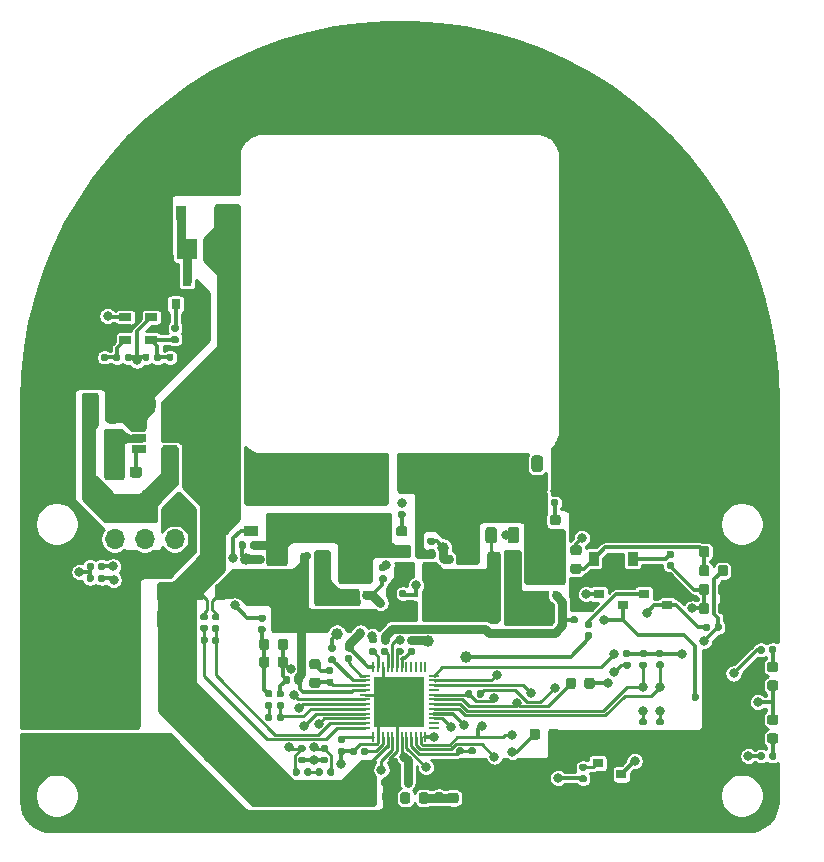
<source format=gbr>
%TF.GenerationSoftware,KiCad,Pcbnew,(5.1.6)-1*%
%TF.CreationDate,2020-09-22T17:38:13-04:00*%
%TF.ProjectId,wireless_charger,77697265-6c65-4737-935f-636861726765,rev?*%
%TF.SameCoordinates,Original*%
%TF.FileFunction,Copper,L1,Top*%
%TF.FilePolarity,Positive*%
%FSLAX46Y46*%
G04 Gerber Fmt 4.6, Leading zero omitted, Abs format (unit mm)*
G04 Created by KiCad (PCBNEW (5.1.6)-1) date 2020-09-22 17:38:13*
%MOMM*%
%LPD*%
G01*
G04 APERTURE LIST*
%TA.AperFunction,SMDPad,CuDef*%
%ADD10R,1.060000X0.650000*%
%TD*%
%TA.AperFunction,SMDPad,CuDef*%
%ADD11R,0.800000X0.900000*%
%TD*%
%TA.AperFunction,ComponentPad*%
%ADD12O,1.700000X1.700000*%
%TD*%
%TA.AperFunction,ComponentPad*%
%ADD13R,1.700000X1.700000*%
%TD*%
%TA.AperFunction,SMDPad,CuDef*%
%ADD14R,0.900000X1.200000*%
%TD*%
%TA.AperFunction,SMDPad,CuDef*%
%ADD15R,2.375000X1.700000*%
%TD*%
%TA.AperFunction,SMDPad,CuDef*%
%ADD16R,0.420000X0.700000*%
%TD*%
%TA.AperFunction,SMDPad,CuDef*%
%ADD17R,0.420000X0.540000*%
%TD*%
%TA.AperFunction,SMDPad,CuDef*%
%ADD18R,0.810000X0.220000*%
%TD*%
%TA.AperFunction,SMDPad,CuDef*%
%ADD19R,0.220000X0.810000*%
%TD*%
%TA.AperFunction,SMDPad,CuDef*%
%ADD20R,4.200000X4.200000*%
%TD*%
%TA.AperFunction,SMDPad,CuDef*%
%ADD21R,1.200000X0.900000*%
%TD*%
%TA.AperFunction,ComponentPad*%
%ADD22O,2.500000X5.000000*%
%TD*%
%TA.AperFunction,ComponentPad*%
%ADD23O,2.250000X4.500000*%
%TD*%
%TA.AperFunction,ComponentPad*%
%ADD24O,4.500000X2.250000*%
%TD*%
%TA.AperFunction,ComponentPad*%
%ADD25C,1.500000*%
%TD*%
%TA.AperFunction,SMDPad,CuDef*%
%ADD26R,0.900000X0.800000*%
%TD*%
%TA.AperFunction,SMDPad,CuDef*%
%ADD27R,0.300000X0.350000*%
%TD*%
%TA.AperFunction,SMDPad,CuDef*%
%ADD28R,0.235000X0.870000*%
%TD*%
%TA.AperFunction,SMDPad,CuDef*%
%ADD29C,0.100000*%
%TD*%
%TA.AperFunction,SMDPad,CuDef*%
%ADD30R,1.220000X0.650000*%
%TD*%
%TA.AperFunction,ViaPad*%
%ADD31C,0.800000*%
%TD*%
%TA.AperFunction,ViaPad*%
%ADD32C,0.500000*%
%TD*%
%TA.AperFunction,ViaPad*%
%ADD33C,1.000000*%
%TD*%
%TA.AperFunction,Conductor*%
%ADD34C,0.250000*%
%TD*%
%TA.AperFunction,Conductor*%
%ADD35C,0.300000*%
%TD*%
%TA.AperFunction,Conductor*%
%ADD36C,0.750000*%
%TD*%
%TA.AperFunction,Conductor*%
%ADD37C,0.254000*%
%TD*%
G04 APERTURE END LIST*
%TO.P,TH1,2*%
%TO.N,Earth*%
%TA.AperFunction,SMDPad,CuDef*%
G36*
G01*
X149262500Y-77956250D02*
X149262500Y-77043750D01*
G75*
G02*
X149506250Y-76800000I243750J0D01*
G01*
X149993750Y-76800000D01*
G75*
G02*
X150237500Y-77043750I0J-243750D01*
G01*
X150237500Y-77956250D01*
G75*
G02*
X149993750Y-78200000I-243750J0D01*
G01*
X149506250Y-78200000D01*
G75*
G02*
X149262500Y-77956250I0J243750D01*
G01*
G37*
%TD.AperFunction*%
%TO.P,TH1,1*%
%TO.N,/TS*%
%TA.AperFunction,SMDPad,CuDef*%
G36*
G01*
X147387500Y-77956250D02*
X147387500Y-77043750D01*
G75*
G02*
X147631250Y-76800000I243750J0D01*
G01*
X148118750Y-76800000D01*
G75*
G02*
X148362500Y-77043750I0J-243750D01*
G01*
X148362500Y-77956250D01*
G75*
G02*
X148118750Y-78200000I-243750J0D01*
G01*
X147631250Y-78200000D01*
G75*
G02*
X147387500Y-77956250I0J243750D01*
G01*
G37*
%TD.AperFunction*%
%TD*%
D10*
%TO.P,U3,5*%
%TO.N,LDO33*%
X115200000Y-65100000D03*
%TO.P,U3,4*%
%TO.N,Net-(C48-Pad2)*%
X115200000Y-67000000D03*
%TO.P,U3,3*%
%TO.N,Net-(R17-Pad1)*%
X113000000Y-67000000D03*
%TO.P,U3,2*%
%TO.N,Earth*%
X113000000Y-66050000D03*
%TO.P,U3,1*%
%TO.N,/TS*%
X113000000Y-65100000D03*
%TD*%
%TO.P,R9,2*%
%TO.N,Net-(Q9-Pad1)*%
%TA.AperFunction,SMDPad,CuDef*%
G36*
G01*
X117372500Y-66310000D02*
X117027500Y-66310000D01*
G75*
G02*
X116880000Y-66162500I0J147500D01*
G01*
X116880000Y-65867500D01*
G75*
G02*
X117027500Y-65720000I147500J0D01*
G01*
X117372500Y-65720000D01*
G75*
G02*
X117520000Y-65867500I0J-147500D01*
G01*
X117520000Y-66162500D01*
G75*
G02*
X117372500Y-66310000I-147500J0D01*
G01*
G37*
%TD.AperFunction*%
%TO.P,R9,1*%
%TO.N,Net-(C48-Pad2)*%
%TA.AperFunction,SMDPad,CuDef*%
G36*
G01*
X117372500Y-67280000D02*
X117027500Y-67280000D01*
G75*
G02*
X116880000Y-67132500I0J147500D01*
G01*
X116880000Y-66837500D01*
G75*
G02*
X117027500Y-66690000I147500J0D01*
G01*
X117372500Y-66690000D01*
G75*
G02*
X117520000Y-66837500I0J-147500D01*
G01*
X117520000Y-67132500D01*
G75*
G02*
X117372500Y-67280000I-147500J0D01*
G01*
G37*
%TD.AperFunction*%
%TD*%
D11*
%TO.P,Q9,3*%
%TO.N,Net-(D3-Pad2)*%
X118200000Y-62000000D03*
%TO.P,Q9,2*%
%TO.N,Earth*%
X119150000Y-64000000D03*
%TO.P,Q9,1*%
%TO.N,Net-(Q9-Pad1)*%
X117250000Y-64000000D03*
%TD*%
D12*
%TO.P,Fan_12V1,2*%
%TO.N,VIN*%
X120740000Y-59350000D03*
D13*
%TO.P,Fan_12V1,1*%
%TO.N,Net-(D3-Pad2)*%
X118200000Y-59350000D03*
%TD*%
D14*
%TO.P,D3,2*%
%TO.N,Net-(D3-Pad2)*%
X117700000Y-56250000D03*
%TO.P,D3,1*%
%TO.N,VIN*%
X121000000Y-56250000D03*
%TD*%
%TO.P,R5,1*%
%TO.N,/SDA*%
%TA.AperFunction,SMDPad,CuDef*%
G36*
G01*
X111280000Y-86027500D02*
X111280000Y-86372500D01*
G75*
G02*
X111132500Y-86520000I-147500J0D01*
G01*
X110837500Y-86520000D01*
G75*
G02*
X110690000Y-86372500I0J147500D01*
G01*
X110690000Y-86027500D01*
G75*
G02*
X110837500Y-85880000I147500J0D01*
G01*
X111132500Y-85880000D01*
G75*
G02*
X111280000Y-86027500I0J-147500D01*
G01*
G37*
%TD.AperFunction*%
%TO.P,R5,2*%
%TO.N,LDO33*%
%TA.AperFunction,SMDPad,CuDef*%
G36*
G01*
X110310000Y-86027500D02*
X110310000Y-86372500D01*
G75*
G02*
X110162500Y-86520000I-147500J0D01*
G01*
X109867500Y-86520000D01*
G75*
G02*
X109720000Y-86372500I0J147500D01*
G01*
X109720000Y-86027500D01*
G75*
G02*
X109867500Y-85880000I147500J0D01*
G01*
X110162500Y-85880000D01*
G75*
G02*
X110310000Y-86027500I0J-147500D01*
G01*
G37*
%TD.AperFunction*%
%TD*%
%TO.P,R2,2*%
%TO.N,LDO33*%
%TA.AperFunction,SMDPad,CuDef*%
G36*
G01*
X110310000Y-87027500D02*
X110310000Y-87372500D01*
G75*
G02*
X110162500Y-87520000I-147500J0D01*
G01*
X109867500Y-87520000D01*
G75*
G02*
X109720000Y-87372500I0J147500D01*
G01*
X109720000Y-87027500D01*
G75*
G02*
X109867500Y-86880000I147500J0D01*
G01*
X110162500Y-86880000D01*
G75*
G02*
X110310000Y-87027500I0J-147500D01*
G01*
G37*
%TD.AperFunction*%
%TO.P,R2,1*%
%TO.N,/SCL*%
%TA.AperFunction,SMDPad,CuDef*%
G36*
G01*
X111280000Y-87027500D02*
X111280000Y-87372500D01*
G75*
G02*
X111132500Y-87520000I-147500J0D01*
G01*
X110837500Y-87520000D01*
G75*
G02*
X110690000Y-87372500I0J147500D01*
G01*
X110690000Y-87027500D01*
G75*
G02*
X110837500Y-86880000I147500J0D01*
G01*
X111132500Y-86880000D01*
G75*
G02*
X111280000Y-87027500I0J-147500D01*
G01*
G37*
%TD.AperFunction*%
%TD*%
D15*
%TO.P,Q4,3*%
%TO.N,Net-(C10-Pad2)*%
X132350000Y-86650000D03*
D16*
%TO.P,Q4,2*%
%TO.N,Net-(Q4-Pad2)*%
X133325000Y-88600000D03*
%TO.P,Q4,1*%
%TO.N,Earth*%
X132675000Y-88600000D03*
X132025000Y-88600000D03*
X131375000Y-88600000D03*
D17*
%TO.P,Q4,3*%
%TO.N,Net-(C10-Pad2)*%
X131375000Y-85520000D03*
X132025000Y-85520000D03*
X132675000Y-85520000D03*
X133325000Y-85520000D03*
%TD*%
D15*
%TO.P,Q3,3*%
%TO.N,/coil1*%
X148400000Y-86650000D03*
D16*
%TO.P,Q3,2*%
%TO.N,Net-(Q3-Pad2)*%
X149375000Y-88600000D03*
%TO.P,Q3,1*%
%TO.N,Earth*%
X148725000Y-88600000D03*
X148075000Y-88600000D03*
X147425000Y-88600000D03*
D17*
%TO.P,Q3,3*%
%TO.N,/coil1*%
X147425000Y-85520000D03*
X148075000Y-85520000D03*
X148725000Y-85520000D03*
X149375000Y-85520000D03*
%TD*%
D15*
%TO.P,Q2,3*%
%TO.N,Net-(C1-Pad2)*%
X141450000Y-87550000D03*
D16*
%TO.P,Q2,2*%
%TO.N,Net-(Q2-Pad2)*%
X140475000Y-85600000D03*
%TO.P,Q2,1*%
%TO.N,/coil1*%
X141125000Y-85600000D03*
X141775000Y-85600000D03*
X142425000Y-85600000D03*
D17*
%TO.P,Q2,3*%
%TO.N,Net-(C1-Pad2)*%
X142425000Y-88680000D03*
X141775000Y-88680000D03*
X141125000Y-88680000D03*
X140475000Y-88680000D03*
%TD*%
D15*
%TO.P,Q1,3*%
%TO.N,Net-(C29-Pad2)*%
X125400000Y-87500000D03*
D16*
%TO.P,Q1,2*%
%TO.N,Net-(Q1-Pad2)*%
X124425000Y-85550000D03*
%TO.P,Q1,1*%
%TO.N,Net-(C10-Pad2)*%
X125075000Y-85550000D03*
X125725000Y-85550000D03*
X126375000Y-85550000D03*
D17*
%TO.P,Q1,3*%
%TO.N,Net-(C29-Pad2)*%
X126375000Y-88630000D03*
X125725000Y-88630000D03*
X125075000Y-88630000D03*
X124425000Y-88630000D03*
%TD*%
%TO.P,C34,2*%
%TO.N,/coil1*%
%TA.AperFunction,SMDPad,CuDef*%
G36*
G01*
X136422500Y-92725000D02*
X136077500Y-92725000D01*
G75*
G02*
X135930000Y-92577500I0J147500D01*
G01*
X135930000Y-92282500D01*
G75*
G02*
X136077500Y-92135000I147500J0D01*
G01*
X136422500Y-92135000D01*
G75*
G02*
X136570000Y-92282500I0J-147500D01*
G01*
X136570000Y-92577500D01*
G75*
G02*
X136422500Y-92725000I-147500J0D01*
G01*
G37*
%TD.AperFunction*%
%TO.P,C34,1*%
%TO.N,Net-(C34-Pad1)*%
%TA.AperFunction,SMDPad,CuDef*%
G36*
G01*
X136422500Y-93695000D02*
X136077500Y-93695000D01*
G75*
G02*
X135930000Y-93547500I0J147500D01*
G01*
X135930000Y-93252500D01*
G75*
G02*
X136077500Y-93105000I147500J0D01*
G01*
X136422500Y-93105000D01*
G75*
G02*
X136570000Y-93252500I0J-147500D01*
G01*
X136570000Y-93547500D01*
G75*
G02*
X136422500Y-93695000I-147500J0D01*
G01*
G37*
%TD.AperFunction*%
%TD*%
%TO.P,C6,2*%
%TO.N,LDO18*%
%TA.AperFunction,SMDPad,CuDef*%
G36*
G01*
X141522500Y-102110000D02*
X141177500Y-102110000D01*
G75*
G02*
X141030000Y-101962500I0J147500D01*
G01*
X141030000Y-101667500D01*
G75*
G02*
X141177500Y-101520000I147500J0D01*
G01*
X141522500Y-101520000D01*
G75*
G02*
X141670000Y-101667500I0J-147500D01*
G01*
X141670000Y-101962500D01*
G75*
G02*
X141522500Y-102110000I-147500J0D01*
G01*
G37*
%TD.AperFunction*%
%TO.P,C6,1*%
%TO.N,Earth*%
%TA.AperFunction,SMDPad,CuDef*%
G36*
G01*
X141522500Y-103080000D02*
X141177500Y-103080000D01*
G75*
G02*
X141030000Y-102932500I0J147500D01*
G01*
X141030000Y-102637500D01*
G75*
G02*
X141177500Y-102490000I147500J0D01*
G01*
X141522500Y-102490000D01*
G75*
G02*
X141670000Y-102637500I0J-147500D01*
G01*
X141670000Y-102932500D01*
G75*
G02*
X141522500Y-103080000I-147500J0D01*
G01*
G37*
%TD.AperFunction*%
%TD*%
%TO.P,C7,1*%
%TO.N,Earth*%
%TA.AperFunction,SMDPad,CuDef*%
G36*
G01*
X128122500Y-102880000D02*
X127777500Y-102880000D01*
G75*
G02*
X127630000Y-102732500I0J147500D01*
G01*
X127630000Y-102437500D01*
G75*
G02*
X127777500Y-102290000I147500J0D01*
G01*
X128122500Y-102290000D01*
G75*
G02*
X128270000Y-102437500I0J-147500D01*
G01*
X128270000Y-102732500D01*
G75*
G02*
X128122500Y-102880000I-147500J0D01*
G01*
G37*
%TD.AperFunction*%
%TO.P,C7,2*%
%TO.N,Net-(C7-Pad2)*%
%TA.AperFunction,SMDPad,CuDef*%
G36*
G01*
X128122500Y-101910000D02*
X127777500Y-101910000D01*
G75*
G02*
X127630000Y-101762500I0J147500D01*
G01*
X127630000Y-101467500D01*
G75*
G02*
X127777500Y-101320000I147500J0D01*
G01*
X128122500Y-101320000D01*
G75*
G02*
X128270000Y-101467500I0J-147500D01*
G01*
X128270000Y-101762500D01*
G75*
G02*
X128122500Y-101910000I-147500J0D01*
G01*
G37*
%TD.AperFunction*%
%TD*%
D18*
%TO.P,U1,13*%
%TO.N,Net-(U1-Pad13)*%
X139150000Y-99850000D03*
%TO.P,U1,14*%
%TO.N,Net-(U1-Pad14)*%
X139150000Y-99450000D03*
%TO.P,U1,15*%
%TO.N,/SCL*%
X139150000Y-99050000D03*
%TO.P,U1,16*%
%TO.N,/SDA*%
X139150000Y-98650000D03*
%TO.P,U1,17*%
%TO.N,Net-(R40-Pad2)*%
X139150000Y-98250000D03*
%TO.P,U1,18*%
%TO.N,Net-(R43-Pad1)*%
X139150000Y-97850000D03*
%TO.P,U1,19*%
%TO.N,VCOIL_OV*%
X139150000Y-97450000D03*
%TO.P,U1,20*%
%TO.N,/TS*%
X139150000Y-97050000D03*
%TO.P,U1,21*%
%TO.N,Net-(U1-Pad21)*%
X139150000Y-96650000D03*
%TO.P,U1,22*%
%TO.N,OVP_CTL*%
X139150000Y-96250000D03*
%TO.P,U1,23*%
%TO.N,Q_DRV1*%
X139150000Y-95850000D03*
%TO.P,U1,24*%
%TO.N,Q_DRV2*%
X139150000Y-95450000D03*
%TO.P,U1,37*%
%TO.N,Net-(C33-Pad1)*%
X133250000Y-95450000D03*
%TO.P,U1,38*%
%TO.N,Net-(R25-Pad2)*%
X133250000Y-95850000D03*
%TO.P,U1,39*%
%TO.N,VCC_5V*%
X133250000Y-96250000D03*
%TO.P,U1,40*%
%TO.N,Net-(C29-Pad2)*%
X133250000Y-96650000D03*
%TO.P,U1,41*%
%TO.N,Earth*%
X133250000Y-97050000D03*
%TO.P,U1,42*%
%TO.N,Net-(U1-Pad42)*%
X133250000Y-97450000D03*
%TO.P,U1,43*%
%TO.N,Net-(U1-Pad43)*%
X133250000Y-97850000D03*
%TO.P,U1,44*%
%TO.N,Net-(C17-Pad2)*%
X133250000Y-98250000D03*
%TO.P,U1,45*%
%TO.N,Net-(C7-Pad2)*%
X133250000Y-98650000D03*
%TO.P,U1,46*%
%TO.N,Net-(C9-Pad2)*%
X133250000Y-99050000D03*
%TO.P,U1,47*%
%TO.N,ISNS_L*%
X133250000Y-99450000D03*
%TO.P,U1,48*%
%TO.N,ISNS_H*%
X133250000Y-99850000D03*
D19*
%TO.P,U1,1*%
%TO.N,Net-(R7-Pad1)*%
X134000000Y-100600000D03*
%TO.P,U1,2*%
%TO.N,Earth*%
X134400000Y-100600000D03*
%TO.P,U1,3*%
%TO.N,Net-(C12-Pad1)*%
X134800000Y-100600000D03*
%TO.P,U1,4*%
%TO.N,VIN*%
X135200000Y-100600000D03*
%TO.P,U1,5*%
%TO.N,Net-(L1-Pad2)*%
X135600000Y-100600000D03*
%TO.P,U1,6*%
%TO.N,Earth*%
X136000000Y-100600000D03*
%TO.P,U1,7*%
%TO.N,LDO33*%
X136400000Y-100600000D03*
%TO.P,U1,8*%
%TO.N,VCC_5V*%
X136800000Y-100600000D03*
%TO.P,U1,9*%
%TO.N,LDO18*%
X137200000Y-100600000D03*
%TO.P,U1,10*%
%TO.N,Net-(R3-Pad1)*%
X137600000Y-100600000D03*
%TO.P,U1,11*%
%TO.N,Net-(R4-Pad1)*%
X138000000Y-100600000D03*
%TO.P,U1,12*%
%TO.N,LDO33*%
X138400000Y-100600000D03*
%TO.P,U1,25*%
%TO.N,Net-(U1-Pad25)*%
X138400000Y-94700000D03*
%TO.P,U1,26*%
%TO.N,Net-(U1-Pad26)*%
X138000000Y-94700000D03*
%TO.P,U1,27*%
%TO.N,Net-(U1-Pad27)*%
X137600000Y-94700000D03*
%TO.P,U1,28*%
%TO.N,Net-(U1-Pad28)*%
X137200000Y-94700000D03*
%TO.P,U1,29*%
%TO.N,Net-(U1-Pad29)*%
X136800000Y-94700000D03*
%TO.P,U1,30*%
%TO.N,Net-(R29-Pad2)*%
X136400000Y-94700000D03*
%TO.P,U1,31*%
%TO.N,Net-(C34-Pad1)*%
X136000000Y-94700000D03*
%TO.P,U1,32*%
%TO.N,/coil1*%
X135600000Y-94700000D03*
%TO.P,U1,33*%
%TO.N,Net-(R28-Pad2)*%
X135200000Y-94700000D03*
%TO.P,U1,34*%
%TO.N,Earth*%
X134800000Y-94700000D03*
%TO.P,U1,35*%
%TO.N,Net-(R27-Pad2)*%
X134400000Y-94700000D03*
%TO.P,U1,36*%
%TO.N,Net-(C10-Pad2)*%
X134000000Y-94700000D03*
D20*
%TO.P,U1,49*%
%TO.N,Earth*%
X136200000Y-97650000D03*
%TD*%
%TO.P,C29,2*%
%TO.N,Net-(C29-Pad2)*%
%TA.AperFunction,SMDPad,CuDef*%
G36*
G01*
X127355000Y-95972500D02*
X127355000Y-95627500D01*
G75*
G02*
X127502500Y-95480000I147500J0D01*
G01*
X127797500Y-95480000D01*
G75*
G02*
X127945000Y-95627500I0J-147500D01*
G01*
X127945000Y-95972500D01*
G75*
G02*
X127797500Y-96120000I-147500J0D01*
G01*
X127502500Y-96120000D01*
G75*
G02*
X127355000Y-95972500I0J147500D01*
G01*
G37*
%TD.AperFunction*%
%TO.P,C29,1*%
%TO.N,Earth*%
%TA.AperFunction,SMDPad,CuDef*%
G36*
G01*
X126385000Y-95972500D02*
X126385000Y-95627500D01*
G75*
G02*
X126532500Y-95480000I147500J0D01*
G01*
X126827500Y-95480000D01*
G75*
G02*
X126975000Y-95627500I0J-147500D01*
G01*
X126975000Y-95972500D01*
G75*
G02*
X126827500Y-96120000I-147500J0D01*
G01*
X126532500Y-96120000D01*
G75*
G02*
X126385000Y-95972500I0J147500D01*
G01*
G37*
%TD.AperFunction*%
%TD*%
%TO.P,R33,2*%
%TO.N,Net-(C1-Pad2)*%
%TA.AperFunction,SMDPad,CuDef*%
G36*
G01*
X144462500Y-83093750D02*
X144462500Y-84006250D01*
G75*
G02*
X144218750Y-84250000I-243750J0D01*
G01*
X143731250Y-84250000D01*
G75*
G02*
X143487500Y-84006250I0J243750D01*
G01*
X143487500Y-83093750D01*
G75*
G02*
X143731250Y-82850000I243750J0D01*
G01*
X144218750Y-82850000D01*
G75*
G02*
X144462500Y-83093750I0J-243750D01*
G01*
G37*
%TD.AperFunction*%
%TO.P,R33,1*%
%TO.N,Net-(Q5-Pad3)*%
%TA.AperFunction,SMDPad,CuDef*%
G36*
G01*
X146337500Y-83093750D02*
X146337500Y-84006250D01*
G75*
G02*
X146093750Y-84250000I-243750J0D01*
G01*
X145606250Y-84250000D01*
G75*
G02*
X145362500Y-84006250I0J243750D01*
G01*
X145362500Y-83093750D01*
G75*
G02*
X145606250Y-82850000I243750J0D01*
G01*
X146093750Y-82850000D01*
G75*
G02*
X146337500Y-83093750I0J-243750D01*
G01*
G37*
%TD.AperFunction*%
%TD*%
%TO.P,C1,1*%
%TO.N,Earth*%
%TA.AperFunction,SMDPad,CuDef*%
G36*
G01*
X145680000Y-85127500D02*
X145680000Y-85472500D01*
G75*
G02*
X145532500Y-85620000I-147500J0D01*
G01*
X145237500Y-85620000D01*
G75*
G02*
X145090000Y-85472500I0J147500D01*
G01*
X145090000Y-85127500D01*
G75*
G02*
X145237500Y-84980000I147500J0D01*
G01*
X145532500Y-84980000D01*
G75*
G02*
X145680000Y-85127500I0J-147500D01*
G01*
G37*
%TD.AperFunction*%
%TO.P,C1,2*%
%TO.N,Net-(C1-Pad2)*%
%TA.AperFunction,SMDPad,CuDef*%
G36*
G01*
X144710000Y-85127500D02*
X144710000Y-85472500D01*
G75*
G02*
X144562500Y-85620000I-147500J0D01*
G01*
X144267500Y-85620000D01*
G75*
G02*
X144120000Y-85472500I0J147500D01*
G01*
X144120000Y-85127500D01*
G75*
G02*
X144267500Y-84980000I147500J0D01*
G01*
X144562500Y-84980000D01*
G75*
G02*
X144710000Y-85127500I0J-147500D01*
G01*
G37*
%TD.AperFunction*%
%TD*%
%TO.P,C2,1*%
%TO.N,VIN*%
%TA.AperFunction,SMDPad,CuDef*%
G36*
G01*
X120065385Y-102125443D02*
X120309336Y-102369395D01*
G75*
G02*
X120309336Y-102577991I-104298J-104298D01*
G01*
X120100740Y-102786587D01*
G75*
G02*
X119892144Y-102786587I-104298J104298D01*
G01*
X119648192Y-102542635D01*
G75*
G02*
X119648192Y-102334039I104298J104298D01*
G01*
X119856788Y-102125443D01*
G75*
G02*
X120065384Y-102125443I104298J-104298D01*
G01*
G37*
%TD.AperFunction*%
%TO.P,C2,2*%
%TO.N,Earth*%
%TA.AperFunction,SMDPad,CuDef*%
G36*
G01*
X119379491Y-102811337D02*
X119623442Y-103055289D01*
G75*
G02*
X119623442Y-103263885I-104298J-104298D01*
G01*
X119414846Y-103472481D01*
G75*
G02*
X119206250Y-103472481I-104298J104298D01*
G01*
X118962298Y-103228529D01*
G75*
G02*
X118962298Y-103019933I104298J104298D01*
G01*
X119170894Y-102811337D01*
G75*
G02*
X119379490Y-102811337I104298J-104298D01*
G01*
G37*
%TD.AperFunction*%
%TD*%
%TO.P,C3,2*%
%TO.N,Net-(C29-Pad2)*%
%TA.AperFunction,SMDPad,CuDef*%
G36*
G01*
X128695000Y-85127500D02*
X128695000Y-85472500D01*
G75*
G02*
X128547500Y-85620000I-147500J0D01*
G01*
X128252500Y-85620000D01*
G75*
G02*
X128105000Y-85472500I0J147500D01*
G01*
X128105000Y-85127500D01*
G75*
G02*
X128252500Y-84980000I147500J0D01*
G01*
X128547500Y-84980000D01*
G75*
G02*
X128695000Y-85127500I0J-147500D01*
G01*
G37*
%TD.AperFunction*%
%TO.P,C3,1*%
%TO.N,Earth*%
%TA.AperFunction,SMDPad,CuDef*%
G36*
G01*
X129665000Y-85127500D02*
X129665000Y-85472500D01*
G75*
G02*
X129517500Y-85620000I-147500J0D01*
G01*
X129222500Y-85620000D01*
G75*
G02*
X129075000Y-85472500I0J147500D01*
G01*
X129075000Y-85127500D01*
G75*
G02*
X129222500Y-84980000I147500J0D01*
G01*
X129517500Y-84980000D01*
G75*
G02*
X129665000Y-85127500I0J-147500D01*
G01*
G37*
%TD.AperFunction*%
%TD*%
%TO.P,C4,2*%
%TO.N,VCC_5V*%
%TA.AperFunction,SMDPad,CuDef*%
G36*
G01*
X139377500Y-105290000D02*
X139722500Y-105290000D01*
G75*
G02*
X139870000Y-105437500I0J-147500D01*
G01*
X139870000Y-105732500D01*
G75*
G02*
X139722500Y-105880000I-147500J0D01*
G01*
X139377500Y-105880000D01*
G75*
G02*
X139230000Y-105732500I0J147500D01*
G01*
X139230000Y-105437500D01*
G75*
G02*
X139377500Y-105290000I147500J0D01*
G01*
G37*
%TD.AperFunction*%
%TO.P,C4,1*%
%TO.N,Earth*%
%TA.AperFunction,SMDPad,CuDef*%
G36*
G01*
X139377500Y-104320000D02*
X139722500Y-104320000D01*
G75*
G02*
X139870000Y-104467500I0J-147500D01*
G01*
X139870000Y-104762500D01*
G75*
G02*
X139722500Y-104910000I-147500J0D01*
G01*
X139377500Y-104910000D01*
G75*
G02*
X139230000Y-104762500I0J147500D01*
G01*
X139230000Y-104467500D01*
G75*
G02*
X139377500Y-104320000I147500J0D01*
G01*
G37*
%TD.AperFunction*%
%TD*%
%TO.P,C5,1*%
%TO.N,Earth*%
%TA.AperFunction,SMDPad,CuDef*%
G36*
G01*
X140493750Y-103787500D02*
X141006250Y-103787500D01*
G75*
G02*
X141225000Y-104006250I0J-218750D01*
G01*
X141225000Y-104443750D01*
G75*
G02*
X141006250Y-104662500I-218750J0D01*
G01*
X140493750Y-104662500D01*
G75*
G02*
X140275000Y-104443750I0J218750D01*
G01*
X140275000Y-104006250D01*
G75*
G02*
X140493750Y-103787500I218750J0D01*
G01*
G37*
%TD.AperFunction*%
%TO.P,C5,2*%
%TO.N,VCC_5V*%
%TA.AperFunction,SMDPad,CuDef*%
G36*
G01*
X140493750Y-105362500D02*
X141006250Y-105362500D01*
G75*
G02*
X141225000Y-105581250I0J-218750D01*
G01*
X141225000Y-106018750D01*
G75*
G02*
X141006250Y-106237500I-218750J0D01*
G01*
X140493750Y-106237500D01*
G75*
G02*
X140275000Y-106018750I0J218750D01*
G01*
X140275000Y-105581250D01*
G75*
G02*
X140493750Y-105362500I218750J0D01*
G01*
G37*
%TD.AperFunction*%
%TD*%
%TO.P,C8,1*%
%TO.N,Net-(C8-Pad1)*%
%TA.AperFunction,SMDPad,CuDef*%
G36*
G01*
X128730000Y-103427500D02*
X128730000Y-103772500D01*
G75*
G02*
X128582500Y-103920000I-147500J0D01*
G01*
X128287500Y-103920000D01*
G75*
G02*
X128140000Y-103772500I0J147500D01*
G01*
X128140000Y-103427500D01*
G75*
G02*
X128287500Y-103280000I147500J0D01*
G01*
X128582500Y-103280000D01*
G75*
G02*
X128730000Y-103427500I0J-147500D01*
G01*
G37*
%TD.AperFunction*%
%TO.P,C8,2*%
%TO.N,Net-(C7-Pad2)*%
%TA.AperFunction,SMDPad,CuDef*%
G36*
G01*
X127760000Y-103427500D02*
X127760000Y-103772500D01*
G75*
G02*
X127612500Y-103920000I-147500J0D01*
G01*
X127317500Y-103920000D01*
G75*
G02*
X127170000Y-103772500I0J147500D01*
G01*
X127170000Y-103427500D01*
G75*
G02*
X127317500Y-103280000I147500J0D01*
G01*
X127612500Y-103280000D01*
G75*
G02*
X127760000Y-103427500I0J-147500D01*
G01*
G37*
%TD.AperFunction*%
%TD*%
%TO.P,C9,1*%
%TO.N,Earth*%
%TA.AperFunction,SMDPad,CuDef*%
G36*
G01*
X130022500Y-102880000D02*
X129677500Y-102880000D01*
G75*
G02*
X129530000Y-102732500I0J147500D01*
G01*
X129530000Y-102437500D01*
G75*
G02*
X129677500Y-102290000I147500J0D01*
G01*
X130022500Y-102290000D01*
G75*
G02*
X130170000Y-102437500I0J-147500D01*
G01*
X130170000Y-102732500D01*
G75*
G02*
X130022500Y-102880000I-147500J0D01*
G01*
G37*
%TD.AperFunction*%
%TO.P,C9,2*%
%TO.N,Net-(C9-Pad2)*%
%TA.AperFunction,SMDPad,CuDef*%
G36*
G01*
X130022500Y-101910000D02*
X129677500Y-101910000D01*
G75*
G02*
X129530000Y-101762500I0J147500D01*
G01*
X129530000Y-101467500D01*
G75*
G02*
X129677500Y-101320000I147500J0D01*
G01*
X130022500Y-101320000D01*
G75*
G02*
X130170000Y-101467500I0J-147500D01*
G01*
X130170000Y-101762500D01*
G75*
G02*
X130022500Y-101910000I-147500J0D01*
G01*
G37*
%TD.AperFunction*%
%TD*%
%TO.P,C10,2*%
%TO.N,Net-(C10-Pad2)*%
%TA.AperFunction,SMDPad,CuDef*%
G36*
G01*
X136143750Y-84350000D02*
X136656250Y-84350000D01*
G75*
G02*
X136875000Y-84568750I0J-218750D01*
G01*
X136875000Y-85006250D01*
G75*
G02*
X136656250Y-85225000I-218750J0D01*
G01*
X136143750Y-85225000D01*
G75*
G02*
X135925000Y-85006250I0J218750D01*
G01*
X135925000Y-84568750D01*
G75*
G02*
X136143750Y-84350000I218750J0D01*
G01*
G37*
%TD.AperFunction*%
%TO.P,C10,1*%
%TO.N,Net-(C10-Pad1)*%
%TA.AperFunction,SMDPad,CuDef*%
G36*
G01*
X136143750Y-82775000D02*
X136656250Y-82775000D01*
G75*
G02*
X136875000Y-82993750I0J-218750D01*
G01*
X136875000Y-83431250D01*
G75*
G02*
X136656250Y-83650000I-218750J0D01*
G01*
X136143750Y-83650000D01*
G75*
G02*
X135925000Y-83431250I0J218750D01*
G01*
X135925000Y-82993750D01*
G75*
G02*
X136143750Y-82775000I218750J0D01*
G01*
G37*
%TD.AperFunction*%
%TD*%
%TO.P,C11,2*%
%TO.N,/coil1*%
%TA.AperFunction,SMDPad,CuDef*%
G36*
G01*
X149143750Y-83400000D02*
X149656250Y-83400000D01*
G75*
G02*
X149875000Y-83618750I0J-218750D01*
G01*
X149875000Y-84056250D01*
G75*
G02*
X149656250Y-84275000I-218750J0D01*
G01*
X149143750Y-84275000D01*
G75*
G02*
X148925000Y-84056250I0J218750D01*
G01*
X148925000Y-83618750D01*
G75*
G02*
X149143750Y-83400000I218750J0D01*
G01*
G37*
%TD.AperFunction*%
%TO.P,C11,1*%
%TO.N,Net-(C11-Pad1)*%
%TA.AperFunction,SMDPad,CuDef*%
G36*
G01*
X149143750Y-81825000D02*
X149656250Y-81825000D01*
G75*
G02*
X149875000Y-82043750I0J-218750D01*
G01*
X149875000Y-82481250D01*
G75*
G02*
X149656250Y-82700000I-218750J0D01*
G01*
X149143750Y-82700000D01*
G75*
G02*
X148925000Y-82481250I0J218750D01*
G01*
X148925000Y-82043750D01*
G75*
G02*
X149143750Y-81825000I218750J0D01*
G01*
G37*
%TD.AperFunction*%
%TD*%
%TO.P,C12,2*%
%TO.N,Earth*%
%TA.AperFunction,SMDPad,CuDef*%
G36*
G01*
X132595000Y-101677500D02*
X132595000Y-102022500D01*
G75*
G02*
X132447500Y-102170000I-147500J0D01*
G01*
X132152500Y-102170000D01*
G75*
G02*
X132005000Y-102022500I0J147500D01*
G01*
X132005000Y-101677500D01*
G75*
G02*
X132152500Y-101530000I147500J0D01*
G01*
X132447500Y-101530000D01*
G75*
G02*
X132595000Y-101677500I0J-147500D01*
G01*
G37*
%TD.AperFunction*%
%TO.P,C12,1*%
%TO.N,Net-(C12-Pad1)*%
%TA.AperFunction,SMDPad,CuDef*%
G36*
G01*
X133565000Y-101677500D02*
X133565000Y-102022500D01*
G75*
G02*
X133417500Y-102170000I-147500J0D01*
G01*
X133122500Y-102170000D01*
G75*
G02*
X132975000Y-102022500I0J147500D01*
G01*
X132975000Y-101677500D01*
G75*
G02*
X133122500Y-101530000I147500J0D01*
G01*
X133417500Y-101530000D01*
G75*
G02*
X133565000Y-101677500I0J-147500D01*
G01*
G37*
%TD.AperFunction*%
%TD*%
%TO.P,C13,1*%
%TO.N,Earth*%
%TA.AperFunction,SMDPad,CuDef*%
G36*
G01*
X142522500Y-103080000D02*
X142177500Y-103080000D01*
G75*
G02*
X142030000Y-102932500I0J147500D01*
G01*
X142030000Y-102637500D01*
G75*
G02*
X142177500Y-102490000I147500J0D01*
G01*
X142522500Y-102490000D01*
G75*
G02*
X142670000Y-102637500I0J-147500D01*
G01*
X142670000Y-102932500D01*
G75*
G02*
X142522500Y-103080000I-147500J0D01*
G01*
G37*
%TD.AperFunction*%
%TO.P,C13,2*%
%TO.N,LDO18*%
%TA.AperFunction,SMDPad,CuDef*%
G36*
G01*
X142522500Y-102110000D02*
X142177500Y-102110000D01*
G75*
G02*
X142030000Y-101962500I0J147500D01*
G01*
X142030000Y-101667500D01*
G75*
G02*
X142177500Y-101520000I147500J0D01*
G01*
X142522500Y-101520000D01*
G75*
G02*
X142670000Y-101667500I0J-147500D01*
G01*
X142670000Y-101962500D01*
G75*
G02*
X142522500Y-102110000I-147500J0D01*
G01*
G37*
%TD.AperFunction*%
%TD*%
%TO.P,C14,2*%
%TO.N,VIN*%
%TA.AperFunction,SMDPad,CuDef*%
G36*
G01*
X134062500Y-105443750D02*
X134062500Y-105956250D01*
G75*
G02*
X133843750Y-106175000I-218750J0D01*
G01*
X133406250Y-106175000D01*
G75*
G02*
X133187500Y-105956250I0J218750D01*
G01*
X133187500Y-105443750D01*
G75*
G02*
X133406250Y-105225000I218750J0D01*
G01*
X133843750Y-105225000D01*
G75*
G02*
X134062500Y-105443750I0J-218750D01*
G01*
G37*
%TD.AperFunction*%
%TO.P,C14,1*%
%TO.N,Earth*%
%TA.AperFunction,SMDPad,CuDef*%
G36*
G01*
X135637500Y-105443750D02*
X135637500Y-105956250D01*
G75*
G02*
X135418750Y-106175000I-218750J0D01*
G01*
X134981250Y-106175000D01*
G75*
G02*
X134762500Y-105956250I0J218750D01*
G01*
X134762500Y-105443750D01*
G75*
G02*
X134981250Y-105225000I218750J0D01*
G01*
X135418750Y-105225000D01*
G75*
G02*
X135637500Y-105443750I0J-218750D01*
G01*
G37*
%TD.AperFunction*%
%TD*%
%TO.P,C15,1*%
%TO.N,Earth*%
%TA.AperFunction,SMDPad,CuDef*%
G36*
G01*
X135245000Y-104327500D02*
X135245000Y-104672500D01*
G75*
G02*
X135097500Y-104820000I-147500J0D01*
G01*
X134802500Y-104820000D01*
G75*
G02*
X134655000Y-104672500I0J147500D01*
G01*
X134655000Y-104327500D01*
G75*
G02*
X134802500Y-104180000I147500J0D01*
G01*
X135097500Y-104180000D01*
G75*
G02*
X135245000Y-104327500I0J-147500D01*
G01*
G37*
%TD.AperFunction*%
%TO.P,C15,2*%
%TO.N,VIN*%
%TA.AperFunction,SMDPad,CuDef*%
G36*
G01*
X134275000Y-104327500D02*
X134275000Y-104672500D01*
G75*
G02*
X134127500Y-104820000I-147500J0D01*
G01*
X133832500Y-104820000D01*
G75*
G02*
X133685000Y-104672500I0J147500D01*
G01*
X133685000Y-104327500D01*
G75*
G02*
X133832500Y-104180000I147500J0D01*
G01*
X134127500Y-104180000D01*
G75*
G02*
X134275000Y-104327500I0J-147500D01*
G01*
G37*
%TD.AperFunction*%
%TD*%
%TO.P,C16,2*%
%TO.N,LDO33*%
%TA.AperFunction,SMDPad,CuDef*%
G36*
G01*
X136605000Y-104672500D02*
X136605000Y-104327500D01*
G75*
G02*
X136752500Y-104180000I147500J0D01*
G01*
X137047500Y-104180000D01*
G75*
G02*
X137195000Y-104327500I0J-147500D01*
G01*
X137195000Y-104672500D01*
G75*
G02*
X137047500Y-104820000I-147500J0D01*
G01*
X136752500Y-104820000D01*
G75*
G02*
X136605000Y-104672500I0J147500D01*
G01*
G37*
%TD.AperFunction*%
%TO.P,C16,1*%
%TO.N,Earth*%
%TA.AperFunction,SMDPad,CuDef*%
G36*
G01*
X135635000Y-104672500D02*
X135635000Y-104327500D01*
G75*
G02*
X135782500Y-104180000I147500J0D01*
G01*
X136077500Y-104180000D01*
G75*
G02*
X136225000Y-104327500I0J-147500D01*
G01*
X136225000Y-104672500D01*
G75*
G02*
X136077500Y-104820000I-147500J0D01*
G01*
X135782500Y-104820000D01*
G75*
G02*
X135635000Y-104672500I0J147500D01*
G01*
G37*
%TD.AperFunction*%
%TD*%
%TO.P,C17,2*%
%TO.N,Net-(C17-Pad2)*%
%TA.AperFunction,SMDPad,CuDef*%
G36*
G01*
X125952500Y-97665000D02*
X126297500Y-97665000D01*
G75*
G02*
X126445000Y-97812500I0J-147500D01*
G01*
X126445000Y-98107500D01*
G75*
G02*
X126297500Y-98255000I-147500J0D01*
G01*
X125952500Y-98255000D01*
G75*
G02*
X125805000Y-98107500I0J147500D01*
G01*
X125805000Y-97812500D01*
G75*
G02*
X125952500Y-97665000I147500J0D01*
G01*
G37*
%TD.AperFunction*%
%TO.P,C17,1*%
%TO.N,Earth*%
%TA.AperFunction,SMDPad,CuDef*%
G36*
G01*
X125952500Y-96695000D02*
X126297500Y-96695000D01*
G75*
G02*
X126445000Y-96842500I0J-147500D01*
G01*
X126445000Y-97137500D01*
G75*
G02*
X126297500Y-97285000I-147500J0D01*
G01*
X125952500Y-97285000D01*
G75*
G02*
X125805000Y-97137500I0J147500D01*
G01*
X125805000Y-96842500D01*
G75*
G02*
X125952500Y-96695000I147500J0D01*
G01*
G37*
%TD.AperFunction*%
%TD*%
%TO.P,C18,2*%
%TO.N,VCOIL_OV*%
%TA.AperFunction,SMDPad,CuDef*%
G36*
G01*
X148112500Y-100143750D02*
X148112500Y-100656250D01*
G75*
G02*
X147893750Y-100875000I-218750J0D01*
G01*
X147456250Y-100875000D01*
G75*
G02*
X147237500Y-100656250I0J218750D01*
G01*
X147237500Y-100143750D01*
G75*
G02*
X147456250Y-99925000I218750J0D01*
G01*
X147893750Y-99925000D01*
G75*
G02*
X148112500Y-100143750I0J-218750D01*
G01*
G37*
%TD.AperFunction*%
%TO.P,C18,1*%
%TO.N,Earth*%
%TA.AperFunction,SMDPad,CuDef*%
G36*
G01*
X149687500Y-100143750D02*
X149687500Y-100656250D01*
G75*
G02*
X149468750Y-100875000I-218750J0D01*
G01*
X149031250Y-100875000D01*
G75*
G02*
X148812500Y-100656250I0J218750D01*
G01*
X148812500Y-100143750D01*
G75*
G02*
X149031250Y-99925000I218750J0D01*
G01*
X149468750Y-99925000D01*
G75*
G02*
X149687500Y-100143750I0J-218750D01*
G01*
G37*
%TD.AperFunction*%
%TD*%
%TO.P,C19,2*%
%TO.N,Net-(C19-Pad2)*%
%TA.AperFunction,SMDPad,CuDef*%
G36*
G01*
X125200000Y-94043750D02*
X125200000Y-94556250D01*
G75*
G02*
X124981250Y-94775000I-218750J0D01*
G01*
X124543750Y-94775000D01*
G75*
G02*
X124325000Y-94556250I0J218750D01*
G01*
X124325000Y-94043750D01*
G75*
G02*
X124543750Y-93825000I218750J0D01*
G01*
X124981250Y-93825000D01*
G75*
G02*
X125200000Y-94043750I0J-218750D01*
G01*
G37*
%TD.AperFunction*%
%TO.P,C19,1*%
%TO.N,Earth*%
%TA.AperFunction,SMDPad,CuDef*%
G36*
G01*
X126775000Y-94043750D02*
X126775000Y-94556250D01*
G75*
G02*
X126556250Y-94775000I-218750J0D01*
G01*
X126118750Y-94775000D01*
G75*
G02*
X125900000Y-94556250I0J218750D01*
G01*
X125900000Y-94043750D01*
G75*
G02*
X126118750Y-93825000I218750J0D01*
G01*
X126556250Y-93825000D01*
G75*
G02*
X126775000Y-94043750I0J-218750D01*
G01*
G37*
%TD.AperFunction*%
%TD*%
%TO.P,C20,1*%
%TO.N,Net-(C10-Pad2)*%
%TA.AperFunction,SMDPad,CuDef*%
G36*
G01*
X131275000Y-83675000D02*
X130025000Y-83675000D01*
G75*
G02*
X129775000Y-83425000I0J250000D01*
G01*
X129775000Y-82675000D01*
G75*
G02*
X130025000Y-82425000I250000J0D01*
G01*
X131275000Y-82425000D01*
G75*
G02*
X131525000Y-82675000I0J-250000D01*
G01*
X131525000Y-83425000D01*
G75*
G02*
X131275000Y-83675000I-250000J0D01*
G01*
G37*
%TD.AperFunction*%
%TO.P,C20,2*%
%TO.N,/coil2*%
%TA.AperFunction,SMDPad,CuDef*%
G36*
G01*
X131275000Y-80875000D02*
X130025000Y-80875000D01*
G75*
G02*
X129775000Y-80625000I0J250000D01*
G01*
X129775000Y-79875000D01*
G75*
G02*
X130025000Y-79625000I250000J0D01*
G01*
X131275000Y-79625000D01*
G75*
G02*
X131525000Y-79875000I0J-250000D01*
G01*
X131525000Y-80625000D01*
G75*
G02*
X131275000Y-80875000I-250000J0D01*
G01*
G37*
%TD.AperFunction*%
%TD*%
%TO.P,C21,1*%
%TO.N,Earth*%
%TA.AperFunction,SMDPad,CuDef*%
G36*
G01*
X135635000Y-103672500D02*
X135635000Y-103327500D01*
G75*
G02*
X135782500Y-103180000I147500J0D01*
G01*
X136077500Y-103180000D01*
G75*
G02*
X136225000Y-103327500I0J-147500D01*
G01*
X136225000Y-103672500D01*
G75*
G02*
X136077500Y-103820000I-147500J0D01*
G01*
X135782500Y-103820000D01*
G75*
G02*
X135635000Y-103672500I0J147500D01*
G01*
G37*
%TD.AperFunction*%
%TO.P,C21,2*%
%TO.N,LDO33*%
%TA.AperFunction,SMDPad,CuDef*%
G36*
G01*
X136605000Y-103672500D02*
X136605000Y-103327500D01*
G75*
G02*
X136752500Y-103180000I147500J0D01*
G01*
X137047500Y-103180000D01*
G75*
G02*
X137195000Y-103327500I0J-147500D01*
G01*
X137195000Y-103672500D01*
G75*
G02*
X137047500Y-103820000I-147500J0D01*
G01*
X136752500Y-103820000D01*
G75*
G02*
X136605000Y-103672500I0J147500D01*
G01*
G37*
%TD.AperFunction*%
%TD*%
%TO.P,C22,1*%
%TO.N,Net-(C17-Pad2)*%
%TA.AperFunction,SMDPad,CuDef*%
G36*
G01*
X126405000Y-98802500D02*
X126405000Y-99147500D01*
G75*
G02*
X126257500Y-99295000I-147500J0D01*
G01*
X125962500Y-99295000D01*
G75*
G02*
X125815000Y-99147500I0J147500D01*
G01*
X125815000Y-98802500D01*
G75*
G02*
X125962500Y-98655000I147500J0D01*
G01*
X126257500Y-98655000D01*
G75*
G02*
X126405000Y-98802500I0J-147500D01*
G01*
G37*
%TD.AperFunction*%
%TO.P,C22,2*%
%TO.N,Net-(C22-Pad2)*%
%TA.AperFunction,SMDPad,CuDef*%
G36*
G01*
X125435000Y-98802500D02*
X125435000Y-99147500D01*
G75*
G02*
X125287500Y-99295000I-147500J0D01*
G01*
X124992500Y-99295000D01*
G75*
G02*
X124845000Y-99147500I0J147500D01*
G01*
X124845000Y-98802500D01*
G75*
G02*
X124992500Y-98655000I147500J0D01*
G01*
X125287500Y-98655000D01*
G75*
G02*
X125435000Y-98802500I0J-147500D01*
G01*
G37*
%TD.AperFunction*%
%TD*%
%TO.P,C23,2*%
%TO.N,/coil2*%
%TA.AperFunction,SMDPad,CuDef*%
G36*
G01*
X126775000Y-80875000D02*
X125525000Y-80875000D01*
G75*
G02*
X125275000Y-80625000I0J250000D01*
G01*
X125275000Y-79875000D01*
G75*
G02*
X125525000Y-79625000I250000J0D01*
G01*
X126775000Y-79625000D01*
G75*
G02*
X127025000Y-79875000I0J-250000D01*
G01*
X127025000Y-80625000D01*
G75*
G02*
X126775000Y-80875000I-250000J0D01*
G01*
G37*
%TD.AperFunction*%
%TO.P,C23,1*%
%TO.N,Net-(C10-Pad2)*%
%TA.AperFunction,SMDPad,CuDef*%
G36*
G01*
X126775000Y-83675000D02*
X125525000Y-83675000D01*
G75*
G02*
X125275000Y-83425000I0J250000D01*
G01*
X125275000Y-82675000D01*
G75*
G02*
X125525000Y-82425000I250000J0D01*
G01*
X126775000Y-82425000D01*
G75*
G02*
X127025000Y-82675000I0J-250000D01*
G01*
X127025000Y-83425000D01*
G75*
G02*
X126775000Y-83675000I-250000J0D01*
G01*
G37*
%TD.AperFunction*%
%TD*%
%TO.P,C24,1*%
%TO.N,Net-(C10-Pad2)*%
%TA.AperFunction,SMDPad,CuDef*%
G36*
G01*
X133525000Y-83675000D02*
X132275000Y-83675000D01*
G75*
G02*
X132025000Y-83425000I0J250000D01*
G01*
X132025000Y-82675000D01*
G75*
G02*
X132275000Y-82425000I250000J0D01*
G01*
X133525000Y-82425000D01*
G75*
G02*
X133775000Y-82675000I0J-250000D01*
G01*
X133775000Y-83425000D01*
G75*
G02*
X133525000Y-83675000I-250000J0D01*
G01*
G37*
%TD.AperFunction*%
%TO.P,C24,2*%
%TO.N,/coil2*%
%TA.AperFunction,SMDPad,CuDef*%
G36*
G01*
X133525000Y-80875000D02*
X132275000Y-80875000D01*
G75*
G02*
X132025000Y-80625000I0J250000D01*
G01*
X132025000Y-79875000D01*
G75*
G02*
X132275000Y-79625000I250000J0D01*
G01*
X133525000Y-79625000D01*
G75*
G02*
X133775000Y-79875000I0J-250000D01*
G01*
X133775000Y-80625000D01*
G75*
G02*
X133525000Y-80875000I-250000J0D01*
G01*
G37*
%TD.AperFunction*%
%TD*%
%TO.P,C25,2*%
%TO.N,/coil2*%
%TA.AperFunction,SMDPad,CuDef*%
G36*
G01*
X129025000Y-80875000D02*
X127775000Y-80875000D01*
G75*
G02*
X127525000Y-80625000I0J250000D01*
G01*
X127525000Y-79875000D01*
G75*
G02*
X127775000Y-79625000I250000J0D01*
G01*
X129025000Y-79625000D01*
G75*
G02*
X129275000Y-79875000I0J-250000D01*
G01*
X129275000Y-80625000D01*
G75*
G02*
X129025000Y-80875000I-250000J0D01*
G01*
G37*
%TD.AperFunction*%
%TO.P,C25,1*%
%TO.N,Net-(C10-Pad2)*%
%TA.AperFunction,SMDPad,CuDef*%
G36*
G01*
X129025000Y-83675000D02*
X127775000Y-83675000D01*
G75*
G02*
X127525000Y-83425000I0J250000D01*
G01*
X127525000Y-82675000D01*
G75*
G02*
X127775000Y-82425000I250000J0D01*
G01*
X129025000Y-82425000D01*
G75*
G02*
X129275000Y-82675000I0J-250000D01*
G01*
X129275000Y-83425000D01*
G75*
G02*
X129025000Y-83675000I-250000J0D01*
G01*
G37*
%TD.AperFunction*%
%TD*%
%TO.P,C26,2*%
%TO.N,/TS*%
%TA.AperFunction,SMDPad,CuDef*%
G36*
G01*
X142360000Y-96827500D02*
X142360000Y-97172500D01*
G75*
G02*
X142212500Y-97320000I-147500J0D01*
G01*
X141917500Y-97320000D01*
G75*
G02*
X141770000Y-97172500I0J147500D01*
G01*
X141770000Y-96827500D01*
G75*
G02*
X141917500Y-96680000I147500J0D01*
G01*
X142212500Y-96680000D01*
G75*
G02*
X142360000Y-96827500I0J-147500D01*
G01*
G37*
%TD.AperFunction*%
%TO.P,C26,1*%
%TO.N,Earth*%
%TA.AperFunction,SMDPad,CuDef*%
G36*
G01*
X143330000Y-96827500D02*
X143330000Y-97172500D01*
G75*
G02*
X143182500Y-97320000I-147500J0D01*
G01*
X142887500Y-97320000D01*
G75*
G02*
X142740000Y-97172500I0J147500D01*
G01*
X142740000Y-96827500D01*
G75*
G02*
X142887500Y-96680000I147500J0D01*
G01*
X143182500Y-96680000D01*
G75*
G02*
X143330000Y-96827500I0J-147500D01*
G01*
G37*
%TD.AperFunction*%
%TD*%
%TO.P,C27,1*%
%TO.N,ISNS_H*%
%TA.AperFunction,SMDPad,CuDef*%
G36*
G01*
X119370000Y-92622500D02*
X119370000Y-92277500D01*
G75*
G02*
X119517500Y-92130000I147500J0D01*
G01*
X119812500Y-92130000D01*
G75*
G02*
X119960000Y-92277500I0J-147500D01*
G01*
X119960000Y-92622500D01*
G75*
G02*
X119812500Y-92770000I-147500J0D01*
G01*
X119517500Y-92770000D01*
G75*
G02*
X119370000Y-92622500I0J147500D01*
G01*
G37*
%TD.AperFunction*%
%TO.P,C27,2*%
%TO.N,ISNS_L*%
%TA.AperFunction,SMDPad,CuDef*%
G36*
G01*
X120340000Y-92622500D02*
X120340000Y-92277500D01*
G75*
G02*
X120487500Y-92130000I147500J0D01*
G01*
X120782500Y-92130000D01*
G75*
G02*
X120930000Y-92277500I0J-147500D01*
G01*
X120930000Y-92622500D01*
G75*
G02*
X120782500Y-92770000I-147500J0D01*
G01*
X120487500Y-92770000D01*
G75*
G02*
X120340000Y-92622500I0J147500D01*
G01*
G37*
%TD.AperFunction*%
%TD*%
%TO.P,C28,2*%
%TO.N,VIN*%
%TA.AperFunction,SMDPad,CuDef*%
G36*
G01*
X115705000Y-88995000D02*
X115705000Y-87745000D01*
G75*
G02*
X115955000Y-87495000I250000J0D01*
G01*
X116705000Y-87495000D01*
G75*
G02*
X116955000Y-87745000I0J-250000D01*
G01*
X116955000Y-88995000D01*
G75*
G02*
X116705000Y-89245000I-250000J0D01*
G01*
X115955000Y-89245000D01*
G75*
G02*
X115705000Y-88995000I0J250000D01*
G01*
G37*
%TD.AperFunction*%
%TO.P,C28,1*%
%TO.N,Earth*%
%TA.AperFunction,SMDPad,CuDef*%
G36*
G01*
X112905000Y-88995000D02*
X112905000Y-87745000D01*
G75*
G02*
X113155000Y-87495000I250000J0D01*
G01*
X113905000Y-87495000D01*
G75*
G02*
X114155000Y-87745000I0J-250000D01*
G01*
X114155000Y-88995000D01*
G75*
G02*
X113905000Y-89245000I-250000J0D01*
G01*
X113155000Y-89245000D01*
G75*
G02*
X112905000Y-88995000I0J250000D01*
G01*
G37*
%TD.AperFunction*%
%TD*%
%TO.P,C30,2*%
%TO.N,VCC_5V*%
%TA.AperFunction,SMDPad,CuDef*%
G36*
G01*
X130127500Y-95690000D02*
X130472500Y-95690000D01*
G75*
G02*
X130620000Y-95837500I0J-147500D01*
G01*
X130620000Y-96132500D01*
G75*
G02*
X130472500Y-96280000I-147500J0D01*
G01*
X130127500Y-96280000D01*
G75*
G02*
X129980000Y-96132500I0J147500D01*
G01*
X129980000Y-95837500D01*
G75*
G02*
X130127500Y-95690000I147500J0D01*
G01*
G37*
%TD.AperFunction*%
%TO.P,C30,1*%
%TO.N,Earth*%
%TA.AperFunction,SMDPad,CuDef*%
G36*
G01*
X130127500Y-94720000D02*
X130472500Y-94720000D01*
G75*
G02*
X130620000Y-94867500I0J-147500D01*
G01*
X130620000Y-95162500D01*
G75*
G02*
X130472500Y-95310000I-147500J0D01*
G01*
X130127500Y-95310000D01*
G75*
G02*
X129980000Y-95162500I0J147500D01*
G01*
X129980000Y-94867500D01*
G75*
G02*
X130127500Y-94720000I147500J0D01*
G01*
G37*
%TD.AperFunction*%
%TD*%
%TO.P,C31,2*%
%TO.N,VCC_5V*%
%TA.AperFunction,SMDPad,CuDef*%
G36*
G01*
X128793750Y-95612500D02*
X129306250Y-95612500D01*
G75*
G02*
X129525000Y-95831250I0J-218750D01*
G01*
X129525000Y-96268750D01*
G75*
G02*
X129306250Y-96487500I-218750J0D01*
G01*
X128793750Y-96487500D01*
G75*
G02*
X128575000Y-96268750I0J218750D01*
G01*
X128575000Y-95831250D01*
G75*
G02*
X128793750Y-95612500I218750J0D01*
G01*
G37*
%TD.AperFunction*%
%TO.P,C31,1*%
%TO.N,Earth*%
%TA.AperFunction,SMDPad,CuDef*%
G36*
G01*
X128793750Y-94037500D02*
X129306250Y-94037500D01*
G75*
G02*
X129525000Y-94256250I0J-218750D01*
G01*
X129525000Y-94693750D01*
G75*
G02*
X129306250Y-94912500I-218750J0D01*
G01*
X128793750Y-94912500D01*
G75*
G02*
X128575000Y-94693750I0J218750D01*
G01*
X128575000Y-94256250D01*
G75*
G02*
X128793750Y-94037500I218750J0D01*
G01*
G37*
%TD.AperFunction*%
%TD*%
%TO.P,C32,1*%
%TO.N,Earth*%
%TA.AperFunction,SMDPad,CuDef*%
G36*
G01*
X112905000Y-91295000D02*
X112905000Y-90045000D01*
G75*
G02*
X113155000Y-89795000I250000J0D01*
G01*
X113905000Y-89795000D01*
G75*
G02*
X114155000Y-90045000I0J-250000D01*
G01*
X114155000Y-91295000D01*
G75*
G02*
X113905000Y-91545000I-250000J0D01*
G01*
X113155000Y-91545000D01*
G75*
G02*
X112905000Y-91295000I0J250000D01*
G01*
G37*
%TD.AperFunction*%
%TO.P,C32,2*%
%TO.N,VIN*%
%TA.AperFunction,SMDPad,CuDef*%
G36*
G01*
X115705000Y-91295000D02*
X115705000Y-90045000D01*
G75*
G02*
X115955000Y-89795000I250000J0D01*
G01*
X116705000Y-89795000D01*
G75*
G02*
X116955000Y-90045000I0J-250000D01*
G01*
X116955000Y-91295000D01*
G75*
G02*
X116705000Y-91545000I-250000J0D01*
G01*
X115955000Y-91545000D01*
G75*
G02*
X115705000Y-91295000I0J250000D01*
G01*
G37*
%TD.AperFunction*%
%TD*%
%TO.P,C33,2*%
%TO.N,Net-(C10-Pad2)*%
%TA.AperFunction,SMDPad,CuDef*%
G36*
G01*
X132072500Y-93345000D02*
X131727500Y-93345000D01*
G75*
G02*
X131580000Y-93197500I0J147500D01*
G01*
X131580000Y-92902500D01*
G75*
G02*
X131727500Y-92755000I147500J0D01*
G01*
X132072500Y-92755000D01*
G75*
G02*
X132220000Y-92902500I0J-147500D01*
G01*
X132220000Y-93197500D01*
G75*
G02*
X132072500Y-93345000I-147500J0D01*
G01*
G37*
%TD.AperFunction*%
%TO.P,C33,1*%
%TO.N,Net-(C33-Pad1)*%
%TA.AperFunction,SMDPad,CuDef*%
G36*
G01*
X132072500Y-94315000D02*
X131727500Y-94315000D01*
G75*
G02*
X131580000Y-94167500I0J147500D01*
G01*
X131580000Y-93872500D01*
G75*
G02*
X131727500Y-93725000I147500J0D01*
G01*
X132072500Y-93725000D01*
G75*
G02*
X132220000Y-93872500I0J-147500D01*
G01*
X132220000Y-94167500D01*
G75*
G02*
X132072500Y-94315000I-147500J0D01*
G01*
G37*
%TD.AperFunction*%
%TD*%
%TO.P,C35,1*%
%TO.N,Net-(C35-Pad1)*%
%TA.AperFunction,SMDPad,CuDef*%
G36*
G01*
X151406250Y-86825000D02*
X150893750Y-86825000D01*
G75*
G02*
X150675000Y-86606250I0J218750D01*
G01*
X150675000Y-86168750D01*
G75*
G02*
X150893750Y-85950000I218750J0D01*
G01*
X151406250Y-85950000D01*
G75*
G02*
X151625000Y-86168750I0J-218750D01*
G01*
X151625000Y-86606250D01*
G75*
G02*
X151406250Y-86825000I-218750J0D01*
G01*
G37*
%TD.AperFunction*%
%TO.P,C35,2*%
%TO.N,/coil2*%
%TA.AperFunction,SMDPad,CuDef*%
G36*
G01*
X151406250Y-85250000D02*
X150893750Y-85250000D01*
G75*
G02*
X150675000Y-85031250I0J218750D01*
G01*
X150675000Y-84593750D01*
G75*
G02*
X150893750Y-84375000I218750J0D01*
G01*
X151406250Y-84375000D01*
G75*
G02*
X151625000Y-84593750I0J-218750D01*
G01*
X151625000Y-85031250D01*
G75*
G02*
X151406250Y-85250000I-218750J0D01*
G01*
G37*
%TD.AperFunction*%
%TD*%
%TO.P,C37,2*%
%TO.N,Net-(C1-Pad2)*%
%TA.AperFunction,SMDPad,CuDef*%
G36*
G01*
X144550000Y-88293750D02*
X144550000Y-88806250D01*
G75*
G02*
X144331250Y-89025000I-218750J0D01*
G01*
X143893750Y-89025000D01*
G75*
G02*
X143675000Y-88806250I0J218750D01*
G01*
X143675000Y-88293750D01*
G75*
G02*
X143893750Y-88075000I218750J0D01*
G01*
X144331250Y-88075000D01*
G75*
G02*
X144550000Y-88293750I0J-218750D01*
G01*
G37*
%TD.AperFunction*%
%TO.P,C37,1*%
%TO.N,Earth*%
%TA.AperFunction,SMDPad,CuDef*%
G36*
G01*
X146125000Y-88293750D02*
X146125000Y-88806250D01*
G75*
G02*
X145906250Y-89025000I-218750J0D01*
G01*
X145468750Y-89025000D01*
G75*
G02*
X145250000Y-88806250I0J218750D01*
G01*
X145250000Y-88293750D01*
G75*
G02*
X145468750Y-88075000I218750J0D01*
G01*
X145906250Y-88075000D01*
G75*
G02*
X146125000Y-88293750I0J-218750D01*
G01*
G37*
%TD.AperFunction*%
%TD*%
%TO.P,C38,1*%
%TO.N,Earth*%
%TA.AperFunction,SMDPad,CuDef*%
G36*
G01*
X130125000Y-88293750D02*
X130125000Y-88806250D01*
G75*
G02*
X129906250Y-89025000I-218750J0D01*
G01*
X129468750Y-89025000D01*
G75*
G02*
X129250000Y-88806250I0J218750D01*
G01*
X129250000Y-88293750D01*
G75*
G02*
X129468750Y-88075000I218750J0D01*
G01*
X129906250Y-88075000D01*
G75*
G02*
X130125000Y-88293750I0J-218750D01*
G01*
G37*
%TD.AperFunction*%
%TO.P,C38,2*%
%TO.N,Net-(C29-Pad2)*%
%TA.AperFunction,SMDPad,CuDef*%
G36*
G01*
X128550000Y-88293750D02*
X128550000Y-88806250D01*
G75*
G02*
X128331250Y-89025000I-218750J0D01*
G01*
X127893750Y-89025000D01*
G75*
G02*
X127675000Y-88806250I0J218750D01*
G01*
X127675000Y-88293750D01*
G75*
G02*
X127893750Y-88075000I218750J0D01*
G01*
X128331250Y-88075000D01*
G75*
G02*
X128550000Y-88293750I0J-218750D01*
G01*
G37*
%TD.AperFunction*%
%TD*%
%TO.P,C39,1*%
%TO.N,Earth*%
%TA.AperFunction,SMDPad,CuDef*%
G36*
G01*
X164025000Y-89493750D02*
X164025000Y-90006250D01*
G75*
G02*
X163806250Y-90225000I-218750J0D01*
G01*
X163368750Y-90225000D01*
G75*
G02*
X163150000Y-90006250I0J218750D01*
G01*
X163150000Y-89493750D01*
G75*
G02*
X163368750Y-89275000I218750J0D01*
G01*
X163806250Y-89275000D01*
G75*
G02*
X164025000Y-89493750I0J-218750D01*
G01*
G37*
%TD.AperFunction*%
%TO.P,C39,2*%
%TO.N,Net-(C39-Pad2)*%
%TA.AperFunction,SMDPad,CuDef*%
G36*
G01*
X162450000Y-89493750D02*
X162450000Y-90006250D01*
G75*
G02*
X162231250Y-90225000I-218750J0D01*
G01*
X161793750Y-90225000D01*
G75*
G02*
X161575000Y-90006250I0J218750D01*
G01*
X161575000Y-89493750D01*
G75*
G02*
X161793750Y-89275000I218750J0D01*
G01*
X162231250Y-89275000D01*
G75*
G02*
X162450000Y-89493750I0J-218750D01*
G01*
G37*
%TD.AperFunction*%
%TD*%
%TO.P,C40,1*%
%TO.N,Earth*%
%TA.AperFunction,SMDPad,CuDef*%
G36*
G01*
X146125000Y-86543750D02*
X146125000Y-87056250D01*
G75*
G02*
X145906250Y-87275000I-218750J0D01*
G01*
X145468750Y-87275000D01*
G75*
G02*
X145250000Y-87056250I0J218750D01*
G01*
X145250000Y-86543750D01*
G75*
G02*
X145468750Y-86325000I218750J0D01*
G01*
X145906250Y-86325000D01*
G75*
G02*
X146125000Y-86543750I0J-218750D01*
G01*
G37*
%TD.AperFunction*%
%TO.P,C40,2*%
%TO.N,Net-(C1-Pad2)*%
%TA.AperFunction,SMDPad,CuDef*%
G36*
G01*
X144550000Y-86543750D02*
X144550000Y-87056250D01*
G75*
G02*
X144331250Y-87275000I-218750J0D01*
G01*
X143893750Y-87275000D01*
G75*
G02*
X143675000Y-87056250I0J218750D01*
G01*
X143675000Y-86543750D01*
G75*
G02*
X143893750Y-86325000I218750J0D01*
G01*
X144331250Y-86325000D01*
G75*
G02*
X144550000Y-86543750I0J-218750D01*
G01*
G37*
%TD.AperFunction*%
%TD*%
%TO.P,C41,2*%
%TO.N,Net-(C29-Pad2)*%
%TA.AperFunction,SMDPad,CuDef*%
G36*
G01*
X128550000Y-86543750D02*
X128550000Y-87056250D01*
G75*
G02*
X128331250Y-87275000I-218750J0D01*
G01*
X127893750Y-87275000D01*
G75*
G02*
X127675000Y-87056250I0J218750D01*
G01*
X127675000Y-86543750D01*
G75*
G02*
X127893750Y-86325000I218750J0D01*
G01*
X128331250Y-86325000D01*
G75*
G02*
X128550000Y-86543750I0J-218750D01*
G01*
G37*
%TD.AperFunction*%
%TO.P,C41,1*%
%TO.N,Earth*%
%TA.AperFunction,SMDPad,CuDef*%
G36*
G01*
X130125000Y-86543750D02*
X130125000Y-87056250D01*
G75*
G02*
X129906250Y-87275000I-218750J0D01*
G01*
X129468750Y-87275000D01*
G75*
G02*
X129250000Y-87056250I0J218750D01*
G01*
X129250000Y-86543750D01*
G75*
G02*
X129468750Y-86325000I218750J0D01*
G01*
X129906250Y-86325000D01*
G75*
G02*
X130125000Y-86543750I0J-218750D01*
G01*
G37*
%TD.AperFunction*%
%TD*%
%TO.P,C42,1*%
%TO.N,VIN*%
%TA.AperFunction,SMDPad,CuDef*%
G36*
G01*
X123856361Y-105287094D02*
X124218754Y-105649486D01*
G75*
G02*
X124218754Y-105958846I-154680J-154680D01*
G01*
X123909395Y-106268205D01*
G75*
G02*
X123600035Y-106268205I-154680J154680D01*
G01*
X123237642Y-105905812D01*
G75*
G02*
X123237642Y-105596452I154680J154680D01*
G01*
X123547001Y-105287093D01*
G75*
G02*
X123856361Y-105287093I154680J-154680D01*
G01*
G37*
%TD.AperFunction*%
%TO.P,C42,2*%
%TO.N,Earth*%
%TA.AperFunction,SMDPad,CuDef*%
G36*
G01*
X122742667Y-106400788D02*
X123105060Y-106763180D01*
G75*
G02*
X123105060Y-107072540I-154680J-154680D01*
G01*
X122795701Y-107381899D01*
G75*
G02*
X122486341Y-107381899I-154680J154680D01*
G01*
X122123948Y-107019506D01*
G75*
G02*
X122123948Y-106710146I154680J154680D01*
G01*
X122433307Y-106400787D01*
G75*
G02*
X122742667Y-106400787I154680J-154680D01*
G01*
G37*
%TD.AperFunction*%
%TD*%
%TO.P,C43,1*%
%TO.N,VIN*%
%TA.AperFunction,SMDPad,CuDef*%
G36*
G01*
X121381487Y-102812220D02*
X121743880Y-103174612D01*
G75*
G02*
X121743880Y-103483972I-154680J-154680D01*
G01*
X121434521Y-103793331D01*
G75*
G02*
X121125161Y-103793331I-154680J154680D01*
G01*
X120762768Y-103430938D01*
G75*
G02*
X120762768Y-103121578I154680J154680D01*
G01*
X121072127Y-102812219D01*
G75*
G02*
X121381487Y-102812219I154680J-154680D01*
G01*
G37*
%TD.AperFunction*%
%TO.P,C43,2*%
%TO.N,Earth*%
%TA.AperFunction,SMDPad,CuDef*%
G36*
G01*
X120267793Y-103925914D02*
X120630186Y-104288306D01*
G75*
G02*
X120630186Y-104597666I-154680J-154680D01*
G01*
X120320827Y-104907025D01*
G75*
G02*
X120011467Y-104907025I-154680J154680D01*
G01*
X119649074Y-104544632D01*
G75*
G02*
X119649074Y-104235272I154680J154680D01*
G01*
X119958433Y-103925913D01*
G75*
G02*
X120267793Y-103925913I154680J-154680D01*
G01*
G37*
%TD.AperFunction*%
%TD*%
%TO.P,C44,1*%
%TO.N,VIN*%
%TA.AperFunction,SMDPad,CuDef*%
G36*
G01*
X122618924Y-104049657D02*
X122981317Y-104412049D01*
G75*
G02*
X122981317Y-104721409I-154680J-154680D01*
G01*
X122671958Y-105030768D01*
G75*
G02*
X122362598Y-105030768I-154680J154680D01*
G01*
X122000205Y-104668375D01*
G75*
G02*
X122000205Y-104359015I154680J154680D01*
G01*
X122309564Y-104049656D01*
G75*
G02*
X122618924Y-104049656I154680J-154680D01*
G01*
G37*
%TD.AperFunction*%
%TO.P,C44,2*%
%TO.N,Earth*%
%TA.AperFunction,SMDPad,CuDef*%
G36*
G01*
X121505230Y-105163351D02*
X121867623Y-105525743D01*
G75*
G02*
X121867623Y-105835103I-154680J-154680D01*
G01*
X121558264Y-106144462D01*
G75*
G02*
X121248904Y-106144462I-154680J154680D01*
G01*
X120886511Y-105782069D01*
G75*
G02*
X120886511Y-105472709I154680J154680D01*
G01*
X121195870Y-105163350D01*
G75*
G02*
X121505230Y-105163350I154680J-154680D01*
G01*
G37*
%TD.AperFunction*%
%TD*%
D21*
%TO.P,D1,1*%
%TO.N,Net-(D1-Pad1)*%
X123650000Y-83200000D03*
%TO.P,D1,2*%
%TO.N,/coil2*%
X123650000Y-79900000D03*
%TD*%
D14*
%TO.P,D2,2*%
%TO.N,Net-(C35-Pad1)*%
X152650000Y-85550000D03*
%TO.P,D2,1*%
%TO.N,Net-(D2-Pad1)*%
X155950000Y-85550000D03*
%TD*%
D22*
%TO.P,J1,1*%
%TO.N,VIN*%
X117740000Y-96840000D03*
D23*
%TO.P,J1,2*%
%TO.N,Earth*%
X111740000Y-96840000D03*
D24*
%TO.P,J1,3*%
X114740000Y-101540000D03*
%TD*%
%TO.P,L1,1*%
%TO.N,VCC_5V*%
%TA.AperFunction,SMDPad,CuDef*%
G36*
G01*
X138712500Y-105543750D02*
X138712500Y-106056250D01*
G75*
G02*
X138493750Y-106275000I-218750J0D01*
G01*
X138056250Y-106275000D01*
G75*
G02*
X137837500Y-106056250I0J218750D01*
G01*
X137837500Y-105543750D01*
G75*
G02*
X138056250Y-105325000I218750J0D01*
G01*
X138493750Y-105325000D01*
G75*
G02*
X138712500Y-105543750I0J-218750D01*
G01*
G37*
%TD.AperFunction*%
%TO.P,L1,2*%
%TO.N,Net-(L1-Pad2)*%
%TA.AperFunction,SMDPad,CuDef*%
G36*
G01*
X137137500Y-105543750D02*
X137137500Y-106056250D01*
G75*
G02*
X136918750Y-106275000I-218750J0D01*
G01*
X136481250Y-106275000D01*
G75*
G02*
X136262500Y-106056250I0J218750D01*
G01*
X136262500Y-105543750D01*
G75*
G02*
X136481250Y-105325000I218750J0D01*
G01*
X136918750Y-105325000D01*
G75*
G02*
X137137500Y-105543750I0J-218750D01*
G01*
G37*
%TD.AperFunction*%
%TD*%
%TO.P,FLT_LED1,1*%
%TO.N,Net-(FLT_LED1-Pad1)*%
%TA.AperFunction,SMDPad,CuDef*%
G36*
G01*
X168056250Y-101187500D02*
X167543750Y-101187500D01*
G75*
G02*
X167325000Y-100968750I0J218750D01*
G01*
X167325000Y-100531250D01*
G75*
G02*
X167543750Y-100312500I218750J0D01*
G01*
X168056250Y-100312500D01*
G75*
G02*
X168275000Y-100531250I0J-218750D01*
G01*
X168275000Y-100968750D01*
G75*
G02*
X168056250Y-101187500I-218750J0D01*
G01*
G37*
%TD.AperFunction*%
%TO.P,FLT_LED1,2*%
%TO.N,LDO33*%
%TA.AperFunction,SMDPad,CuDef*%
G36*
G01*
X168056250Y-99612500D02*
X167543750Y-99612500D01*
G75*
G02*
X167325000Y-99393750I0J218750D01*
G01*
X167325000Y-98956250D01*
G75*
G02*
X167543750Y-98737500I218750J0D01*
G01*
X168056250Y-98737500D01*
G75*
G02*
X168275000Y-98956250I0J-218750D01*
G01*
X168275000Y-99393750D01*
G75*
G02*
X168056250Y-99612500I-218750J0D01*
G01*
G37*
%TD.AperFunction*%
%TD*%
%TO.P,CHG_LED1,2*%
%TO.N,LDO33*%
%TA.AperFunction,SMDPad,CuDef*%
G36*
G01*
X167543750Y-95850000D02*
X168056250Y-95850000D01*
G75*
G02*
X168275000Y-96068750I0J-218750D01*
G01*
X168275000Y-96506250D01*
G75*
G02*
X168056250Y-96725000I-218750J0D01*
G01*
X167543750Y-96725000D01*
G75*
G02*
X167325000Y-96506250I0J218750D01*
G01*
X167325000Y-96068750D01*
G75*
G02*
X167543750Y-95850000I218750J0D01*
G01*
G37*
%TD.AperFunction*%
%TO.P,CHG_LED1,1*%
%TO.N,Net-(CHG_LED1-Pad1)*%
%TA.AperFunction,SMDPad,CuDef*%
G36*
G01*
X167543750Y-94275000D02*
X168056250Y-94275000D01*
G75*
G02*
X168275000Y-94493750I0J-218750D01*
G01*
X168275000Y-94931250D01*
G75*
G02*
X168056250Y-95150000I-218750J0D01*
G01*
X167543750Y-95150000D01*
G75*
G02*
X167325000Y-94931250I0J218750D01*
G01*
X167325000Y-94493750D01*
G75*
G02*
X167543750Y-94275000I218750J0D01*
G01*
G37*
%TD.AperFunction*%
%TD*%
D25*
%TO.P,LX1,1*%
%TO.N,/coil1*%
X139750000Y-77750000D03*
%TD*%
%TO.P,LX2,1*%
%TO.N,/coil2*%
X132000000Y-77750000D03*
%TD*%
D26*
%TO.P,Q5,1*%
%TO.N,Q_DRV1*%
X155100000Y-89500000D03*
%TO.P,Q5,2*%
%TO.N,Earth*%
X155100000Y-87600000D03*
%TO.P,Q5,3*%
%TO.N,Net-(Q5-Pad3)*%
X153100000Y-88550000D03*
%TD*%
D27*
%TO.P,Q6,3*%
%TO.N,Net-(Q6-Pad3)*%
X137600000Y-88625000D03*
%TO.P,Q6,4*%
%TO.N,Net-(C29-Pad2)*%
X137600000Y-90475000D03*
D28*
X137600000Y-89590000D03*
%TA.AperFunction,SMDPad,CuDef*%
D29*
%TO.P,Q6,1*%
%TO.N,Net-(C1-Pad2)*%
G36*
X138750000Y-90650000D02*
G01*
X138750000Y-90300000D01*
X138400000Y-90300000D01*
X138400000Y-90650000D01*
X138100000Y-90650000D01*
X138100000Y-88450000D01*
X138400000Y-88450000D01*
X138400000Y-88800000D01*
X138750000Y-88800000D01*
X138750000Y-88450000D01*
X139050000Y-88450000D01*
X139050000Y-90650000D01*
X138750000Y-90650000D01*
G37*
%TD.AperFunction*%
%TD*%
D26*
%TO.P,Q7,3*%
%TO.N,Net-(Q7-Pad3)*%
X156900000Y-88550000D03*
%TO.P,Q7,2*%
%TO.N,Earth*%
X158900000Y-87600000D03*
%TO.P,Q7,1*%
%TO.N,Q_DRV2*%
X158900000Y-89500000D03*
%TD*%
%TO.P,Q8,1*%
%TO.N,OVP_CTL*%
X155000000Y-103800000D03*
%TO.P,Q8,2*%
%TO.N,Earth*%
X155000000Y-101900000D03*
%TO.P,Q8,3*%
%TO.N,Net-(Q8-Pad3)*%
X153000000Y-102850000D03*
%TD*%
%TO.P,R1,2*%
%TO.N,Net-(D2-Pad1)*%
%TA.AperFunction,SMDPad,CuDef*%
G36*
G01*
X159322500Y-85445000D02*
X158977500Y-85445000D01*
G75*
G02*
X158830000Y-85297500I0J147500D01*
G01*
X158830000Y-85002500D01*
G75*
G02*
X158977500Y-84855000I147500J0D01*
G01*
X159322500Y-84855000D01*
G75*
G02*
X159470000Y-85002500I0J-147500D01*
G01*
X159470000Y-85297500D01*
G75*
G02*
X159322500Y-85445000I-147500J0D01*
G01*
G37*
%TD.AperFunction*%
%TO.P,R1,1*%
%TO.N,Net-(C39-Pad2)*%
%TA.AperFunction,SMDPad,CuDef*%
G36*
G01*
X159322500Y-86415000D02*
X158977500Y-86415000D01*
G75*
G02*
X158830000Y-86267500I0J147500D01*
G01*
X158830000Y-85972500D01*
G75*
G02*
X158977500Y-85825000I147500J0D01*
G01*
X159322500Y-85825000D01*
G75*
G02*
X159470000Y-85972500I0J-147500D01*
G01*
X159470000Y-86267500D01*
G75*
G02*
X159322500Y-86415000I-147500J0D01*
G01*
G37*
%TD.AperFunction*%
%TD*%
%TO.P,R3,1*%
%TO.N,Net-(R3-Pad1)*%
%TA.AperFunction,SMDPad,CuDef*%
G36*
G01*
X166535000Y-102422500D02*
X166535000Y-102077500D01*
G75*
G02*
X166682500Y-101930000I147500J0D01*
G01*
X166977500Y-101930000D01*
G75*
G02*
X167125000Y-102077500I0J-147500D01*
G01*
X167125000Y-102422500D01*
G75*
G02*
X166977500Y-102570000I-147500J0D01*
G01*
X166682500Y-102570000D01*
G75*
G02*
X166535000Y-102422500I0J147500D01*
G01*
G37*
%TD.AperFunction*%
%TO.P,R3,2*%
%TO.N,Net-(FLT_LED1-Pad1)*%
%TA.AperFunction,SMDPad,CuDef*%
G36*
G01*
X167505000Y-102422500D02*
X167505000Y-102077500D01*
G75*
G02*
X167652500Y-101930000I147500J0D01*
G01*
X167947500Y-101930000D01*
G75*
G02*
X168095000Y-102077500I0J-147500D01*
G01*
X168095000Y-102422500D01*
G75*
G02*
X167947500Y-102570000I-147500J0D01*
G01*
X167652500Y-102570000D01*
G75*
G02*
X167505000Y-102422500I0J147500D01*
G01*
G37*
%TD.AperFunction*%
%TD*%
%TO.P,R4,2*%
%TO.N,Net-(CHG_LED1-Pad1)*%
%TA.AperFunction,SMDPad,CuDef*%
G36*
G01*
X167505000Y-93422500D02*
X167505000Y-93077500D01*
G75*
G02*
X167652500Y-92930000I147500J0D01*
G01*
X167947500Y-92930000D01*
G75*
G02*
X168095000Y-93077500I0J-147500D01*
G01*
X168095000Y-93422500D01*
G75*
G02*
X167947500Y-93570000I-147500J0D01*
G01*
X167652500Y-93570000D01*
G75*
G02*
X167505000Y-93422500I0J147500D01*
G01*
G37*
%TD.AperFunction*%
%TO.P,R4,1*%
%TO.N,Net-(R4-Pad1)*%
%TA.AperFunction,SMDPad,CuDef*%
G36*
G01*
X166535000Y-93422500D02*
X166535000Y-93077500D01*
G75*
G02*
X166682500Y-92930000I147500J0D01*
G01*
X166977500Y-92930000D01*
G75*
G02*
X167125000Y-93077500I0J-147500D01*
G01*
X167125000Y-93422500D01*
G75*
G02*
X166977500Y-93570000I-147500J0D01*
G01*
X166682500Y-93570000D01*
G75*
G02*
X166535000Y-93422500I0J147500D01*
G01*
G37*
%TD.AperFunction*%
%TD*%
%TO.P,R6,1*%
%TO.N,Net-(C8-Pad1)*%
%TA.AperFunction,SMDPad,CuDef*%
G36*
G01*
X129120000Y-103772500D02*
X129120000Y-103427500D01*
G75*
G02*
X129267500Y-103280000I147500J0D01*
G01*
X129562500Y-103280000D01*
G75*
G02*
X129710000Y-103427500I0J-147500D01*
G01*
X129710000Y-103772500D01*
G75*
G02*
X129562500Y-103920000I-147500J0D01*
G01*
X129267500Y-103920000D01*
G75*
G02*
X129120000Y-103772500I0J147500D01*
G01*
G37*
%TD.AperFunction*%
%TO.P,R6,2*%
%TO.N,Net-(C9-Pad2)*%
%TA.AperFunction,SMDPad,CuDef*%
G36*
G01*
X130090000Y-103772500D02*
X130090000Y-103427500D01*
G75*
G02*
X130237500Y-103280000I147500J0D01*
G01*
X130532500Y-103280000D01*
G75*
G02*
X130680000Y-103427500I0J-147500D01*
G01*
X130680000Y-103772500D01*
G75*
G02*
X130532500Y-103920000I-147500J0D01*
G01*
X130237500Y-103920000D01*
G75*
G02*
X130090000Y-103772500I0J147500D01*
G01*
G37*
%TD.AperFunction*%
%TD*%
%TO.P,R7,1*%
%TO.N,Net-(R7-Pad1)*%
%TA.AperFunction,SMDPad,CuDef*%
G36*
G01*
X131127500Y-100585000D02*
X131472500Y-100585000D01*
G75*
G02*
X131620000Y-100732500I0J-147500D01*
G01*
X131620000Y-101027500D01*
G75*
G02*
X131472500Y-101175000I-147500J0D01*
G01*
X131127500Y-101175000D01*
G75*
G02*
X130980000Y-101027500I0J147500D01*
G01*
X130980000Y-100732500D01*
G75*
G02*
X131127500Y-100585000I147500J0D01*
G01*
G37*
%TD.AperFunction*%
%TO.P,R7,2*%
%TO.N,Earth*%
%TA.AperFunction,SMDPad,CuDef*%
G36*
G01*
X131127500Y-101555000D02*
X131472500Y-101555000D01*
G75*
G02*
X131620000Y-101702500I0J-147500D01*
G01*
X131620000Y-101997500D01*
G75*
G02*
X131472500Y-102145000I-147500J0D01*
G01*
X131127500Y-102145000D01*
G75*
G02*
X130980000Y-101997500I0J147500D01*
G01*
X130980000Y-101702500D01*
G75*
G02*
X131127500Y-101555000I147500J0D01*
G01*
G37*
%TD.AperFunction*%
%TD*%
%TO.P,R8,1*%
%TO.N,Earth*%
%TA.AperFunction,SMDPad,CuDef*%
G36*
G01*
X162530000Y-97077500D02*
X162530000Y-97422500D01*
G75*
G02*
X162382500Y-97570000I-147500J0D01*
G01*
X162087500Y-97570000D01*
G75*
G02*
X161940000Y-97422500I0J147500D01*
G01*
X161940000Y-97077500D01*
G75*
G02*
X162087500Y-96930000I147500J0D01*
G01*
X162382500Y-96930000D01*
G75*
G02*
X162530000Y-97077500I0J-147500D01*
G01*
G37*
%TD.AperFunction*%
%TO.P,R8,2*%
%TO.N,Q_DRV1*%
%TA.AperFunction,SMDPad,CuDef*%
G36*
G01*
X161560000Y-97077500D02*
X161560000Y-97422500D01*
G75*
G02*
X161412500Y-97570000I-147500J0D01*
G01*
X161117500Y-97570000D01*
G75*
G02*
X160970000Y-97422500I0J147500D01*
G01*
X160970000Y-97077500D01*
G75*
G02*
X161117500Y-96930000I147500J0D01*
G01*
X161412500Y-96930000D01*
G75*
G02*
X161560000Y-97077500I0J-147500D01*
G01*
G37*
%TD.AperFunction*%
%TD*%
%TO.P,R10,1*%
%TO.N,Net-(C39-Pad2)*%
%TA.AperFunction,SMDPad,CuDef*%
G36*
G01*
X152725000Y-95843750D02*
X152725000Y-96356250D01*
G75*
G02*
X152506250Y-96575000I-218750J0D01*
G01*
X152068750Y-96575000D01*
G75*
G02*
X151850000Y-96356250I0J218750D01*
G01*
X151850000Y-95843750D01*
G75*
G02*
X152068750Y-95625000I218750J0D01*
G01*
X152506250Y-95625000D01*
G75*
G02*
X152725000Y-95843750I0J-218750D01*
G01*
G37*
%TD.AperFunction*%
%TO.P,R10,2*%
%TO.N,VCOIL_OV*%
%TA.AperFunction,SMDPad,CuDef*%
G36*
G01*
X151150000Y-95843750D02*
X151150000Y-96356250D01*
G75*
G02*
X150931250Y-96575000I-218750J0D01*
G01*
X150493750Y-96575000D01*
G75*
G02*
X150275000Y-96356250I0J218750D01*
G01*
X150275000Y-95843750D01*
G75*
G02*
X150493750Y-95625000I218750J0D01*
G01*
X150931250Y-95625000D01*
G75*
G02*
X151150000Y-95843750I0J-218750D01*
G01*
G37*
%TD.AperFunction*%
%TD*%
%TO.P,R11,1*%
%TO.N,Net-(C19-Pad2)*%
%TA.AperFunction,SMDPad,CuDef*%
G36*
G01*
X124325000Y-93056250D02*
X124325000Y-92543750D01*
G75*
G02*
X124543750Y-92325000I218750J0D01*
G01*
X124981250Y-92325000D01*
G75*
G02*
X125200000Y-92543750I0J-218750D01*
G01*
X125200000Y-93056250D01*
G75*
G02*
X124981250Y-93275000I-218750J0D01*
G01*
X124543750Y-93275000D01*
G75*
G02*
X124325000Y-93056250I0J218750D01*
G01*
G37*
%TD.AperFunction*%
%TO.P,R11,2*%
%TO.N,Earth*%
%TA.AperFunction,SMDPad,CuDef*%
G36*
G01*
X125900000Y-93056250D02*
X125900000Y-92543750D01*
G75*
G02*
X126118750Y-92325000I218750J0D01*
G01*
X126556250Y-92325000D01*
G75*
G02*
X126775000Y-92543750I0J-218750D01*
G01*
X126775000Y-93056250D01*
G75*
G02*
X126556250Y-93275000I-218750J0D01*
G01*
X126118750Y-93275000D01*
G75*
G02*
X125900000Y-93056250I0J218750D01*
G01*
G37*
%TD.AperFunction*%
%TD*%
%TO.P,R12,2*%
%TO.N,Earth*%
%TA.AperFunction,SMDPad,CuDef*%
G36*
G01*
X163150000Y-88406250D02*
X163150000Y-87893750D01*
G75*
G02*
X163368750Y-87675000I218750J0D01*
G01*
X163806250Y-87675000D01*
G75*
G02*
X164025000Y-87893750I0J-218750D01*
G01*
X164025000Y-88406250D01*
G75*
G02*
X163806250Y-88625000I-218750J0D01*
G01*
X163368750Y-88625000D01*
G75*
G02*
X163150000Y-88406250I0J218750D01*
G01*
G37*
%TD.AperFunction*%
%TO.P,R12,1*%
%TO.N,Net-(C39-Pad2)*%
%TA.AperFunction,SMDPad,CuDef*%
G36*
G01*
X161575000Y-88406250D02*
X161575000Y-87893750D01*
G75*
G02*
X161793750Y-87675000I218750J0D01*
G01*
X162231250Y-87675000D01*
G75*
G02*
X162450000Y-87893750I0J-218750D01*
G01*
X162450000Y-88406250D01*
G75*
G02*
X162231250Y-88625000I-218750J0D01*
G01*
X161793750Y-88625000D01*
G75*
G02*
X161575000Y-88406250I0J218750D01*
G01*
G37*
%TD.AperFunction*%
%TD*%
%TO.P,R13,2*%
%TO.N,Net-(C19-Pad2)*%
%TA.AperFunction,SMDPad,CuDef*%
G36*
G01*
X125297500Y-97285000D02*
X124952500Y-97285000D01*
G75*
G02*
X124805000Y-97137500I0J147500D01*
G01*
X124805000Y-96842500D01*
G75*
G02*
X124952500Y-96695000I147500J0D01*
G01*
X125297500Y-96695000D01*
G75*
G02*
X125445000Y-96842500I0J-147500D01*
G01*
X125445000Y-97137500D01*
G75*
G02*
X125297500Y-97285000I-147500J0D01*
G01*
G37*
%TD.AperFunction*%
%TO.P,R13,1*%
%TO.N,Net-(C22-Pad2)*%
%TA.AperFunction,SMDPad,CuDef*%
G36*
G01*
X125297500Y-98255000D02*
X124952500Y-98255000D01*
G75*
G02*
X124805000Y-98107500I0J147500D01*
G01*
X124805000Y-97812500D01*
G75*
G02*
X124952500Y-97665000I147500J0D01*
G01*
X125297500Y-97665000D01*
G75*
G02*
X125445000Y-97812500I0J-147500D01*
G01*
X125445000Y-98107500D01*
G75*
G02*
X125297500Y-98255000I-147500J0D01*
G01*
G37*
%TD.AperFunction*%
%TD*%
%TO.P,R14,1*%
%TO.N,Net-(C19-Pad2)*%
%TA.AperFunction,SMDPad,CuDef*%
G36*
G01*
X124722500Y-91845000D02*
X124377500Y-91845000D01*
G75*
G02*
X124230000Y-91697500I0J147500D01*
G01*
X124230000Y-91402500D01*
G75*
G02*
X124377500Y-91255000I147500J0D01*
G01*
X124722500Y-91255000D01*
G75*
G02*
X124870000Y-91402500I0J-147500D01*
G01*
X124870000Y-91697500D01*
G75*
G02*
X124722500Y-91845000I-147500J0D01*
G01*
G37*
%TD.AperFunction*%
%TO.P,R14,2*%
%TO.N,Net-(D1-Pad1)*%
%TA.AperFunction,SMDPad,CuDef*%
G36*
G01*
X124722500Y-90875000D02*
X124377500Y-90875000D01*
G75*
G02*
X124230000Y-90727500I0J147500D01*
G01*
X124230000Y-90432500D01*
G75*
G02*
X124377500Y-90285000I147500J0D01*
G01*
X124722500Y-90285000D01*
G75*
G02*
X124870000Y-90432500I0J-147500D01*
G01*
X124870000Y-90727500D01*
G75*
G02*
X124722500Y-90875000I-147500J0D01*
G01*
G37*
%TD.AperFunction*%
%TD*%
%TO.P,R15,1*%
%TO.N,ISNS_H*%
%TA.AperFunction,SMDPad,CuDef*%
G36*
G01*
X119822500Y-91730000D02*
X119477500Y-91730000D01*
G75*
G02*
X119330000Y-91582500I0J147500D01*
G01*
X119330000Y-91287500D01*
G75*
G02*
X119477500Y-91140000I147500J0D01*
G01*
X119822500Y-91140000D01*
G75*
G02*
X119970000Y-91287500I0J-147500D01*
G01*
X119970000Y-91582500D01*
G75*
G02*
X119822500Y-91730000I-147500J0D01*
G01*
G37*
%TD.AperFunction*%
%TO.P,R15,2*%
%TO.N,VIN*%
%TA.AperFunction,SMDPad,CuDef*%
G36*
G01*
X119822500Y-90760000D02*
X119477500Y-90760000D01*
G75*
G02*
X119330000Y-90612500I0J147500D01*
G01*
X119330000Y-90317500D01*
G75*
G02*
X119477500Y-90170000I147500J0D01*
G01*
X119822500Y-90170000D01*
G75*
G02*
X119970000Y-90317500I0J-147500D01*
G01*
X119970000Y-90612500D01*
G75*
G02*
X119822500Y-90760000I-147500J0D01*
G01*
G37*
%TD.AperFunction*%
%TD*%
%TO.P,R16,1*%
%TO.N,VCOIL_OV*%
%TA.AperFunction,SMDPad,CuDef*%
G36*
G01*
X151922500Y-104480000D02*
X151577500Y-104480000D01*
G75*
G02*
X151430000Y-104332500I0J147500D01*
G01*
X151430000Y-104037500D01*
G75*
G02*
X151577500Y-103890000I147500J0D01*
G01*
X151922500Y-103890000D01*
G75*
G02*
X152070000Y-104037500I0J-147500D01*
G01*
X152070000Y-104332500D01*
G75*
G02*
X151922500Y-104480000I-147500J0D01*
G01*
G37*
%TD.AperFunction*%
%TO.P,R16,2*%
%TO.N,Net-(Q8-Pad3)*%
%TA.AperFunction,SMDPad,CuDef*%
G36*
G01*
X151922500Y-103510000D02*
X151577500Y-103510000D01*
G75*
G02*
X151430000Y-103362500I0J147500D01*
G01*
X151430000Y-103067500D01*
G75*
G02*
X151577500Y-102920000I147500J0D01*
G01*
X151922500Y-102920000D01*
G75*
G02*
X152070000Y-103067500I0J-147500D01*
G01*
X152070000Y-103362500D01*
G75*
G02*
X151922500Y-103510000I-147500J0D01*
G01*
G37*
%TD.AperFunction*%
%TD*%
%TO.P,R18,1*%
%TO.N,Net-(C29-Pad2)*%
%TA.AperFunction,SMDPad,CuDef*%
G36*
G01*
X121562500Y-87893750D02*
X121562500Y-88806250D01*
G75*
G02*
X121318750Y-89050000I-243750J0D01*
G01*
X120831250Y-89050000D01*
G75*
G02*
X120587500Y-88806250I0J243750D01*
G01*
X120587500Y-87893750D01*
G75*
G02*
X120831250Y-87650000I243750J0D01*
G01*
X121318750Y-87650000D01*
G75*
G02*
X121562500Y-87893750I0J-243750D01*
G01*
G37*
%TD.AperFunction*%
%TO.P,R18,2*%
%TO.N,VIN*%
%TA.AperFunction,SMDPad,CuDef*%
G36*
G01*
X119687500Y-87893750D02*
X119687500Y-88806250D01*
G75*
G02*
X119443750Y-89050000I-243750J0D01*
G01*
X118956250Y-89050000D01*
G75*
G02*
X118712500Y-88806250I0J243750D01*
G01*
X118712500Y-87893750D01*
G75*
G02*
X118956250Y-87650000I243750J0D01*
G01*
X119443750Y-87650000D01*
G75*
G02*
X119687500Y-87893750I0J-243750D01*
G01*
G37*
%TD.AperFunction*%
%TD*%
%TO.P,R20,2*%
%TO.N,/TS*%
%TA.AperFunction,SMDPad,CuDef*%
G36*
G01*
X155277500Y-94255000D02*
X155622500Y-94255000D01*
G75*
G02*
X155770000Y-94402500I0J-147500D01*
G01*
X155770000Y-94697500D01*
G75*
G02*
X155622500Y-94845000I-147500J0D01*
G01*
X155277500Y-94845000D01*
G75*
G02*
X155130000Y-94697500I0J147500D01*
G01*
X155130000Y-94402500D01*
G75*
G02*
X155277500Y-94255000I147500J0D01*
G01*
G37*
%TD.AperFunction*%
%TO.P,R20,1*%
%TO.N,LDO33*%
%TA.AperFunction,SMDPad,CuDef*%
G36*
G01*
X155277500Y-93285000D02*
X155622500Y-93285000D01*
G75*
G02*
X155770000Y-93432500I0J-147500D01*
G01*
X155770000Y-93727500D01*
G75*
G02*
X155622500Y-93875000I-147500J0D01*
G01*
X155277500Y-93875000D01*
G75*
G02*
X155130000Y-93727500I0J147500D01*
G01*
X155130000Y-93432500D01*
G75*
G02*
X155277500Y-93285000I147500J0D01*
G01*
G37*
%TD.AperFunction*%
%TD*%
%TO.P,R21,1*%
%TO.N,ISNS_L*%
%TA.AperFunction,SMDPad,CuDef*%
G36*
G01*
X120822500Y-91730000D02*
X120477500Y-91730000D01*
G75*
G02*
X120330000Y-91582500I0J147500D01*
G01*
X120330000Y-91287500D01*
G75*
G02*
X120477500Y-91140000I147500J0D01*
G01*
X120822500Y-91140000D01*
G75*
G02*
X120970000Y-91287500I0J-147500D01*
G01*
X120970000Y-91582500D01*
G75*
G02*
X120822500Y-91730000I-147500J0D01*
G01*
G37*
%TD.AperFunction*%
%TO.P,R21,2*%
%TO.N,Net-(C29-Pad2)*%
%TA.AperFunction,SMDPad,CuDef*%
G36*
G01*
X120822500Y-90760000D02*
X120477500Y-90760000D01*
G75*
G02*
X120330000Y-90612500I0J147500D01*
G01*
X120330000Y-90317500D01*
G75*
G02*
X120477500Y-90170000I147500J0D01*
G01*
X120822500Y-90170000D01*
G75*
G02*
X120970000Y-90317500I0J-147500D01*
G01*
X120970000Y-90612500D01*
G75*
G02*
X120822500Y-90760000I-147500J0D01*
G01*
G37*
%TD.AperFunction*%
%TD*%
%TO.P,R23,2*%
%TO.N,LDO33*%
%TA.AperFunction,SMDPad,CuDef*%
G36*
G01*
X162890000Y-91522500D02*
X162890000Y-91177500D01*
G75*
G02*
X163037500Y-91030000I147500J0D01*
G01*
X163332500Y-91030000D01*
G75*
G02*
X163480000Y-91177500I0J-147500D01*
G01*
X163480000Y-91522500D01*
G75*
G02*
X163332500Y-91670000I-147500J0D01*
G01*
X163037500Y-91670000D01*
G75*
G02*
X162890000Y-91522500I0J147500D01*
G01*
G37*
%TD.AperFunction*%
%TO.P,R23,1*%
%TO.N,Q_DRV2*%
%TA.AperFunction,SMDPad,CuDef*%
G36*
G01*
X161920000Y-91522500D02*
X161920000Y-91177500D01*
G75*
G02*
X162067500Y-91030000I147500J0D01*
G01*
X162362500Y-91030000D01*
G75*
G02*
X162510000Y-91177500I0J-147500D01*
G01*
X162510000Y-91522500D01*
G75*
G02*
X162362500Y-91670000I-147500J0D01*
G01*
X162067500Y-91670000D01*
G75*
G02*
X161920000Y-91522500I0J147500D01*
G01*
G37*
%TD.AperFunction*%
%TD*%
%TO.P,R25,2*%
%TO.N,Net-(R25-Pad2)*%
%TA.AperFunction,SMDPad,CuDef*%
G36*
G01*
X130327500Y-93790000D02*
X130672500Y-93790000D01*
G75*
G02*
X130820000Y-93937500I0J-147500D01*
G01*
X130820000Y-94232500D01*
G75*
G02*
X130672500Y-94380000I-147500J0D01*
G01*
X130327500Y-94380000D01*
G75*
G02*
X130180000Y-94232500I0J147500D01*
G01*
X130180000Y-93937500D01*
G75*
G02*
X130327500Y-93790000I147500J0D01*
G01*
G37*
%TD.AperFunction*%
%TO.P,R25,1*%
%TO.N,Net-(Q1-Pad2)*%
%TA.AperFunction,SMDPad,CuDef*%
G36*
G01*
X130327500Y-92820000D02*
X130672500Y-92820000D01*
G75*
G02*
X130820000Y-92967500I0J-147500D01*
G01*
X130820000Y-93262500D01*
G75*
G02*
X130672500Y-93410000I-147500J0D01*
G01*
X130327500Y-93410000D01*
G75*
G02*
X130180000Y-93262500I0J147500D01*
G01*
X130180000Y-92967500D01*
G75*
G02*
X130327500Y-92820000I147500J0D01*
G01*
G37*
%TD.AperFunction*%
%TD*%
%TO.P,R26,1*%
%TO.N,Net-(C10-Pad2)*%
%TA.AperFunction,SMDPad,CuDef*%
G36*
G01*
X124165000Y-84227500D02*
X124165000Y-84572500D01*
G75*
G02*
X124017500Y-84720000I-147500J0D01*
G01*
X123722500Y-84720000D01*
G75*
G02*
X123575000Y-84572500I0J147500D01*
G01*
X123575000Y-84227500D01*
G75*
G02*
X123722500Y-84080000I147500J0D01*
G01*
X124017500Y-84080000D01*
G75*
G02*
X124165000Y-84227500I0J-147500D01*
G01*
G37*
%TD.AperFunction*%
%TO.P,R26,2*%
%TO.N,Net-(Q1-Pad2)*%
%TA.AperFunction,SMDPad,CuDef*%
G36*
G01*
X123195000Y-84227500D02*
X123195000Y-84572500D01*
G75*
G02*
X123047500Y-84720000I-147500J0D01*
G01*
X122752500Y-84720000D01*
G75*
G02*
X122605000Y-84572500I0J147500D01*
G01*
X122605000Y-84227500D01*
G75*
G02*
X122752500Y-84080000I147500J0D01*
G01*
X123047500Y-84080000D01*
G75*
G02*
X123195000Y-84227500I0J-147500D01*
G01*
G37*
%TD.AperFunction*%
%TD*%
%TO.P,R27,2*%
%TO.N,Net-(R27-Pad2)*%
%TA.AperFunction,SMDPad,CuDef*%
G36*
G01*
X133777500Y-93090000D02*
X134122500Y-93090000D01*
G75*
G02*
X134270000Y-93237500I0J-147500D01*
G01*
X134270000Y-93532500D01*
G75*
G02*
X134122500Y-93680000I-147500J0D01*
G01*
X133777500Y-93680000D01*
G75*
G02*
X133630000Y-93532500I0J147500D01*
G01*
X133630000Y-93237500D01*
G75*
G02*
X133777500Y-93090000I147500J0D01*
G01*
G37*
%TD.AperFunction*%
%TO.P,R27,1*%
%TO.N,Net-(Q4-Pad2)*%
%TA.AperFunction,SMDPad,CuDef*%
G36*
G01*
X133777500Y-92120000D02*
X134122500Y-92120000D01*
G75*
G02*
X134270000Y-92267500I0J-147500D01*
G01*
X134270000Y-92562500D01*
G75*
G02*
X134122500Y-92710000I-147500J0D01*
G01*
X133777500Y-92710000D01*
G75*
G02*
X133630000Y-92562500I0J147500D01*
G01*
X133630000Y-92267500D01*
G75*
G02*
X133777500Y-92120000I147500J0D01*
G01*
G37*
%TD.AperFunction*%
%TD*%
%TO.P,R28,1*%
%TO.N,Net-(Q3-Pad2)*%
%TA.AperFunction,SMDPad,CuDef*%
G36*
G01*
X134777500Y-92120000D02*
X135122500Y-92120000D01*
G75*
G02*
X135270000Y-92267500I0J-147500D01*
G01*
X135270000Y-92562500D01*
G75*
G02*
X135122500Y-92710000I-147500J0D01*
G01*
X134777500Y-92710000D01*
G75*
G02*
X134630000Y-92562500I0J147500D01*
G01*
X134630000Y-92267500D01*
G75*
G02*
X134777500Y-92120000I147500J0D01*
G01*
G37*
%TD.AperFunction*%
%TO.P,R28,2*%
%TO.N,Net-(R28-Pad2)*%
%TA.AperFunction,SMDPad,CuDef*%
G36*
G01*
X134777500Y-93090000D02*
X135122500Y-93090000D01*
G75*
G02*
X135270000Y-93237500I0J-147500D01*
G01*
X135270000Y-93532500D01*
G75*
G02*
X135122500Y-93680000I-147500J0D01*
G01*
X134777500Y-93680000D01*
G75*
G02*
X134630000Y-93532500I0J147500D01*
G01*
X134630000Y-93237500D01*
G75*
G02*
X134777500Y-93090000I147500J0D01*
G01*
G37*
%TD.AperFunction*%
%TD*%
%TO.P,R29,1*%
%TO.N,Net-(Q2-Pad2)*%
%TA.AperFunction,SMDPad,CuDef*%
G36*
G01*
X137052500Y-92135000D02*
X137397500Y-92135000D01*
G75*
G02*
X137545000Y-92282500I0J-147500D01*
G01*
X137545000Y-92577500D01*
G75*
G02*
X137397500Y-92725000I-147500J0D01*
G01*
X137052500Y-92725000D01*
G75*
G02*
X136905000Y-92577500I0J147500D01*
G01*
X136905000Y-92282500D01*
G75*
G02*
X137052500Y-92135000I147500J0D01*
G01*
G37*
%TD.AperFunction*%
%TO.P,R29,2*%
%TO.N,Net-(R29-Pad2)*%
%TA.AperFunction,SMDPad,CuDef*%
G36*
G01*
X137052500Y-93105000D02*
X137397500Y-93105000D01*
G75*
G02*
X137545000Y-93252500I0J-147500D01*
G01*
X137545000Y-93547500D01*
G75*
G02*
X137397500Y-93695000I-147500J0D01*
G01*
X137052500Y-93695000D01*
G75*
G02*
X136905000Y-93547500I0J147500D01*
G01*
X136905000Y-93252500D01*
G75*
G02*
X137052500Y-93105000I147500J0D01*
G01*
G37*
%TD.AperFunction*%
%TD*%
%TO.P,R30,2*%
%TO.N,Net-(Q2-Pad2)*%
%TA.AperFunction,SMDPad,CuDef*%
G36*
G01*
X139072500Y-84360000D02*
X138727500Y-84360000D01*
G75*
G02*
X138580000Y-84212500I0J147500D01*
G01*
X138580000Y-83917500D01*
G75*
G02*
X138727500Y-83770000I147500J0D01*
G01*
X139072500Y-83770000D01*
G75*
G02*
X139220000Y-83917500I0J-147500D01*
G01*
X139220000Y-84212500D01*
G75*
G02*
X139072500Y-84360000I-147500J0D01*
G01*
G37*
%TD.AperFunction*%
%TO.P,R30,1*%
%TO.N,/coil1*%
%TA.AperFunction,SMDPad,CuDef*%
G36*
G01*
X139072500Y-85330000D02*
X138727500Y-85330000D01*
G75*
G02*
X138580000Y-85182500I0J147500D01*
G01*
X138580000Y-84887500D01*
G75*
G02*
X138727500Y-84740000I147500J0D01*
G01*
X139072500Y-84740000D01*
G75*
G02*
X139220000Y-84887500I0J-147500D01*
G01*
X139220000Y-85182500D01*
G75*
G02*
X139072500Y-85330000I-147500J0D01*
G01*
G37*
%TD.AperFunction*%
%TD*%
%TO.P,R31,2*%
%TO.N,Net-(Q3-Pad2)*%
%TA.AperFunction,SMDPad,CuDef*%
G36*
G01*
X150827500Y-90425000D02*
X151172500Y-90425000D01*
G75*
G02*
X151320000Y-90572500I0J-147500D01*
G01*
X151320000Y-90867500D01*
G75*
G02*
X151172500Y-91015000I-147500J0D01*
G01*
X150827500Y-91015000D01*
G75*
G02*
X150680000Y-90867500I0J147500D01*
G01*
X150680000Y-90572500D01*
G75*
G02*
X150827500Y-90425000I147500J0D01*
G01*
G37*
%TD.AperFunction*%
%TO.P,R31,1*%
%TO.N,Earth*%
%TA.AperFunction,SMDPad,CuDef*%
G36*
G01*
X150827500Y-89455000D02*
X151172500Y-89455000D01*
G75*
G02*
X151320000Y-89602500I0J-147500D01*
G01*
X151320000Y-89897500D01*
G75*
G02*
X151172500Y-90045000I-147500J0D01*
G01*
X150827500Y-90045000D01*
G75*
G02*
X150680000Y-89897500I0J147500D01*
G01*
X150680000Y-89602500D01*
G75*
G02*
X150827500Y-89455000I147500J0D01*
G01*
G37*
%TD.AperFunction*%
%TD*%
%TO.P,R32,1*%
%TO.N,Earth*%
%TA.AperFunction,SMDPad,CuDef*%
G36*
G01*
X134627500Y-85985000D02*
X134972500Y-85985000D01*
G75*
G02*
X135120000Y-86132500I0J-147500D01*
G01*
X135120000Y-86427500D01*
G75*
G02*
X134972500Y-86575000I-147500J0D01*
G01*
X134627500Y-86575000D01*
G75*
G02*
X134480000Y-86427500I0J147500D01*
G01*
X134480000Y-86132500D01*
G75*
G02*
X134627500Y-85985000I147500J0D01*
G01*
G37*
%TD.AperFunction*%
%TO.P,R32,2*%
%TO.N,Net-(Q4-Pad2)*%
%TA.AperFunction,SMDPad,CuDef*%
G36*
G01*
X134627500Y-86955000D02*
X134972500Y-86955000D01*
G75*
G02*
X135120000Y-87102500I0J-147500D01*
G01*
X135120000Y-87397500D01*
G75*
G02*
X134972500Y-87545000I-147500J0D01*
G01*
X134627500Y-87545000D01*
G75*
G02*
X134480000Y-87397500I0J147500D01*
G01*
X134480000Y-87102500D01*
G75*
G02*
X134627500Y-86955000I147500J0D01*
G01*
G37*
%TD.AperFunction*%
%TD*%
%TO.P,R34,1*%
%TO.N,Net-(C35-Pad1)*%
%TA.AperFunction,SMDPad,CuDef*%
G36*
G01*
X161575000Y-85206250D02*
X161575000Y-84693750D01*
G75*
G02*
X161793750Y-84475000I218750J0D01*
G01*
X162231250Y-84475000D01*
G75*
G02*
X162450000Y-84693750I0J-218750D01*
G01*
X162450000Y-85206250D01*
G75*
G02*
X162231250Y-85425000I-218750J0D01*
G01*
X161793750Y-85425000D01*
G75*
G02*
X161575000Y-85206250I0J218750D01*
G01*
G37*
%TD.AperFunction*%
%TO.P,R34,2*%
%TO.N,Earth*%
%TA.AperFunction,SMDPad,CuDef*%
G36*
G01*
X163150000Y-85206250D02*
X163150000Y-84693750D01*
G75*
G02*
X163368750Y-84475000I218750J0D01*
G01*
X163806250Y-84475000D01*
G75*
G02*
X164025000Y-84693750I0J-218750D01*
G01*
X164025000Y-85206250D01*
G75*
G02*
X163806250Y-85425000I-218750J0D01*
G01*
X163368750Y-85425000D01*
G75*
G02*
X163150000Y-85206250I0J218750D01*
G01*
G37*
%TD.AperFunction*%
%TD*%
%TO.P,R35,2*%
%TO.N,LDO33*%
%TA.AperFunction,SMDPad,CuDef*%
G36*
G01*
X163150000Y-86806250D02*
X163150000Y-86293750D01*
G75*
G02*
X163368750Y-86075000I218750J0D01*
G01*
X163806250Y-86075000D01*
G75*
G02*
X164025000Y-86293750I0J-218750D01*
G01*
X164025000Y-86806250D01*
G75*
G02*
X163806250Y-87025000I-218750J0D01*
G01*
X163368750Y-87025000D01*
G75*
G02*
X163150000Y-86806250I0J218750D01*
G01*
G37*
%TD.AperFunction*%
%TO.P,R35,1*%
%TO.N,Net-(C35-Pad1)*%
%TA.AperFunction,SMDPad,CuDef*%
G36*
G01*
X161575000Y-86806250D02*
X161575000Y-86293750D01*
G75*
G02*
X161793750Y-86075000I218750J0D01*
G01*
X162231250Y-86075000D01*
G75*
G02*
X162450000Y-86293750I0J-218750D01*
G01*
X162450000Y-86806250D01*
G75*
G02*
X162231250Y-87025000I-218750J0D01*
G01*
X161793750Y-87025000D01*
G75*
G02*
X161575000Y-86806250I0J218750D01*
G01*
G37*
%TD.AperFunction*%
%TD*%
%TO.P,R36,1*%
%TO.N,Earth*%
%TA.AperFunction,SMDPad,CuDef*%
G36*
G01*
X149177500Y-79535000D02*
X149522500Y-79535000D01*
G75*
G02*
X149670000Y-79682500I0J-147500D01*
G01*
X149670000Y-79977500D01*
G75*
G02*
X149522500Y-80125000I-147500J0D01*
G01*
X149177500Y-80125000D01*
G75*
G02*
X149030000Y-79977500I0J147500D01*
G01*
X149030000Y-79682500D01*
G75*
G02*
X149177500Y-79535000I147500J0D01*
G01*
G37*
%TD.AperFunction*%
%TO.P,R36,2*%
%TO.N,Net-(C11-Pad1)*%
%TA.AperFunction,SMDPad,CuDef*%
G36*
G01*
X149177500Y-80505000D02*
X149522500Y-80505000D01*
G75*
G02*
X149670000Y-80652500I0J-147500D01*
G01*
X149670000Y-80947500D01*
G75*
G02*
X149522500Y-81095000I-147500J0D01*
G01*
X149177500Y-81095000D01*
G75*
G02*
X149030000Y-80947500I0J147500D01*
G01*
X149030000Y-80652500D01*
G75*
G02*
X149177500Y-80505000I147500J0D01*
G01*
G37*
%TD.AperFunction*%
%TD*%
%TO.P,R37,2*%
%TO.N,Net-(C10-Pad1)*%
%TA.AperFunction,SMDPad,CuDef*%
G36*
G01*
X136227500Y-81505000D02*
X136572500Y-81505000D01*
G75*
G02*
X136720000Y-81652500I0J-147500D01*
G01*
X136720000Y-81947500D01*
G75*
G02*
X136572500Y-82095000I-147500J0D01*
G01*
X136227500Y-82095000D01*
G75*
G02*
X136080000Y-81947500I0J147500D01*
G01*
X136080000Y-81652500D01*
G75*
G02*
X136227500Y-81505000I147500J0D01*
G01*
G37*
%TD.AperFunction*%
%TO.P,R37,1*%
%TO.N,Earth*%
%TA.AperFunction,SMDPad,CuDef*%
G36*
G01*
X136227500Y-80535000D02*
X136572500Y-80535000D01*
G75*
G02*
X136720000Y-80682500I0J-147500D01*
G01*
X136720000Y-80977500D01*
G75*
G02*
X136572500Y-81125000I-147500J0D01*
G01*
X136227500Y-81125000D01*
G75*
G02*
X136080000Y-80977500I0J147500D01*
G01*
X136080000Y-80682500D01*
G75*
G02*
X136227500Y-80535000I147500J0D01*
G01*
G37*
%TD.AperFunction*%
%TD*%
%TO.P,R40,1*%
%TO.N,Earth*%
%TA.AperFunction,SMDPad,CuDef*%
G36*
G01*
X158422500Y-100630000D02*
X158077500Y-100630000D01*
G75*
G02*
X157930000Y-100482500I0J147500D01*
G01*
X157930000Y-100187500D01*
G75*
G02*
X158077500Y-100040000I147500J0D01*
G01*
X158422500Y-100040000D01*
G75*
G02*
X158570000Y-100187500I0J-147500D01*
G01*
X158570000Y-100482500D01*
G75*
G02*
X158422500Y-100630000I-147500J0D01*
G01*
G37*
%TD.AperFunction*%
%TO.P,R40,2*%
%TO.N,Net-(R40-Pad2)*%
%TA.AperFunction,SMDPad,CuDef*%
G36*
G01*
X158422500Y-99660000D02*
X158077500Y-99660000D01*
G75*
G02*
X157930000Y-99512500I0J147500D01*
G01*
X157930000Y-99217500D01*
G75*
G02*
X158077500Y-99070000I147500J0D01*
G01*
X158422500Y-99070000D01*
G75*
G02*
X158570000Y-99217500I0J-147500D01*
G01*
X158570000Y-99512500D01*
G75*
G02*
X158422500Y-99660000I-147500J0D01*
G01*
G37*
%TD.AperFunction*%
%TD*%
%TO.P,R41,1*%
%TO.N,Net-(Q7-Pad3)*%
%TA.AperFunction,SMDPad,CuDef*%
G36*
G01*
X152027500Y-90805000D02*
X152372500Y-90805000D01*
G75*
G02*
X152520000Y-90952500I0J-147500D01*
G01*
X152520000Y-91247500D01*
G75*
G02*
X152372500Y-91395000I-147500J0D01*
G01*
X152027500Y-91395000D01*
G75*
G02*
X151880000Y-91247500I0J147500D01*
G01*
X151880000Y-90952500D01*
G75*
G02*
X152027500Y-90805000I147500J0D01*
G01*
G37*
%TD.AperFunction*%
%TO.P,R41,2*%
%TO.N,Net-(Q6-Pad3)*%
%TA.AperFunction,SMDPad,CuDef*%
G36*
G01*
X152027500Y-91775000D02*
X152372500Y-91775000D01*
G75*
G02*
X152520000Y-91922500I0J-147500D01*
G01*
X152520000Y-92217500D01*
G75*
G02*
X152372500Y-92365000I-147500J0D01*
G01*
X152027500Y-92365000D01*
G75*
G02*
X151880000Y-92217500I0J147500D01*
G01*
X151880000Y-91922500D01*
G75*
G02*
X152027500Y-91775000I147500J0D01*
G01*
G37*
%TD.AperFunction*%
%TD*%
%TO.P,R42,2*%
%TO.N,Net-(C29-Pad2)*%
%TA.AperFunction,SMDPad,CuDef*%
G36*
G01*
X135810000Y-88327500D02*
X135810000Y-88672500D01*
G75*
G02*
X135662500Y-88820000I-147500J0D01*
G01*
X135367500Y-88820000D01*
G75*
G02*
X135220000Y-88672500I0J147500D01*
G01*
X135220000Y-88327500D01*
G75*
G02*
X135367500Y-88180000I147500J0D01*
G01*
X135662500Y-88180000D01*
G75*
G02*
X135810000Y-88327500I0J-147500D01*
G01*
G37*
%TD.AperFunction*%
%TO.P,R42,1*%
%TO.N,Net-(Q6-Pad3)*%
%TA.AperFunction,SMDPad,CuDef*%
G36*
G01*
X136780000Y-88327500D02*
X136780000Y-88672500D01*
G75*
G02*
X136632500Y-88820000I-147500J0D01*
G01*
X136337500Y-88820000D01*
G75*
G02*
X136190000Y-88672500I0J147500D01*
G01*
X136190000Y-88327500D01*
G75*
G02*
X136337500Y-88180000I147500J0D01*
G01*
X136632500Y-88180000D01*
G75*
G02*
X136780000Y-88327500I0J-147500D01*
G01*
G37*
%TD.AperFunction*%
%TD*%
%TO.P,R43,2*%
%TO.N,LDO33*%
%TA.AperFunction,SMDPad,CuDef*%
G36*
G01*
X157022500Y-93875000D02*
X156677500Y-93875000D01*
G75*
G02*
X156530000Y-93727500I0J147500D01*
G01*
X156530000Y-93432500D01*
G75*
G02*
X156677500Y-93285000I147500J0D01*
G01*
X157022500Y-93285000D01*
G75*
G02*
X157170000Y-93432500I0J-147500D01*
G01*
X157170000Y-93727500D01*
G75*
G02*
X157022500Y-93875000I-147500J0D01*
G01*
G37*
%TD.AperFunction*%
%TO.P,R43,1*%
%TO.N,Net-(R43-Pad1)*%
%TA.AperFunction,SMDPad,CuDef*%
G36*
G01*
X157022500Y-94845000D02*
X156677500Y-94845000D01*
G75*
G02*
X156530000Y-94697500I0J147500D01*
G01*
X156530000Y-94402500D01*
G75*
G02*
X156677500Y-94255000I147500J0D01*
G01*
X157022500Y-94255000D01*
G75*
G02*
X157170000Y-94402500I0J-147500D01*
G01*
X157170000Y-94697500D01*
G75*
G02*
X157022500Y-94845000I-147500J0D01*
G01*
G37*
%TD.AperFunction*%
%TD*%
%TO.P,R44,2*%
%TO.N,Net-(R43-Pad1)*%
%TA.AperFunction,SMDPad,CuDef*%
G36*
G01*
X157022500Y-99660000D02*
X156677500Y-99660000D01*
G75*
G02*
X156530000Y-99512500I0J147500D01*
G01*
X156530000Y-99217500D01*
G75*
G02*
X156677500Y-99070000I147500J0D01*
G01*
X157022500Y-99070000D01*
G75*
G02*
X157170000Y-99217500I0J-147500D01*
G01*
X157170000Y-99512500D01*
G75*
G02*
X157022500Y-99660000I-147500J0D01*
G01*
G37*
%TD.AperFunction*%
%TO.P,R44,1*%
%TO.N,Earth*%
%TA.AperFunction,SMDPad,CuDef*%
G36*
G01*
X157022500Y-100630000D02*
X156677500Y-100630000D01*
G75*
G02*
X156530000Y-100482500I0J147500D01*
G01*
X156530000Y-100187500D01*
G75*
G02*
X156677500Y-100040000I147500J0D01*
G01*
X157022500Y-100040000D01*
G75*
G02*
X157170000Y-100187500I0J-147500D01*
G01*
X157170000Y-100482500D01*
G75*
G02*
X157022500Y-100630000I-147500J0D01*
G01*
G37*
%TD.AperFunction*%
%TD*%
%TO.P,R45,2*%
%TO.N,Net-(C29-Pad2)*%
%TA.AperFunction,SMDPad,CuDef*%
G36*
G01*
X137400000Y-86093750D02*
X137400000Y-87006250D01*
G75*
G02*
X137156250Y-87250000I-243750J0D01*
G01*
X136668750Y-87250000D01*
G75*
G02*
X136425000Y-87006250I0J243750D01*
G01*
X136425000Y-86093750D01*
G75*
G02*
X136668750Y-85850000I243750J0D01*
G01*
X137156250Y-85850000D01*
G75*
G02*
X137400000Y-86093750I0J-243750D01*
G01*
G37*
%TD.AperFunction*%
%TO.P,R45,1*%
%TO.N,Net-(C1-Pad2)*%
%TA.AperFunction,SMDPad,CuDef*%
G36*
G01*
X139275000Y-86093750D02*
X139275000Y-87006250D01*
G75*
G02*
X139031250Y-87250000I-243750J0D01*
G01*
X138543750Y-87250000D01*
G75*
G02*
X138300000Y-87006250I0J243750D01*
G01*
X138300000Y-86093750D01*
G75*
G02*
X138543750Y-85850000I243750J0D01*
G01*
X139031250Y-85850000D01*
G75*
G02*
X139275000Y-86093750I0J-243750D01*
G01*
G37*
%TD.AperFunction*%
%TD*%
%TO.P,R48,1*%
%TO.N,Net-(R40-Pad2)*%
%TA.AperFunction,SMDPad,CuDef*%
G36*
G01*
X158422500Y-94830000D02*
X158077500Y-94830000D01*
G75*
G02*
X157930000Y-94682500I0J147500D01*
G01*
X157930000Y-94387500D01*
G75*
G02*
X158077500Y-94240000I147500J0D01*
G01*
X158422500Y-94240000D01*
G75*
G02*
X158570000Y-94387500I0J-147500D01*
G01*
X158570000Y-94682500D01*
G75*
G02*
X158422500Y-94830000I-147500J0D01*
G01*
G37*
%TD.AperFunction*%
%TO.P,R48,2*%
%TO.N,LDO33*%
%TA.AperFunction,SMDPad,CuDef*%
G36*
G01*
X158422500Y-93860000D02*
X158077500Y-93860000D01*
G75*
G02*
X157930000Y-93712500I0J147500D01*
G01*
X157930000Y-93417500D01*
G75*
G02*
X158077500Y-93270000I147500J0D01*
G01*
X158422500Y-93270000D01*
G75*
G02*
X158570000Y-93417500I0J-147500D01*
G01*
X158570000Y-93712500D01*
G75*
G02*
X158422500Y-93860000I-147500J0D01*
G01*
G37*
%TD.AperFunction*%
%TD*%
%TO.P,C36,2*%
%TO.N,VIN*%
%TA.AperFunction,SMDPad,CuDef*%
G36*
G01*
X116290000Y-72657500D02*
X116290000Y-72182500D01*
G75*
G02*
X116527500Y-71945000I237500J0D01*
G01*
X117102500Y-71945000D01*
G75*
G02*
X117340000Y-72182500I0J-237500D01*
G01*
X117340000Y-72657500D01*
G75*
G02*
X117102500Y-72895000I-237500J0D01*
G01*
X116527500Y-72895000D01*
G75*
G02*
X116290000Y-72657500I0J237500D01*
G01*
G37*
%TD.AperFunction*%
%TO.P,C36,1*%
%TO.N,Earth*%
%TA.AperFunction,SMDPad,CuDef*%
G36*
G01*
X114540000Y-72657500D02*
X114540000Y-72182500D01*
G75*
G02*
X114777500Y-71945000I237500J0D01*
G01*
X115352500Y-71945000D01*
G75*
G02*
X115590000Y-72182500I0J-237500D01*
G01*
X115590000Y-72657500D01*
G75*
G02*
X115352500Y-72895000I-237500J0D01*
G01*
X114777500Y-72895000D01*
G75*
G02*
X114540000Y-72657500I0J237500D01*
G01*
G37*
%TD.AperFunction*%
%TD*%
%TO.P,C45,1*%
%TO.N,Net-(C45-Pad1)*%
%TA.AperFunction,SMDPad,CuDef*%
G36*
G01*
X111615000Y-78457500D02*
X111615000Y-77982500D01*
G75*
G02*
X111852500Y-77745000I237500J0D01*
G01*
X112427500Y-77745000D01*
G75*
G02*
X112665000Y-77982500I0J-237500D01*
G01*
X112665000Y-78457500D01*
G75*
G02*
X112427500Y-78695000I-237500J0D01*
G01*
X111852500Y-78695000D01*
G75*
G02*
X111615000Y-78457500I0J237500D01*
G01*
G37*
%TD.AperFunction*%
%TO.P,C45,2*%
%TO.N,Net-(C45-Pad2)*%
%TA.AperFunction,SMDPad,CuDef*%
G36*
G01*
X113365000Y-78457500D02*
X113365000Y-77982500D01*
G75*
G02*
X113602500Y-77745000I237500J0D01*
G01*
X114177500Y-77745000D01*
G75*
G02*
X114415000Y-77982500I0J-237500D01*
G01*
X114415000Y-78457500D01*
G75*
G02*
X114177500Y-78695000I-237500J0D01*
G01*
X113602500Y-78695000D01*
G75*
G02*
X113365000Y-78457500I0J237500D01*
G01*
G37*
%TD.AperFunction*%
%TD*%
%TO.P,C46,2*%
%TO.N,+5V*%
%TA.AperFunction,SMDPad,CuDef*%
G36*
G01*
X110690000Y-73382500D02*
X110690000Y-73857500D01*
G75*
G02*
X110452500Y-74095000I-237500J0D01*
G01*
X109877500Y-74095000D01*
G75*
G02*
X109640000Y-73857500I0J237500D01*
G01*
X109640000Y-73382500D01*
G75*
G02*
X109877500Y-73145000I237500J0D01*
G01*
X110452500Y-73145000D01*
G75*
G02*
X110690000Y-73382500I0J-237500D01*
G01*
G37*
%TD.AperFunction*%
%TO.P,C46,1*%
%TO.N,Earth*%
%TA.AperFunction,SMDPad,CuDef*%
G36*
G01*
X112440000Y-73382500D02*
X112440000Y-73857500D01*
G75*
G02*
X112202500Y-74095000I-237500J0D01*
G01*
X111627500Y-74095000D01*
G75*
G02*
X111390000Y-73857500I0J237500D01*
G01*
X111390000Y-73382500D01*
G75*
G02*
X111627500Y-73145000I237500J0D01*
G01*
X112202500Y-73145000D01*
G75*
G02*
X112440000Y-73382500I0J-237500D01*
G01*
G37*
%TD.AperFunction*%
%TD*%
%TO.P,C47,1*%
%TO.N,Earth*%
%TA.AperFunction,SMDPad,CuDef*%
G36*
G01*
X112440000Y-71882500D02*
X112440000Y-72357500D01*
G75*
G02*
X112202500Y-72595000I-237500J0D01*
G01*
X111627500Y-72595000D01*
G75*
G02*
X111390000Y-72357500I0J237500D01*
G01*
X111390000Y-71882500D01*
G75*
G02*
X111627500Y-71645000I237500J0D01*
G01*
X112202500Y-71645000D01*
G75*
G02*
X112440000Y-71882500I0J-237500D01*
G01*
G37*
%TD.AperFunction*%
%TO.P,C47,2*%
%TO.N,+5V*%
%TA.AperFunction,SMDPad,CuDef*%
G36*
G01*
X110690000Y-71882500D02*
X110690000Y-72357500D01*
G75*
G02*
X110452500Y-72595000I-237500J0D01*
G01*
X109877500Y-72595000D01*
G75*
G02*
X109640000Y-72357500I0J237500D01*
G01*
X109640000Y-71882500D01*
G75*
G02*
X109877500Y-71645000I237500J0D01*
G01*
X110452500Y-71645000D01*
G75*
G02*
X110690000Y-71882500I0J-237500D01*
G01*
G37*
%TD.AperFunction*%
%TD*%
D12*
%TO.P,J2,6*%
%TO.N,/SCL*%
X117180000Y-83880000D03*
%TO.P,J2,5*%
%TO.N,Earth*%
X117180000Y-81340000D03*
%TO.P,J2,4*%
%TO.N,/SDA*%
X114640000Y-83880000D03*
%TO.P,J2,3*%
%TO.N,+5V*%
X114640000Y-81340000D03*
%TO.P,J2,2*%
%TO.N,Net-(J2-Pad2)*%
X112100000Y-83880000D03*
D13*
%TO.P,J2,1*%
%TO.N,+5V*%
X112100000Y-81340000D03*
%TD*%
%TO.P,L2,1*%
%TO.N,Net-(C45-Pad1)*%
%TA.AperFunction,SMDPad,CuDef*%
G36*
G01*
X112700000Y-74870000D02*
X112700000Y-76570000D01*
G75*
G02*
X112450000Y-76820000I-250000J0D01*
G01*
X111700000Y-76820000D01*
G75*
G02*
X111450000Y-76570000I0J250000D01*
G01*
X111450000Y-74870000D01*
G75*
G02*
X111700000Y-74620000I250000J0D01*
G01*
X112450000Y-74620000D01*
G75*
G02*
X112700000Y-74870000I0J-250000D01*
G01*
G37*
%TD.AperFunction*%
%TO.P,L2,2*%
%TO.N,+5V*%
%TA.AperFunction,SMDPad,CuDef*%
G36*
G01*
X110550000Y-74870000D02*
X110550000Y-76570000D01*
G75*
G02*
X110300000Y-76820000I-250000J0D01*
G01*
X109550000Y-76820000D01*
G75*
G02*
X109300000Y-76570000I0J250000D01*
G01*
X109300000Y-74870000D01*
G75*
G02*
X109550000Y-74620000I250000J0D01*
G01*
X110300000Y-74620000D01*
G75*
G02*
X110550000Y-74870000I0J-250000D01*
G01*
G37*
%TD.AperFunction*%
%TD*%
D30*
%TO.P,U2,1*%
%TO.N,+5V*%
X116760000Y-76270000D03*
%TO.P,U2,2*%
%TO.N,VIN*%
X116760000Y-75320000D03*
%TO.P,U2,3*%
X116760000Y-74370000D03*
%TO.P,U2,4*%
%TO.N,Earth*%
X114140000Y-74370000D03*
%TO.P,U2,5*%
%TO.N,Net-(C45-Pad1)*%
X114140000Y-75320000D03*
%TO.P,U2,6*%
%TO.N,Net-(C45-Pad2)*%
X114140000Y-76270000D03*
%TD*%
%TO.P,C48,1*%
%TO.N,Earth*%
%TA.AperFunction,SMDPad,CuDef*%
G36*
G01*
X118045000Y-68327500D02*
X118045000Y-68672500D01*
G75*
G02*
X117897500Y-68820000I-147500J0D01*
G01*
X117602500Y-68820000D01*
G75*
G02*
X117455000Y-68672500I0J147500D01*
G01*
X117455000Y-68327500D01*
G75*
G02*
X117602500Y-68180000I147500J0D01*
G01*
X117897500Y-68180000D01*
G75*
G02*
X118045000Y-68327500I0J-147500D01*
G01*
G37*
%TD.AperFunction*%
%TO.P,C48,2*%
%TO.N,Net-(C48-Pad2)*%
%TA.AperFunction,SMDPad,CuDef*%
G36*
G01*
X117075000Y-68327500D02*
X117075000Y-68672500D01*
G75*
G02*
X116927500Y-68820000I-147500J0D01*
G01*
X116632500Y-68820000D01*
G75*
G02*
X116485000Y-68672500I0J147500D01*
G01*
X116485000Y-68327500D01*
G75*
G02*
X116632500Y-68180000I147500J0D01*
G01*
X116927500Y-68180000D01*
G75*
G02*
X117075000Y-68327500I0J-147500D01*
G01*
G37*
%TD.AperFunction*%
%TD*%
%TO.P,R17,2*%
%TO.N,LDO33*%
%TA.AperFunction,SMDPad,CuDef*%
G36*
G01*
X112955000Y-68672500D02*
X112955000Y-68327500D01*
G75*
G02*
X113102500Y-68180000I147500J0D01*
G01*
X113397500Y-68180000D01*
G75*
G02*
X113545000Y-68327500I0J-147500D01*
G01*
X113545000Y-68672500D01*
G75*
G02*
X113397500Y-68820000I-147500J0D01*
G01*
X113102500Y-68820000D01*
G75*
G02*
X112955000Y-68672500I0J147500D01*
G01*
G37*
%TD.AperFunction*%
%TO.P,R17,1*%
%TO.N,Net-(R17-Pad1)*%
%TA.AperFunction,SMDPad,CuDef*%
G36*
G01*
X111985000Y-68672500D02*
X111985000Y-68327500D01*
G75*
G02*
X112132500Y-68180000I147500J0D01*
G01*
X112427500Y-68180000D01*
G75*
G02*
X112575000Y-68327500I0J-147500D01*
G01*
X112575000Y-68672500D01*
G75*
G02*
X112427500Y-68820000I-147500J0D01*
G01*
X112132500Y-68820000D01*
G75*
G02*
X111985000Y-68672500I0J147500D01*
G01*
G37*
%TD.AperFunction*%
%TD*%
%TO.P,R19,1*%
%TO.N,Earth*%
%TA.AperFunction,SMDPad,CuDef*%
G36*
G01*
X111077500Y-67235000D02*
X111422500Y-67235000D01*
G75*
G02*
X111570000Y-67382500I0J-147500D01*
G01*
X111570000Y-67677500D01*
G75*
G02*
X111422500Y-67825000I-147500J0D01*
G01*
X111077500Y-67825000D01*
G75*
G02*
X110930000Y-67677500I0J147500D01*
G01*
X110930000Y-67382500D01*
G75*
G02*
X111077500Y-67235000I147500J0D01*
G01*
G37*
%TD.AperFunction*%
%TO.P,R19,2*%
%TO.N,Net-(R17-Pad1)*%
%TA.AperFunction,SMDPad,CuDef*%
G36*
G01*
X111077500Y-68205000D02*
X111422500Y-68205000D01*
G75*
G02*
X111570000Y-68352500I0J-147500D01*
G01*
X111570000Y-68647500D01*
G75*
G02*
X111422500Y-68795000I-147500J0D01*
G01*
X111077500Y-68795000D01*
G75*
G02*
X110930000Y-68647500I0J147500D01*
G01*
X110930000Y-68352500D01*
G75*
G02*
X111077500Y-68205000I147500J0D01*
G01*
G37*
%TD.AperFunction*%
%TD*%
%TO.P,R22,1*%
%TO.N,LDO33*%
%TA.AperFunction,SMDPad,CuDef*%
G36*
G01*
X114455000Y-68672500D02*
X114455000Y-68327500D01*
G75*
G02*
X114602500Y-68180000I147500J0D01*
G01*
X114897500Y-68180000D01*
G75*
G02*
X115045000Y-68327500I0J-147500D01*
G01*
X115045000Y-68672500D01*
G75*
G02*
X114897500Y-68820000I-147500J0D01*
G01*
X114602500Y-68820000D01*
G75*
G02*
X114455000Y-68672500I0J147500D01*
G01*
G37*
%TD.AperFunction*%
%TO.P,R22,2*%
%TO.N,Net-(C48-Pad2)*%
%TA.AperFunction,SMDPad,CuDef*%
G36*
G01*
X115425000Y-68672500D02*
X115425000Y-68327500D01*
G75*
G02*
X115572500Y-68180000I147500J0D01*
G01*
X115867500Y-68180000D01*
G75*
G02*
X116015000Y-68327500I0J-147500D01*
G01*
X116015000Y-68672500D01*
G75*
G02*
X115867500Y-68820000I-147500J0D01*
G01*
X115572500Y-68820000D01*
G75*
G02*
X115425000Y-68672500I0J147500D01*
G01*
G37*
%TD.AperFunction*%
%TD*%
D31*
%TO.N,Earth*%
X111750000Y-105000000D03*
X113250000Y-105000000D03*
X111750000Y-106500000D03*
X113250000Y-106500000D03*
X158250000Y-74750000D03*
X159750000Y-74750000D03*
X158250000Y-76250000D03*
X159750000Y-76250000D03*
X158250000Y-61500000D03*
X159750000Y-61500000D03*
X158250000Y-63000000D03*
X159750000Y-63000000D03*
X144000000Y-45000000D03*
X145500000Y-45000000D03*
X144000000Y-46500000D03*
X145500000Y-46500000D03*
X127500000Y-45000000D03*
X129000000Y-45000000D03*
X127500000Y-46500000D03*
X129000000Y-46500000D03*
X112000000Y-61500000D03*
X113500000Y-61500000D03*
X112000000Y-63000000D03*
X113500000Y-63000000D03*
X135100000Y-86100000D03*
X148600000Y-90650000D03*
X148600000Y-89650000D03*
D32*
X135700000Y-99100000D03*
X136700000Y-99100000D03*
X137700000Y-99100000D03*
X134700000Y-96100000D03*
X135700000Y-96100000D03*
X136700000Y-96100000D03*
X137700000Y-96100000D03*
X137700000Y-96850000D03*
X136700000Y-96850000D03*
X135700000Y-96850000D03*
X134700000Y-96850000D03*
X134700000Y-97600000D03*
X135700000Y-97600000D03*
X136700000Y-97600000D03*
X137700000Y-97600000D03*
X137700000Y-98350000D03*
X136700000Y-98350000D03*
X135700000Y-98350000D03*
X134700000Y-98350000D03*
D31*
X149350000Y-79850000D03*
X136400000Y-80850000D03*
X131300000Y-102950000D03*
X149349083Y-96474434D03*
X129700000Y-88700000D03*
X129700000Y-87600000D03*
X129700000Y-86500000D03*
X129700000Y-85400000D03*
X145600000Y-89650000D03*
X145600000Y-90650000D03*
X146600000Y-90650000D03*
X146600000Y-89650000D03*
X147600000Y-89650000D03*
X147600000Y-90650000D03*
D32*
X134725000Y-99125000D03*
D31*
X152950000Y-87100000D03*
X156450000Y-87100000D03*
X160200000Y-88600000D03*
X157950000Y-86600000D03*
X127000008Y-94900000D03*
X129050000Y-94475000D03*
X128965000Y-102585000D03*
X159250000Y-104750000D03*
X160750000Y-104750000D03*
X159250000Y-106250000D03*
X160750000Y-106250000D03*
D32*
%TO.N,Net-(C1-Pad2)*%
X140450000Y-87100000D03*
X140450000Y-87850000D03*
X142450000Y-87850000D03*
X142450000Y-87100000D03*
X141450000Y-87850000D03*
X141450000Y-87100000D03*
%TO.N,Net-(C29-Pad2)*%
X124400000Y-87100000D03*
X124400000Y-87850000D03*
X126400000Y-87850000D03*
X126400000Y-87100000D03*
X125400000Y-87850000D03*
X125400000Y-87100000D03*
D31*
%TO.N,VCC_5V*%
X138450006Y-103200002D03*
X129000000Y-96100000D03*
X140749986Y-105799986D03*
%TO.N,Net-(C7-Pad2)*%
X128100000Y-99700000D03*
X126850007Y-101499993D03*
%TO.N,Net-(C9-Pad2)*%
X128950000Y-101500000D03*
X129365373Y-99515373D03*
D32*
%TO.N,Net-(C10-Pad2)*%
X131300000Y-86400000D03*
X131300000Y-87150000D03*
X133300000Y-87150000D03*
X133300000Y-86400000D03*
X132300000Y-87150000D03*
X132300000Y-86400000D03*
D31*
X132900000Y-91799990D03*
D33*
X134300000Y-84500000D03*
D31*
%TO.N,LDO33*%
X139175065Y-100600000D03*
X160150000Y-93580000D03*
X109115000Y-86685000D03*
X162000000Y-92499998D03*
X166550008Y-97700008D03*
X136634082Y-102309372D03*
X114000000Y-68750000D03*
%TO.N,VCOIL_OV*%
X149650000Y-104100000D03*
X145750000Y-101900000D03*
X146165015Y-97775003D03*
%TO.N,Net-(C39-Pad2)*%
X153850000Y-96100000D03*
X160999974Y-89749974D03*
%TO.N,Net-(D1-Pad1)*%
X122250000Y-89500000D03*
X122150010Y-85500000D03*
%TO.N,Net-(L1-Pad2)*%
X134679980Y-103400000D03*
X136700000Y-105800000D03*
D33*
%TO.N,Net-(Q1-Pad2)*%
X130900000Y-91900000D03*
X123173445Y-85556840D03*
%TO.N,Net-(Q2-Pad2)*%
X138600000Y-92475010D03*
X139900000Y-84600000D03*
D31*
%TO.N,Net-(Q4-Pad2)*%
X133902985Y-92100663D03*
X134600000Y-89299980D03*
%TO.N,Q_DRV1*%
X153500000Y-90750000D03*
X144442272Y-95400035D03*
D33*
%TO.N,Net-(Q6-Pad3)*%
X141875000Y-93875000D03*
D31*
X137600000Y-87800000D03*
%TO.N,Q_DRV2*%
X157150000Y-90100000D03*
X154350000Y-93650000D03*
%TO.N,OVP_CTL*%
X147350000Y-96900000D03*
X156122700Y-102672691D03*
%TO.N,Net-(R3-Pad1)*%
X144250000Y-102300000D03*
X165750000Y-102250000D03*
%TO.N,Net-(R4-Pad1)*%
X145750000Y-100475047D03*
X143200000Y-99700000D03*
X164500000Y-95250000D03*
%TO.N,Net-(R40-Pad2)*%
X158260928Y-98425021D03*
X158250000Y-96400000D03*
%TO.N,Net-(R43-Pad1)*%
X156850000Y-98425021D03*
X156800000Y-96400010D03*
%TO.N,Net-(U1-Pad42)*%
X127299996Y-97100000D03*
%TO.N,Net-(U1-Pad43)*%
X127700000Y-98200000D03*
%TO.N,Net-(Q5-Pad3)*%
X145200000Y-83550000D03*
X151999998Y-88550000D03*
D32*
%TO.N,/coil1*%
X147400000Y-86350000D03*
X147400000Y-87100000D03*
X149400000Y-87100000D03*
X149400000Y-86350000D03*
D31*
X136250000Y-92430000D03*
D33*
X138500000Y-82500000D03*
D32*
X148400000Y-87100000D03*
X148400000Y-86350000D03*
D31*
%TO.N,/coil2*%
X151650000Y-83800000D03*
X134100000Y-78850000D03*
%TO.N,/SDA*%
X141700000Y-99600000D03*
X111949647Y-86199984D03*
%TO.N,/SCL*%
X140600000Y-99800000D03*
X112004000Y-87324535D03*
%TO.N,/TS*%
X144250000Y-97300000D03*
X154350002Y-95150000D03*
X111500000Y-65000000D03*
D33*
X147875000Y-77500026D03*
%TD*%
D34*
%TO.N,Earth*%
X134950000Y-105350000D02*
X135200000Y-105600000D01*
X134400000Y-99450000D02*
X134725000Y-99125000D01*
D35*
X132300000Y-101850000D02*
X131300000Y-101850000D01*
X131300000Y-101850000D02*
X131300000Y-102950000D01*
D34*
X132894999Y-101255001D02*
X132300000Y-101850000D01*
X147035988Y-97674991D02*
X148148526Y-97674991D01*
X143035000Y-97000000D02*
X143385004Y-96649996D01*
X143385004Y-96649996D02*
X146010993Y-96649996D01*
X146010993Y-96649996D02*
X147035988Y-97674991D01*
X148148526Y-97674991D02*
X149349083Y-96474434D01*
X134800000Y-96250000D02*
X136200000Y-97650000D01*
X134725000Y-99125000D02*
X136200000Y-97650000D01*
X134400000Y-99450000D02*
X136200000Y-97650000D01*
X134400000Y-100600000D02*
X134400000Y-99450000D01*
X136000000Y-97850000D02*
X136200000Y-97650000D01*
X136000000Y-100600000D02*
X136000000Y-97850000D01*
X135600000Y-97050000D02*
X136200000Y-97650000D01*
X133250000Y-97050000D02*
X135600000Y-97050000D01*
X134824990Y-96274990D02*
X136200000Y-97650000D01*
X134824990Y-94724990D02*
X134824990Y-96274990D01*
X134800000Y-94700000D02*
X134824990Y-94724990D01*
X134284311Y-101255001D02*
X132894999Y-101255001D01*
X134400000Y-100600000D02*
X134400000Y-101139312D01*
X134400000Y-101139312D02*
X134284311Y-101255001D01*
D35*
X126125000Y-96355000D02*
X126680000Y-95800000D01*
X126125000Y-96990000D02*
X126125000Y-96355000D01*
X126337500Y-92800000D02*
X126337500Y-94300000D01*
X126337500Y-95457500D02*
X126680000Y-95800000D01*
X126337500Y-94300000D02*
X126337500Y-95457500D01*
X129590000Y-95015000D02*
X129050000Y-94475000D01*
X130300000Y-95015000D02*
X129590000Y-95015000D01*
X126937500Y-94900000D02*
X127000008Y-94900000D01*
X126337500Y-94300000D02*
X126937500Y-94900000D01*
X129050000Y-94475000D02*
X129050000Y-94475000D01*
X127950000Y-102585000D02*
X128965000Y-102585000D01*
X129850000Y-102585000D02*
X128965000Y-102585000D01*
X134980000Y-86100000D02*
X134800000Y-86280000D01*
X135100000Y-86100000D02*
X134980000Y-86100000D01*
D34*
X136000000Y-100600000D02*
X136000000Y-101837996D01*
X136000000Y-101837996D02*
X135329990Y-102508006D01*
%TO.N,Net-(C1-Pad2)*%
X143975000Y-84860000D02*
X144415000Y-85300000D01*
X143975000Y-83550000D02*
X143975000Y-84860000D01*
%TO.N,VIN*%
X119925000Y-89075000D02*
X119200000Y-88350000D01*
X119650000Y-90465000D02*
X119650000Y-90150000D01*
X119925000Y-89875000D02*
X119925000Y-89075000D01*
X119650000Y-90150000D02*
X119925000Y-89875000D01*
X135200000Y-100600000D02*
X135200000Y-101450000D01*
D35*
X135185355Y-101450000D02*
X133785355Y-102850000D01*
X135200000Y-101450000D02*
X135185355Y-101450000D01*
D34*
%TO.N,Net-(C29-Pad2)*%
X120325000Y-89850000D02*
X120325000Y-89100000D01*
X120325000Y-89100000D02*
X121075000Y-88350000D01*
X120650000Y-90465000D02*
X120650000Y-90175000D01*
X120650000Y-90175000D02*
X120325000Y-89850000D01*
D35*
X136712500Y-87050000D02*
X136680000Y-87050000D01*
D36*
X127900009Y-95332001D02*
X127900009Y-91400009D01*
X127650000Y-95800000D02*
X127650000Y-95582010D01*
X127650000Y-95582010D02*
X127900009Y-95332001D01*
D35*
X127800000Y-96600000D02*
X128000000Y-96800000D01*
X127650000Y-95800000D02*
X127800000Y-95950000D01*
X128000000Y-96800000D02*
X132145000Y-96800000D01*
X127800000Y-95950000D02*
X127800000Y-96600000D01*
D34*
X132295000Y-96650000D02*
X132145000Y-96800000D01*
X133250000Y-96650000D02*
X132295000Y-96650000D01*
D35*
%TO.N,VCC_5V*%
X129115000Y-95985000D02*
X129050000Y-96050000D01*
X130300000Y-95985000D02*
X129115000Y-95985000D01*
D34*
X130565000Y-96250000D02*
X130300000Y-95985000D01*
X133250000Y-96250000D02*
X130565000Y-96250000D01*
X138443965Y-103200002D02*
X138450006Y-103200002D01*
X136800000Y-101556037D02*
X138443965Y-103200002D01*
X136800000Y-100600000D02*
X136800000Y-101556037D01*
D36*
X140749972Y-105800000D02*
X140749986Y-105799986D01*
X138275000Y-105800000D02*
X140749972Y-105800000D01*
D34*
%TO.N,LDO18*%
X141350000Y-101815000D02*
X142350000Y-101815000D01*
X141114977Y-102050023D02*
X141350000Y-101815000D01*
X137824331Y-102050023D02*
X141114977Y-102050023D01*
X137200000Y-100600000D02*
X137200000Y-101425692D01*
X137200000Y-101425692D02*
X137824331Y-102050023D01*
%TO.N,Net-(C7-Pad2)*%
X127379990Y-103514990D02*
X127379990Y-102185010D01*
X127379990Y-102185010D02*
X127950000Y-101615000D01*
X127465000Y-103600000D02*
X127379990Y-103514990D01*
X129150000Y-98650000D02*
X128100000Y-99700000D01*
X133250000Y-98650000D02*
X129150000Y-98650000D01*
X126965014Y-101615000D02*
X126850007Y-101499993D01*
X127950000Y-101615000D02*
X126965014Y-101615000D01*
%TO.N,Net-(C8-Pad1)*%
X128435000Y-103600000D02*
X129415000Y-103600000D01*
%TO.N,Net-(C9-Pad2)*%
X130420010Y-103564990D02*
X130420010Y-102185010D01*
X130420010Y-102185010D02*
X129850000Y-101615000D01*
X130385000Y-103600000D02*
X130420010Y-103564990D01*
X129065000Y-101615000D02*
X128950000Y-101500000D01*
X129850000Y-101615000D02*
X129065000Y-101615000D01*
X129830746Y-99050000D02*
X129365373Y-99515373D01*
X133250000Y-99050000D02*
X129830746Y-99050000D01*
%TO.N,Net-(C10-Pad2)*%
X134000000Y-94700000D02*
X133975000Y-94700000D01*
D35*
X133550000Y-94700000D02*
X131900000Y-93050000D01*
X134000000Y-94700000D02*
X133550000Y-94700000D01*
D36*
X131900000Y-92799990D02*
X132900000Y-91799990D01*
X131900000Y-93050000D02*
X131900000Y-92799990D01*
X123870000Y-84400000D02*
X125100000Y-84400000D01*
D35*
%TO.N,Net-(C10-Pad1)*%
X136400000Y-81800000D02*
X136400000Y-83212500D01*
%TO.N,Net-(C11-Pad1)*%
X149400000Y-80850000D02*
X149350000Y-80800000D01*
X149400000Y-82262500D02*
X149400000Y-80850000D01*
D34*
%TO.N,Net-(C12-Pad1)*%
X134219656Y-101850000D02*
X133520000Y-101850000D01*
X134800000Y-100600000D02*
X134800000Y-101269656D01*
X134800000Y-101269656D02*
X134219656Y-101850000D01*
%TO.N,LDO33*%
X158235000Y-93580000D02*
X158250000Y-93565000D01*
D35*
X162874990Y-87262510D02*
X163587500Y-86550000D01*
X162874990Y-90224990D02*
X162874990Y-87262510D01*
X163185000Y-90535000D02*
X162874990Y-90224990D01*
X163185000Y-91350000D02*
X163185000Y-90535000D01*
X138400000Y-100600000D02*
X139175065Y-100600000D01*
X155450000Y-93580000D02*
X160150000Y-93580000D01*
X110015000Y-86685000D02*
X109115000Y-86685000D01*
X110015000Y-86685000D02*
X110015000Y-87200000D01*
X110015000Y-86200000D02*
X110015000Y-86685000D01*
X109115000Y-86685000D02*
X109115000Y-86685000D01*
X162035002Y-92499998D02*
X162000000Y-92499998D01*
X163185000Y-91350000D02*
X162035002Y-92499998D01*
X167800000Y-97700000D02*
X167800000Y-96287500D01*
X167800000Y-99175000D02*
X167800000Y-97700000D01*
X167800000Y-97700000D02*
X166550016Y-97700000D01*
X166550016Y-97700000D02*
X166550008Y-97700008D01*
D36*
X136900000Y-102575290D02*
X136634082Y-102309372D01*
X136900000Y-104500000D02*
X136900000Y-102575290D01*
D34*
X136400000Y-102075290D02*
X136634082Y-102309372D01*
X136400000Y-100600000D02*
X136400000Y-102075290D01*
D35*
X114000000Y-66300000D02*
X114000000Y-68750000D01*
X115200000Y-65100000D02*
X114000000Y-66300000D01*
X113750000Y-68500000D02*
X114000000Y-68750000D01*
X113250000Y-68500000D02*
X113750000Y-68500000D01*
X114250000Y-68500000D02*
X114000000Y-68750000D01*
X114750000Y-68500000D02*
X114250000Y-68500000D01*
D34*
%TO.N,Net-(C17-Pad2)*%
X126125000Y-98960000D02*
X126110000Y-98975000D01*
X126125000Y-97960000D02*
X126125000Y-98960000D01*
X133225011Y-98274989D02*
X128694666Y-98274989D01*
X128069655Y-98900000D02*
X126185000Y-98900000D01*
X133250000Y-98250000D02*
X133225011Y-98274989D01*
X128694666Y-98274989D02*
X128069655Y-98900000D01*
X126185000Y-98900000D02*
X126110000Y-98975000D01*
D35*
%TO.N,VCOIL_OV*%
X147675000Y-100400000D02*
X146175000Y-101900000D01*
X146175000Y-101900000D02*
X145750000Y-101900000D01*
D34*
X142100002Y-98050002D02*
X145890016Y-98050002D01*
X150712500Y-96100000D02*
X148762498Y-98050002D01*
X145890016Y-98050002D02*
X146165015Y-97775003D01*
X141500000Y-97450000D02*
X142100002Y-98050002D01*
X146440014Y-98050002D02*
X146165015Y-97775003D01*
X148762498Y-98050002D02*
X146440014Y-98050002D01*
X139150000Y-97450000D02*
X141500000Y-97450000D01*
D35*
X151665000Y-104100000D02*
X149650000Y-104100000D01*
X151750000Y-104185000D02*
X151665000Y-104100000D01*
%TO.N,Net-(C19-Pad2)*%
X124550000Y-92587500D02*
X124762500Y-92800000D01*
X124550000Y-91550000D02*
X124550000Y-92587500D01*
X124762500Y-94300000D02*
X124762500Y-92800000D01*
X124762500Y-94300000D02*
X124762500Y-96627500D01*
X124762500Y-96627500D02*
X125125000Y-96990000D01*
D34*
%TO.N,Net-(C22-Pad2)*%
X125140000Y-97975000D02*
X125125000Y-97960000D01*
X125140000Y-98975000D02*
X125140000Y-97975000D01*
%TO.N,ISNS_H*%
X119665000Y-91450000D02*
X119650000Y-91435000D01*
X119665000Y-92450000D02*
X119665000Y-91450000D01*
X125025013Y-100825013D02*
X129974987Y-100825013D01*
X119665000Y-95465000D02*
X125025013Y-100825013D01*
X129974987Y-100825013D02*
X130950000Y-99850000D01*
X119665000Y-92450000D02*
X119665000Y-95465000D01*
X130950000Y-99850000D02*
X133250000Y-99850000D01*
%TO.N,ISNS_L*%
X120635000Y-91450000D02*
X120650000Y-91435000D01*
X120635000Y-92450000D02*
X120635000Y-91450000D01*
X125675002Y-100450002D02*
X129349998Y-100450002D01*
X129349998Y-100450002D02*
X130350000Y-99450000D01*
X120635000Y-95410000D02*
X125675002Y-100450002D01*
X120635000Y-92450000D02*
X120635000Y-95410000D01*
X130350000Y-99450000D02*
X133250000Y-99450000D01*
%TO.N,Net-(C33-Pad1)*%
X131900000Y-94020000D02*
X131900000Y-94364999D01*
X132985001Y-95450000D02*
X133250000Y-95450000D01*
X131900000Y-94364999D02*
X132985001Y-95450000D01*
%TO.N,Net-(C34-Pad1)*%
X136000000Y-93650000D02*
X136000000Y-94700000D01*
X136250000Y-93400000D02*
X136000000Y-93650000D01*
D35*
%TO.N,Net-(C35-Pad1)*%
X151812500Y-86387500D02*
X152650000Y-85550000D01*
X151150000Y-86387500D02*
X151812500Y-86387500D01*
X162012500Y-84950000D02*
X162012500Y-86550000D01*
X161642490Y-84579990D02*
X153620010Y-84579990D01*
X153620010Y-84579990D02*
X152650000Y-85550000D01*
X162012500Y-84950000D02*
X161642490Y-84579990D01*
%TO.N,Net-(C39-Pad2)*%
X162012500Y-88150000D02*
X162012500Y-89750000D01*
X161180000Y-88150000D02*
X159150000Y-86120000D01*
X162012500Y-88150000D02*
X161180000Y-88150000D01*
X152287500Y-96100000D02*
X153850000Y-96100000D01*
X153850000Y-96100000D02*
X153850000Y-96100000D01*
X161000000Y-89750000D02*
X160999974Y-89749974D01*
X162012500Y-89750000D02*
X161000000Y-89750000D01*
%TO.N,Net-(D1-Pad1)*%
X123330000Y-90580000D02*
X122250000Y-89500000D01*
X124550000Y-90580000D02*
X123330000Y-90580000D01*
X123650000Y-83200000D02*
X122750000Y-83200000D01*
X122750000Y-83200000D02*
X122150010Y-83799990D01*
X122150010Y-83799990D02*
X122150010Y-85500000D01*
%TO.N,Net-(D2-Pad1)*%
X158750000Y-85550000D02*
X159150000Y-85150000D01*
X155950000Y-85550000D02*
X158750000Y-85550000D01*
D34*
%TO.N,Net-(L1-Pad2)*%
X135600000Y-101707651D02*
X134679980Y-102627671D01*
X135600000Y-100600000D02*
X135600000Y-101707651D01*
X134679980Y-102627671D02*
X134679980Y-103400000D01*
D36*
%TO.N,Net-(Q1-Pad2)*%
X124364999Y-85550000D02*
X123050000Y-85550000D01*
D35*
X130500000Y-93115000D02*
X130500000Y-92300000D01*
X130500000Y-92300000D02*
X130900000Y-91900000D01*
X122900000Y-85283395D02*
X123173445Y-85556840D01*
X122900000Y-84400000D02*
X122900000Y-85283395D01*
D36*
%TO.N,Net-(Q2-Pad2)*%
X138554990Y-92430000D02*
X138600000Y-92475010D01*
X137225000Y-92430000D02*
X138554990Y-92430000D01*
D35*
X138900000Y-84065000D02*
X139365000Y-84065000D01*
X139365000Y-84065000D02*
X139900000Y-84600000D01*
D36*
X139900000Y-84600000D02*
X139900000Y-85500000D01*
X140000000Y-85600000D02*
X140414999Y-85600000D01*
X139900000Y-85500000D02*
X140000000Y-85600000D01*
%TO.N,Net-(Q3-Pad2)*%
X143800001Y-91800001D02*
X149385000Y-91800001D01*
X134950000Y-92120000D02*
X135594991Y-91475009D01*
X134950000Y-92415000D02*
X134950000Y-92120000D01*
X143475009Y-91475009D02*
X143800001Y-91800001D01*
X135594991Y-91475009D02*
X143475009Y-91475009D01*
X150000000Y-89164999D02*
X149435001Y-88600000D01*
X149385000Y-91800001D02*
X150000000Y-91185001D01*
X150000000Y-91185001D02*
X150000000Y-89164999D01*
D35*
X150120000Y-90720000D02*
X150000000Y-90600000D01*
X151000000Y-90720000D02*
X150120000Y-90720000D01*
%TO.N,Net-(Q4-Pad2)*%
X133950000Y-92415000D02*
X133950000Y-92147678D01*
X133950000Y-92147678D02*
X133902985Y-92100663D01*
D36*
X133385001Y-88600000D02*
X133900020Y-88600000D01*
D35*
X134700000Y-87800020D02*
X133900020Y-88600000D01*
X134700000Y-87250000D02*
X134700000Y-87800020D01*
D36*
X133900020Y-88600000D02*
X134600000Y-89299980D01*
D34*
%TO.N,Q_DRV1*%
X139200000Y-95850000D02*
X139224990Y-95874990D01*
X139150000Y-95850000D02*
X139200000Y-95850000D01*
D35*
X155100000Y-90700000D02*
X155100000Y-89500000D01*
X155050000Y-90750000D02*
X153500000Y-90750000D01*
X155100000Y-90700000D02*
X155050000Y-90750000D01*
X156400000Y-92000000D02*
X155100000Y-90700000D01*
X160300000Y-92000000D02*
X156400000Y-92000000D01*
X161265000Y-97250000D02*
X161265000Y-92965000D01*
X161265000Y-92965000D02*
X160300000Y-92000000D01*
D34*
X139150000Y-95850000D02*
X143992307Y-95850000D01*
X143992307Y-95850000D02*
X144442272Y-95400035D01*
D35*
%TO.N,Net-(Q6-Pad3)*%
X136610000Y-88625000D02*
X136485000Y-88500000D01*
X137600000Y-88625000D02*
X136610000Y-88625000D01*
X152200000Y-92365000D02*
X150690000Y-93875000D01*
X150690000Y-93875000D02*
X141875000Y-93875000D01*
X152200000Y-92070000D02*
X152200000Y-92365000D01*
X137600000Y-88625000D02*
X137600000Y-87800000D01*
%TO.N,Net-(Q7-Pad3)*%
X154550000Y-88550000D02*
X152200000Y-90900000D01*
X156900000Y-88550000D02*
X154550000Y-88550000D01*
X152200000Y-90900000D02*
X152200000Y-91100000D01*
%TO.N,Q_DRV2*%
X158900000Y-89500000D02*
X157750000Y-89500000D01*
X157750000Y-89500000D02*
X157150000Y-90100000D01*
X157150000Y-90100000D02*
X157150000Y-90100000D01*
X159650000Y-89500000D02*
X158900000Y-89500000D01*
X161500000Y-91350000D02*
X159650000Y-89500000D01*
X162215000Y-91350000D02*
X161500000Y-91350000D01*
D34*
X153249975Y-94750025D02*
X154350000Y-93650000D01*
X139849975Y-94750025D02*
X153249975Y-94750025D01*
X139150000Y-95450000D02*
X139849975Y-94750025D01*
D35*
%TO.N,OVP_CTL*%
X156122700Y-102677300D02*
X156122700Y-102672691D01*
X155000000Y-103800000D02*
X156122700Y-102677300D01*
D34*
X139150000Y-96250000D02*
X146700000Y-96250000D01*
X146700000Y-96250000D02*
X147350000Y-96900000D01*
%TO.N,Net-(Q8-Pad3)*%
X152635000Y-103215000D02*
X153000000Y-102850000D01*
X151750000Y-103215000D02*
X152635000Y-103215000D01*
D35*
%TO.N,Net-(R3-Pad1)*%
X166830000Y-102250000D02*
X166500000Y-102250000D01*
X166830000Y-102250000D02*
X165750000Y-102250000D01*
D34*
X137600000Y-100600000D02*
X137600000Y-101295347D01*
X137600000Y-101295347D02*
X137979665Y-101675012D01*
X140607822Y-101675012D02*
X141012844Y-101269990D01*
X143219990Y-101269990D02*
X144250000Y-102300000D01*
X141012844Y-101269990D02*
X143219990Y-101269990D01*
X137979665Y-101675012D02*
X140607822Y-101675012D01*
%TO.N,Net-(R4-Pad1)*%
X145184315Y-100475047D02*
X145750000Y-100475047D01*
X145009360Y-100650002D02*
X145184315Y-100475047D01*
X142850002Y-100650002D02*
X145009360Y-100650002D01*
D35*
X142850002Y-99949998D02*
X143100000Y-99700000D01*
X143100000Y-99700000D02*
X143200000Y-99700000D01*
X142850002Y-100650002D02*
X142850002Y-99949998D01*
X166830000Y-93250000D02*
X166830000Y-93419996D01*
X164500000Y-95249996D02*
X164500000Y-95250000D01*
X166830000Y-93250000D02*
X166499996Y-93250000D01*
X166499996Y-93250000D02*
X164500000Y-95249996D01*
D34*
X138134999Y-101300001D02*
X140452488Y-101300001D01*
X138000000Y-101165002D02*
X138134999Y-101300001D01*
X140452488Y-101300001D02*
X141102487Y-100650002D01*
X141102487Y-100650002D02*
X142850002Y-100650002D01*
X138000000Y-100600000D02*
X138000000Y-101165002D01*
%TO.N,Net-(R7-Pad1)*%
X131580000Y-100600000D02*
X131300000Y-100880000D01*
X134000000Y-100600000D02*
X131580000Y-100600000D01*
%TO.N,Net-(R25-Pad2)*%
X133250000Y-95850000D02*
X132250000Y-95850000D01*
D35*
X130500000Y-94100000D02*
X132250000Y-95850000D01*
X130500000Y-94085000D02*
X130500000Y-94100000D01*
D34*
%TO.N,Net-(R27-Pad2)*%
X134400000Y-93835000D02*
X133950000Y-93385000D01*
X134400000Y-94700000D02*
X134400000Y-93835000D01*
%TO.N,Net-(R28-Pad2)*%
X135200000Y-93635000D02*
X135200000Y-94700000D01*
X134950000Y-93385000D02*
X135200000Y-93635000D01*
%TO.N,Net-(R29-Pad2)*%
X136400000Y-94050000D02*
X136400000Y-94700000D01*
D35*
X136479990Y-93970010D02*
X136400000Y-94050000D01*
X136654990Y-93970010D02*
X136479990Y-93970010D01*
X137225000Y-93400000D02*
X136654990Y-93970010D01*
D34*
%TO.N,Net-(R40-Pad2)*%
X158250000Y-98435949D02*
X158260928Y-98425021D01*
X158250000Y-99365000D02*
X158250000Y-98435949D01*
X158250000Y-94635000D02*
X158250000Y-96400000D01*
X155299994Y-97150006D02*
X157499994Y-97150006D01*
X157499994Y-97150006D02*
X158250000Y-96400000D01*
X141239311Y-98250000D02*
X141789335Y-98800024D01*
X153649976Y-98800024D02*
X155299994Y-97150006D01*
X139150000Y-98250000D02*
X141239311Y-98250000D01*
X141789335Y-98800024D02*
X153649976Y-98800024D01*
%TO.N,Net-(R43-Pad1)*%
X156850000Y-94550000D02*
X156850000Y-94600000D01*
X156850000Y-99365000D02*
X156850000Y-98425021D01*
X156850000Y-96350010D02*
X156800000Y-96400010D01*
X141944669Y-98425013D02*
X153424987Y-98425013D01*
X139150000Y-97850000D02*
X141369656Y-97850000D01*
X153424987Y-98425013D02*
X155449990Y-96400010D01*
X155449990Y-96400010D02*
X156800000Y-96400010D01*
X156850000Y-94650000D02*
X156850000Y-96350010D01*
X141369656Y-97850000D02*
X141944669Y-98425013D01*
%TO.N,Net-(U1-Pad42)*%
X133250000Y-97450000D02*
X127649996Y-97450000D01*
X127649996Y-97450000D02*
X127299996Y-97100000D01*
%TO.N,Net-(U1-Pad43)*%
X133250000Y-97850000D02*
X133224989Y-97875011D01*
X128074990Y-97825010D02*
X127700000Y-98200000D01*
X133250000Y-97850000D02*
X133150000Y-97850000D01*
X133150000Y-97850000D02*
X133125010Y-97825010D01*
X133125010Y-97825010D02*
X128074990Y-97825010D01*
D35*
%TO.N,Net-(Q5-Pad3)*%
X145850000Y-83550000D02*
X145200000Y-83550000D01*
X145200000Y-83550000D02*
X145200000Y-83550000D01*
X152650000Y-88550000D02*
X151999998Y-88550000D01*
D34*
%TO.N,/coil1*%
X135600000Y-92760000D02*
X135600000Y-94700000D01*
X135930000Y-92430000D02*
X135600000Y-92760000D01*
X136250000Y-92430000D02*
X136250000Y-92430000D01*
X136250000Y-92430000D02*
X135930000Y-92430000D01*
%TO.N,/coil2*%
X124000000Y-80250000D02*
X123650000Y-79900000D01*
D35*
X151150000Y-84812500D02*
X151150000Y-84300000D01*
X151150000Y-84300000D02*
X151650000Y-83800000D01*
%TO.N,Net-(C45-Pad2)*%
X113890000Y-78220000D02*
X113890000Y-76520000D01*
X113890000Y-76520000D02*
X114140000Y-76270000D01*
%TO.N,/SDA*%
X139150000Y-98650000D02*
X140750000Y-98650000D01*
X140750000Y-98650000D02*
X141700000Y-99600000D01*
X111949631Y-86200000D02*
X111949647Y-86199984D01*
X110985000Y-86200000D02*
X111949631Y-86200000D01*
D34*
%TO.N,/SCL*%
X139150000Y-99050000D02*
X139850000Y-99050000D01*
X139850000Y-99050000D02*
X140600000Y-99800000D01*
D35*
X111879465Y-87200000D02*
X112004000Y-87324535D01*
X110985000Y-87200000D02*
X111879465Y-87200000D01*
D36*
%TO.N,Net-(D3-Pad2)*%
X117700000Y-58850000D02*
X118200000Y-59350000D01*
X117700000Y-56250000D02*
X117700000Y-58850000D01*
X118200000Y-59350000D02*
X118200000Y-62000000D01*
D35*
%TO.N,Net-(Q9-Pad1)*%
X117250000Y-65965000D02*
X117200000Y-66015000D01*
X117250000Y-64000000D02*
X117250000Y-65965000D01*
%TO.N,Net-(CHG_LED1-Pad1)*%
X167800000Y-93250000D02*
X167800000Y-94712500D01*
%TO.N,Net-(FLT_LED1-Pad1)*%
X167800000Y-102250000D02*
X167800000Y-100750000D01*
D34*
%TO.N,/TS*%
X142015000Y-97050000D02*
X142065000Y-97000000D01*
X139150000Y-97050000D02*
X142015000Y-97050000D01*
X142065000Y-97000000D02*
X142664999Y-97599999D01*
X142664999Y-97599999D02*
X143950001Y-97599999D01*
X143950001Y-97599999D02*
X144250000Y-97300000D01*
X155450000Y-94550000D02*
X154950002Y-94550000D01*
X154950002Y-94550000D02*
X154350002Y-95150000D01*
D35*
X113000000Y-65100000D02*
X111600000Y-65100000D01*
X111600000Y-65100000D02*
X111500000Y-65000000D01*
%TO.N,Net-(C48-Pad2)*%
X115720000Y-67520000D02*
X115200000Y-67000000D01*
X115720000Y-68500000D02*
X115720000Y-67520000D01*
X116780000Y-68500000D02*
X115720000Y-68500000D01*
X117215000Y-67000000D02*
X117200000Y-66985000D01*
X117185000Y-67000000D02*
X117200000Y-66985000D01*
X115200000Y-67000000D02*
X117185000Y-67000000D01*
%TO.N,Net-(R17-Pad1)*%
X112280000Y-67720000D02*
X113000000Y-67000000D01*
X112280000Y-68500000D02*
X112280000Y-67720000D01*
X111250000Y-68500000D02*
X112280000Y-68500000D01*
%TD*%
D37*
%TO.N,/coil2*%
G36*
X123150514Y-76093407D02*
G01*
X123181216Y-76123896D01*
X123211439Y-76154759D01*
X123216565Y-76158999D01*
X123216571Y-76159005D01*
X123216578Y-76159009D01*
X123443435Y-76344030D01*
X123479404Y-76367928D01*
X123515116Y-76392381D01*
X123520975Y-76395548D01*
X123779456Y-76532985D01*
X123819435Y-76549463D01*
X123859163Y-76566491D01*
X123865519Y-76568458D01*
X123865526Y-76568461D01*
X123865533Y-76568462D01*
X124145780Y-76653074D01*
X124188171Y-76661468D01*
X124230478Y-76670461D01*
X124237101Y-76671157D01*
X124528453Y-76699724D01*
X124528469Y-76699724D01*
X124551577Y-76702000D01*
X135123000Y-76702000D01*
X135123000Y-80737491D01*
X135111338Y-80796119D01*
X135085215Y-80835215D01*
X135046119Y-80861338D01*
X134987491Y-80873000D01*
X123262509Y-80873000D01*
X123203881Y-80861338D01*
X123164785Y-80835215D01*
X123138662Y-80796119D01*
X123127000Y-80737491D01*
X123127000Y-76064983D01*
X123150514Y-76093407D01*
G37*
X123150514Y-76093407D02*
X123181216Y-76123896D01*
X123211439Y-76154759D01*
X123216565Y-76158999D01*
X123216571Y-76159005D01*
X123216578Y-76159009D01*
X123443435Y-76344030D01*
X123479404Y-76367928D01*
X123515116Y-76392381D01*
X123520975Y-76395548D01*
X123779456Y-76532985D01*
X123819435Y-76549463D01*
X123859163Y-76566491D01*
X123865519Y-76568458D01*
X123865526Y-76568461D01*
X123865533Y-76568462D01*
X124145780Y-76653074D01*
X124188171Y-76661468D01*
X124230478Y-76670461D01*
X124237101Y-76671157D01*
X124528453Y-76699724D01*
X124528469Y-76699724D01*
X124551577Y-76702000D01*
X135123000Y-76702000D01*
X135123000Y-80737491D01*
X135111338Y-80796119D01*
X135085215Y-80835215D01*
X135046119Y-80861338D01*
X134987491Y-80873000D01*
X123262509Y-80873000D01*
X123203881Y-80861338D01*
X123164785Y-80835215D01*
X123138662Y-80796119D01*
X123127000Y-80737491D01*
X123127000Y-76064983D01*
X123150514Y-76093407D01*
%TO.N,Net-(C10-Pad2)*%
G36*
X135346119Y-81738662D02*
G01*
X135385215Y-81764785D01*
X135411338Y-81803881D01*
X135423000Y-81862509D01*
X135423000Y-84050000D01*
X135425440Y-84074776D01*
X135444470Y-84170447D01*
X135451697Y-84194272D01*
X135463433Y-84216228D01*
X135517626Y-84297334D01*
X135533420Y-84316579D01*
X135552666Y-84332374D01*
X135633772Y-84386567D01*
X135655729Y-84398303D01*
X135679553Y-84405530D01*
X135775224Y-84424560D01*
X135800000Y-84427000D01*
X136887491Y-84427000D01*
X136946119Y-84438662D01*
X136985215Y-84464785D01*
X137011338Y-84503881D01*
X137023000Y-84562509D01*
X137023000Y-85187491D01*
X137011338Y-85246119D01*
X136985215Y-85285215D01*
X136946119Y-85311338D01*
X136887491Y-85323000D01*
X134200000Y-85323000D01*
X134175224Y-85325440D01*
X134079553Y-85344470D01*
X134055728Y-85351697D01*
X134033772Y-85363433D01*
X133952666Y-85417626D01*
X133933421Y-85433420D01*
X133917626Y-85452666D01*
X133863433Y-85533772D01*
X133851697Y-85555729D01*
X133844470Y-85579553D01*
X133825440Y-85675224D01*
X133823000Y-85700000D01*
X133823000Y-87337491D01*
X133811338Y-87396119D01*
X133785215Y-87435215D01*
X133746119Y-87461338D01*
X133687491Y-87473000D01*
X131133222Y-87473000D01*
X131104934Y-87467373D01*
X131091562Y-87458438D01*
X131082627Y-87445066D01*
X131077000Y-87416778D01*
X131077000Y-84450000D01*
X131074560Y-84425224D01*
X131055530Y-84329553D01*
X131048303Y-84305728D01*
X131036567Y-84283772D01*
X130982374Y-84202666D01*
X130966580Y-84183421D01*
X130947334Y-84167626D01*
X130866228Y-84113433D01*
X130844271Y-84101697D01*
X130820447Y-84094470D01*
X130724776Y-84075440D01*
X130700000Y-84073000D01*
X127153553Y-84073000D01*
X127128776Y-84075440D01*
X127033106Y-84094470D01*
X127009282Y-84101697D01*
X126987326Y-84113433D01*
X126906220Y-84167626D01*
X126886974Y-84183420D01*
X126733420Y-84336974D01*
X126717626Y-84356220D01*
X126663433Y-84437326D01*
X126651697Y-84459283D01*
X126644470Y-84483106D01*
X126625440Y-84578776D01*
X126623000Y-84603553D01*
X126623000Y-85837491D01*
X126611338Y-85896119D01*
X126585215Y-85935215D01*
X126546119Y-85961338D01*
X126487491Y-85973000D01*
X125112509Y-85973000D01*
X125053881Y-85961338D01*
X125014785Y-85935215D01*
X125013116Y-85932717D01*
X125063117Y-85839170D01*
X125106118Y-85697418D01*
X125120637Y-85550000D01*
X125106118Y-85402582D01*
X125063117Y-85260830D01*
X125010034Y-85161518D01*
X125006545Y-85126095D01*
X124984988Y-85055030D01*
X124977000Y-85040086D01*
X124977000Y-81862509D01*
X124988662Y-81803881D01*
X125014785Y-81764785D01*
X125053881Y-81738662D01*
X125112509Y-81727000D01*
X135287491Y-81727000D01*
X135346119Y-81738662D01*
G37*
X135346119Y-81738662D02*
X135385215Y-81764785D01*
X135411338Y-81803881D01*
X135423000Y-81862509D01*
X135423000Y-84050000D01*
X135425440Y-84074776D01*
X135444470Y-84170447D01*
X135451697Y-84194272D01*
X135463433Y-84216228D01*
X135517626Y-84297334D01*
X135533420Y-84316579D01*
X135552666Y-84332374D01*
X135633772Y-84386567D01*
X135655729Y-84398303D01*
X135679553Y-84405530D01*
X135775224Y-84424560D01*
X135800000Y-84427000D01*
X136887491Y-84427000D01*
X136946119Y-84438662D01*
X136985215Y-84464785D01*
X137011338Y-84503881D01*
X137023000Y-84562509D01*
X137023000Y-85187491D01*
X137011338Y-85246119D01*
X136985215Y-85285215D01*
X136946119Y-85311338D01*
X136887491Y-85323000D01*
X134200000Y-85323000D01*
X134175224Y-85325440D01*
X134079553Y-85344470D01*
X134055728Y-85351697D01*
X134033772Y-85363433D01*
X133952666Y-85417626D01*
X133933421Y-85433420D01*
X133917626Y-85452666D01*
X133863433Y-85533772D01*
X133851697Y-85555729D01*
X133844470Y-85579553D01*
X133825440Y-85675224D01*
X133823000Y-85700000D01*
X133823000Y-87337491D01*
X133811338Y-87396119D01*
X133785215Y-87435215D01*
X133746119Y-87461338D01*
X133687491Y-87473000D01*
X131133222Y-87473000D01*
X131104934Y-87467373D01*
X131091562Y-87458438D01*
X131082627Y-87445066D01*
X131077000Y-87416778D01*
X131077000Y-84450000D01*
X131074560Y-84425224D01*
X131055530Y-84329553D01*
X131048303Y-84305728D01*
X131036567Y-84283772D01*
X130982374Y-84202666D01*
X130966580Y-84183421D01*
X130947334Y-84167626D01*
X130866228Y-84113433D01*
X130844271Y-84101697D01*
X130820447Y-84094470D01*
X130724776Y-84075440D01*
X130700000Y-84073000D01*
X127153553Y-84073000D01*
X127128776Y-84075440D01*
X127033106Y-84094470D01*
X127009282Y-84101697D01*
X126987326Y-84113433D01*
X126906220Y-84167626D01*
X126886974Y-84183420D01*
X126733420Y-84336974D01*
X126717626Y-84356220D01*
X126663433Y-84437326D01*
X126651697Y-84459283D01*
X126644470Y-84483106D01*
X126625440Y-84578776D01*
X126623000Y-84603553D01*
X126623000Y-85837491D01*
X126611338Y-85896119D01*
X126585215Y-85935215D01*
X126546119Y-85961338D01*
X126487491Y-85973000D01*
X125112509Y-85973000D01*
X125053881Y-85961338D01*
X125014785Y-85935215D01*
X125013116Y-85932717D01*
X125063117Y-85839170D01*
X125106118Y-85697418D01*
X125120637Y-85550000D01*
X125106118Y-85402582D01*
X125063117Y-85260830D01*
X125010034Y-85161518D01*
X125006545Y-85126095D01*
X124984988Y-85055030D01*
X124977000Y-85040086D01*
X124977000Y-81862509D01*
X124988662Y-81803881D01*
X125014785Y-81764785D01*
X125053881Y-81738662D01*
X125112509Y-81727000D01*
X135287491Y-81727000D01*
X135346119Y-81738662D01*
%TO.N,Earth*%
G36*
X130196119Y-84938662D02*
G01*
X130235215Y-84964785D01*
X130261338Y-85003881D01*
X130273000Y-85062509D01*
X130273000Y-87291362D01*
X130275658Y-87317211D01*
X130296371Y-87416848D01*
X130303803Y-87440609D01*
X130316975Y-87464262D01*
X130375682Y-87547389D01*
X130392766Y-87566970D01*
X130991307Y-88125608D01*
X131010158Y-88140150D01*
X131089062Y-88189970D01*
X131111314Y-88201134D01*
X131133162Y-88207353D01*
X131224838Y-88224769D01*
X131248541Y-88227000D01*
X132637491Y-88227000D01*
X132696119Y-88238662D01*
X132717737Y-88253106D01*
X132686883Y-88310830D01*
X132643882Y-88452582D01*
X132629363Y-88600000D01*
X132643882Y-88747418D01*
X132686883Y-88889170D01*
X132739966Y-88988482D01*
X132743455Y-89023905D01*
X132765012Y-89094970D01*
X132773000Y-89109914D01*
X132773000Y-89237491D01*
X132761338Y-89296119D01*
X132735215Y-89335215D01*
X132696119Y-89361338D01*
X132637491Y-89373000D01*
X129212509Y-89373000D01*
X129153881Y-89361338D01*
X129114785Y-89335215D01*
X129088662Y-89296119D01*
X129077000Y-89237491D01*
X129077000Y-85062509D01*
X129088662Y-85003881D01*
X129114785Y-84964785D01*
X129153881Y-84938662D01*
X129212509Y-84927000D01*
X130137491Y-84927000D01*
X130196119Y-84938662D01*
G37*
X130196119Y-84938662D02*
X130235215Y-84964785D01*
X130261338Y-85003881D01*
X130273000Y-85062509D01*
X130273000Y-87291362D01*
X130275658Y-87317211D01*
X130296371Y-87416848D01*
X130303803Y-87440609D01*
X130316975Y-87464262D01*
X130375682Y-87547389D01*
X130392766Y-87566970D01*
X130991307Y-88125608D01*
X131010158Y-88140150D01*
X131089062Y-88189970D01*
X131111314Y-88201134D01*
X131133162Y-88207353D01*
X131224838Y-88224769D01*
X131248541Y-88227000D01*
X132637491Y-88227000D01*
X132696119Y-88238662D01*
X132717737Y-88253106D01*
X132686883Y-88310830D01*
X132643882Y-88452582D01*
X132629363Y-88600000D01*
X132643882Y-88747418D01*
X132686883Y-88889170D01*
X132739966Y-88988482D01*
X132743455Y-89023905D01*
X132765012Y-89094970D01*
X132773000Y-89109914D01*
X132773000Y-89237491D01*
X132761338Y-89296119D01*
X132735215Y-89335215D01*
X132696119Y-89361338D01*
X132637491Y-89373000D01*
X129212509Y-89373000D01*
X129153881Y-89361338D01*
X129114785Y-89335215D01*
X129088662Y-89296119D01*
X129077000Y-89237491D01*
X129077000Y-85062509D01*
X129088662Y-85003881D01*
X129114785Y-84964785D01*
X129153881Y-84938662D01*
X129212509Y-84927000D01*
X130137491Y-84927000D01*
X130196119Y-84938662D01*
%TO.N,/coil1*%
G36*
X147056067Y-76805501D02*
G01*
X147020639Y-76922292D01*
X147008676Y-77043750D01*
X147008676Y-77359978D01*
X146998000Y-77413649D01*
X146998000Y-77586403D01*
X147008676Y-77640074D01*
X147008676Y-77956250D01*
X147020639Y-78077708D01*
X147056067Y-78194499D01*
X147113599Y-78302134D01*
X147191024Y-78396476D01*
X147285366Y-78473901D01*
X147393001Y-78531433D01*
X147509792Y-78566861D01*
X147631250Y-78578824D01*
X148118750Y-78578824D01*
X148240208Y-78566861D01*
X148356999Y-78531433D01*
X148464634Y-78473901D01*
X148558976Y-78396476D01*
X148623000Y-78318463D01*
X148623000Y-79574732D01*
X148602859Y-79623357D01*
X148573000Y-79773472D01*
X148573000Y-79926528D01*
X148602859Y-80076643D01*
X148623000Y-80125268D01*
X148623000Y-81756442D01*
X148591664Y-81815068D01*
X148557658Y-81927169D01*
X148546176Y-82043750D01*
X148546176Y-82481250D01*
X148557658Y-82597831D01*
X148591664Y-82709932D01*
X148625240Y-82772750D01*
X148625440Y-82774776D01*
X148644470Y-82870447D01*
X148651697Y-82894272D01*
X148663433Y-82916228D01*
X148717626Y-82997334D01*
X148733420Y-83016579D01*
X148752666Y-83032374D01*
X148833772Y-83086567D01*
X148855729Y-83098303D01*
X148879553Y-83105530D01*
X148975224Y-83124560D01*
X149000000Y-83127000D01*
X149987491Y-83127000D01*
X150046119Y-83138662D01*
X150085215Y-83164785D01*
X150111338Y-83203881D01*
X150123000Y-83262509D01*
X150123000Y-87487491D01*
X150111338Y-87546119D01*
X150085215Y-87585215D01*
X150046119Y-87611338D01*
X149987491Y-87623000D01*
X147012509Y-87623000D01*
X146953881Y-87611338D01*
X146914785Y-87585215D01*
X146888662Y-87546119D01*
X146877000Y-87487491D01*
X146877000Y-82750000D01*
X146874560Y-82725224D01*
X146855530Y-82629553D01*
X146848303Y-82605728D01*
X146836567Y-82583772D01*
X146782374Y-82502666D01*
X146766580Y-82483421D01*
X146747334Y-82467626D01*
X146666228Y-82413433D01*
X146644271Y-82401697D01*
X146620447Y-82394470D01*
X146524776Y-82375440D01*
X146500000Y-82373000D01*
X143250000Y-82373000D01*
X143225224Y-82375440D01*
X143129553Y-82394470D01*
X143105728Y-82401697D01*
X143083772Y-82413433D01*
X143002666Y-82467626D01*
X142983421Y-82483420D01*
X142967626Y-82502666D01*
X142913433Y-82583772D01*
X142901697Y-82605729D01*
X142894470Y-82629553D01*
X142875440Y-82725224D01*
X142873000Y-82750000D01*
X142873000Y-85737491D01*
X142861338Y-85796119D01*
X142835215Y-85835215D01*
X142796119Y-85861338D01*
X142737491Y-85873000D01*
X141118022Y-85873000D01*
X141156118Y-85747418D01*
X141170637Y-85600000D01*
X141156118Y-85452582D01*
X141113117Y-85310830D01*
X141060034Y-85211518D01*
X141056545Y-85176095D01*
X141034988Y-85105030D01*
X140999981Y-85039537D01*
X140952869Y-84982131D01*
X140895463Y-84935019D01*
X140829970Y-84900012D01*
X140758905Y-84878455D01*
X140734897Y-84876090D01*
X140743297Y-84855811D01*
X140777000Y-84686377D01*
X140777000Y-84513623D01*
X140743297Y-84344189D01*
X140677187Y-84184585D01*
X140581210Y-84040945D01*
X140459055Y-83918790D01*
X140315415Y-83822813D01*
X140155811Y-83756703D01*
X139986377Y-83723000D01*
X139902606Y-83723000D01*
X139413026Y-83233420D01*
X139393780Y-83217626D01*
X139312674Y-83163433D01*
X139290717Y-83151697D01*
X139266894Y-83144470D01*
X139171224Y-83125440D01*
X139146447Y-83123000D01*
X138500000Y-83123000D01*
X138475224Y-83125440D01*
X138379553Y-83144470D01*
X138355728Y-83151697D01*
X138333772Y-83163433D01*
X138252666Y-83217626D01*
X138233421Y-83233420D01*
X138217626Y-83252666D01*
X138163433Y-83333772D01*
X138151697Y-83355729D01*
X138144470Y-83379553D01*
X138125440Y-83475224D01*
X138123000Y-83500000D01*
X138123000Y-84500000D01*
X138125440Y-84524776D01*
X138144470Y-84620447D01*
X138151697Y-84644272D01*
X138163433Y-84666228D01*
X138217626Y-84747334D01*
X138233420Y-84766579D01*
X138252666Y-84782374D01*
X138333772Y-84836567D01*
X138355729Y-84848303D01*
X138379553Y-84855530D01*
X138475224Y-84874560D01*
X138500000Y-84877000D01*
X138987491Y-84877000D01*
X139046119Y-84888662D01*
X139079568Y-84911012D01*
X139122813Y-85015415D01*
X139123000Y-85015695D01*
X139123000Y-85237491D01*
X139111338Y-85296119D01*
X139085215Y-85335215D01*
X139046119Y-85361338D01*
X138987491Y-85373000D01*
X137762509Y-85373000D01*
X137703881Y-85361338D01*
X137664785Y-85335215D01*
X137638662Y-85296119D01*
X137627000Y-85237491D01*
X137627000Y-80250000D01*
X137624560Y-80225224D01*
X137605530Y-80129553D01*
X137598303Y-80105728D01*
X137586567Y-80083772D01*
X137532374Y-80002666D01*
X137516580Y-79983421D01*
X137497334Y-79967626D01*
X137416228Y-79913433D01*
X137394271Y-79901697D01*
X137370447Y-79894470D01*
X137274776Y-79875440D01*
X137250000Y-79873000D01*
X136262509Y-79873000D01*
X136203881Y-79861338D01*
X136164785Y-79835215D01*
X136138662Y-79796119D01*
X136127000Y-79737491D01*
X136127000Y-76702000D01*
X147111389Y-76702000D01*
X147056067Y-76805501D01*
G37*
X147056067Y-76805501D02*
X147020639Y-76922292D01*
X147008676Y-77043750D01*
X147008676Y-77359978D01*
X146998000Y-77413649D01*
X146998000Y-77586403D01*
X147008676Y-77640074D01*
X147008676Y-77956250D01*
X147020639Y-78077708D01*
X147056067Y-78194499D01*
X147113599Y-78302134D01*
X147191024Y-78396476D01*
X147285366Y-78473901D01*
X147393001Y-78531433D01*
X147509792Y-78566861D01*
X147631250Y-78578824D01*
X148118750Y-78578824D01*
X148240208Y-78566861D01*
X148356999Y-78531433D01*
X148464634Y-78473901D01*
X148558976Y-78396476D01*
X148623000Y-78318463D01*
X148623000Y-79574732D01*
X148602859Y-79623357D01*
X148573000Y-79773472D01*
X148573000Y-79926528D01*
X148602859Y-80076643D01*
X148623000Y-80125268D01*
X148623000Y-81756442D01*
X148591664Y-81815068D01*
X148557658Y-81927169D01*
X148546176Y-82043750D01*
X148546176Y-82481250D01*
X148557658Y-82597831D01*
X148591664Y-82709932D01*
X148625240Y-82772750D01*
X148625440Y-82774776D01*
X148644470Y-82870447D01*
X148651697Y-82894272D01*
X148663433Y-82916228D01*
X148717626Y-82997334D01*
X148733420Y-83016579D01*
X148752666Y-83032374D01*
X148833772Y-83086567D01*
X148855729Y-83098303D01*
X148879553Y-83105530D01*
X148975224Y-83124560D01*
X149000000Y-83127000D01*
X149987491Y-83127000D01*
X150046119Y-83138662D01*
X150085215Y-83164785D01*
X150111338Y-83203881D01*
X150123000Y-83262509D01*
X150123000Y-87487491D01*
X150111338Y-87546119D01*
X150085215Y-87585215D01*
X150046119Y-87611338D01*
X149987491Y-87623000D01*
X147012509Y-87623000D01*
X146953881Y-87611338D01*
X146914785Y-87585215D01*
X146888662Y-87546119D01*
X146877000Y-87487491D01*
X146877000Y-82750000D01*
X146874560Y-82725224D01*
X146855530Y-82629553D01*
X146848303Y-82605728D01*
X146836567Y-82583772D01*
X146782374Y-82502666D01*
X146766580Y-82483421D01*
X146747334Y-82467626D01*
X146666228Y-82413433D01*
X146644271Y-82401697D01*
X146620447Y-82394470D01*
X146524776Y-82375440D01*
X146500000Y-82373000D01*
X143250000Y-82373000D01*
X143225224Y-82375440D01*
X143129553Y-82394470D01*
X143105728Y-82401697D01*
X143083772Y-82413433D01*
X143002666Y-82467626D01*
X142983421Y-82483420D01*
X142967626Y-82502666D01*
X142913433Y-82583772D01*
X142901697Y-82605729D01*
X142894470Y-82629553D01*
X142875440Y-82725224D01*
X142873000Y-82750000D01*
X142873000Y-85737491D01*
X142861338Y-85796119D01*
X142835215Y-85835215D01*
X142796119Y-85861338D01*
X142737491Y-85873000D01*
X141118022Y-85873000D01*
X141156118Y-85747418D01*
X141170637Y-85600000D01*
X141156118Y-85452582D01*
X141113117Y-85310830D01*
X141060034Y-85211518D01*
X141056545Y-85176095D01*
X141034988Y-85105030D01*
X140999981Y-85039537D01*
X140952869Y-84982131D01*
X140895463Y-84935019D01*
X140829970Y-84900012D01*
X140758905Y-84878455D01*
X140734897Y-84876090D01*
X140743297Y-84855811D01*
X140777000Y-84686377D01*
X140777000Y-84513623D01*
X140743297Y-84344189D01*
X140677187Y-84184585D01*
X140581210Y-84040945D01*
X140459055Y-83918790D01*
X140315415Y-83822813D01*
X140155811Y-83756703D01*
X139986377Y-83723000D01*
X139902606Y-83723000D01*
X139413026Y-83233420D01*
X139393780Y-83217626D01*
X139312674Y-83163433D01*
X139290717Y-83151697D01*
X139266894Y-83144470D01*
X139171224Y-83125440D01*
X139146447Y-83123000D01*
X138500000Y-83123000D01*
X138475224Y-83125440D01*
X138379553Y-83144470D01*
X138355728Y-83151697D01*
X138333772Y-83163433D01*
X138252666Y-83217626D01*
X138233421Y-83233420D01*
X138217626Y-83252666D01*
X138163433Y-83333772D01*
X138151697Y-83355729D01*
X138144470Y-83379553D01*
X138125440Y-83475224D01*
X138123000Y-83500000D01*
X138123000Y-84500000D01*
X138125440Y-84524776D01*
X138144470Y-84620447D01*
X138151697Y-84644272D01*
X138163433Y-84666228D01*
X138217626Y-84747334D01*
X138233420Y-84766579D01*
X138252666Y-84782374D01*
X138333772Y-84836567D01*
X138355729Y-84848303D01*
X138379553Y-84855530D01*
X138475224Y-84874560D01*
X138500000Y-84877000D01*
X138987491Y-84877000D01*
X139046119Y-84888662D01*
X139079568Y-84911012D01*
X139122813Y-85015415D01*
X139123000Y-85015695D01*
X139123000Y-85237491D01*
X139111338Y-85296119D01*
X139085215Y-85335215D01*
X139046119Y-85361338D01*
X138987491Y-85373000D01*
X137762509Y-85373000D01*
X137703881Y-85361338D01*
X137664785Y-85335215D01*
X137638662Y-85296119D01*
X137627000Y-85237491D01*
X137627000Y-80250000D01*
X137624560Y-80225224D01*
X137605530Y-80129553D01*
X137598303Y-80105728D01*
X137586567Y-80083772D01*
X137532374Y-80002666D01*
X137516580Y-79983421D01*
X137497334Y-79967626D01*
X137416228Y-79913433D01*
X137394271Y-79901697D01*
X137370447Y-79894470D01*
X137274776Y-79875440D01*
X137250000Y-79873000D01*
X136262509Y-79873000D01*
X136203881Y-79861338D01*
X136164785Y-79835215D01*
X136138662Y-79796119D01*
X136127000Y-79737491D01*
X136127000Y-76702000D01*
X147111389Y-76702000D01*
X147056067Y-76805501D01*
%TO.N,Net-(C1-Pad2)*%
G36*
X144546119Y-85038662D02*
G01*
X144585215Y-85064785D01*
X144611338Y-85103881D01*
X144623000Y-85162509D01*
X144623000Y-90633937D01*
X144611338Y-90692565D01*
X144578131Y-90742263D01*
X144492263Y-90828131D01*
X144442565Y-90861338D01*
X144383937Y-90873000D01*
X143926843Y-90873000D01*
X143894819Y-90846719D01*
X143764179Y-90776891D01*
X143622427Y-90733890D01*
X143511947Y-90723009D01*
X143511944Y-90723009D01*
X143475009Y-90719371D01*
X143438074Y-90723009D01*
X138227000Y-90723009D01*
X138227000Y-88260193D01*
X138288569Y-88168048D01*
X138347141Y-88026643D01*
X138377000Y-87876528D01*
X138377000Y-87723472D01*
X138347141Y-87573357D01*
X138288569Y-87431952D01*
X138227000Y-87339807D01*
X138227000Y-86012509D01*
X138238662Y-85953881D01*
X138264785Y-85914785D01*
X138303881Y-85888662D01*
X138362509Y-85877000D01*
X139177391Y-85877000D01*
X139238772Y-85889849D01*
X139266104Y-85909322D01*
X139271710Y-85919810D01*
X139336556Y-85998824D01*
X139365684Y-86034317D01*
X139394375Y-86057863D01*
X139442133Y-86105621D01*
X139465683Y-86134317D01*
X139532644Y-86189271D01*
X139732437Y-86405712D01*
X139752066Y-86423004D01*
X139835498Y-86482445D01*
X139857093Y-86494834D01*
X139883168Y-86503317D01*
X139983437Y-86524306D01*
X140009458Y-86527000D01*
X143350000Y-86527000D01*
X143374776Y-86524560D01*
X143470447Y-86505530D01*
X143494272Y-86498303D01*
X143516228Y-86486567D01*
X143597334Y-86432374D01*
X143616579Y-86416580D01*
X143632374Y-86397334D01*
X143686567Y-86316228D01*
X143698303Y-86294271D01*
X143705530Y-86270447D01*
X143724560Y-86174776D01*
X143727000Y-86150000D01*
X143727000Y-85162509D01*
X143738662Y-85103881D01*
X143764785Y-85064785D01*
X143803881Y-85038662D01*
X143862509Y-85027000D01*
X144487491Y-85027000D01*
X144546119Y-85038662D01*
G37*
X144546119Y-85038662D02*
X144585215Y-85064785D01*
X144611338Y-85103881D01*
X144623000Y-85162509D01*
X144623000Y-90633937D01*
X144611338Y-90692565D01*
X144578131Y-90742263D01*
X144492263Y-90828131D01*
X144442565Y-90861338D01*
X144383937Y-90873000D01*
X143926843Y-90873000D01*
X143894819Y-90846719D01*
X143764179Y-90776891D01*
X143622427Y-90733890D01*
X143511947Y-90723009D01*
X143511944Y-90723009D01*
X143475009Y-90719371D01*
X143438074Y-90723009D01*
X138227000Y-90723009D01*
X138227000Y-88260193D01*
X138288569Y-88168048D01*
X138347141Y-88026643D01*
X138377000Y-87876528D01*
X138377000Y-87723472D01*
X138347141Y-87573357D01*
X138288569Y-87431952D01*
X138227000Y-87339807D01*
X138227000Y-86012509D01*
X138238662Y-85953881D01*
X138264785Y-85914785D01*
X138303881Y-85888662D01*
X138362509Y-85877000D01*
X139177391Y-85877000D01*
X139238772Y-85889849D01*
X139266104Y-85909322D01*
X139271710Y-85919810D01*
X139336556Y-85998824D01*
X139365684Y-86034317D01*
X139394375Y-86057863D01*
X139442133Y-86105621D01*
X139465683Y-86134317D01*
X139532644Y-86189271D01*
X139732437Y-86405712D01*
X139752066Y-86423004D01*
X139835498Y-86482445D01*
X139857093Y-86494834D01*
X139883168Y-86503317D01*
X139983437Y-86524306D01*
X140009458Y-86527000D01*
X143350000Y-86527000D01*
X143374776Y-86524560D01*
X143470447Y-86505530D01*
X143494272Y-86498303D01*
X143516228Y-86486567D01*
X143597334Y-86432374D01*
X143616579Y-86416580D01*
X143632374Y-86397334D01*
X143686567Y-86316228D01*
X143698303Y-86294271D01*
X143705530Y-86270447D01*
X143724560Y-86174776D01*
X143727000Y-86150000D01*
X143727000Y-85162509D01*
X143738662Y-85103881D01*
X143764785Y-85064785D01*
X143803881Y-85038662D01*
X143862509Y-85027000D01*
X144487491Y-85027000D01*
X144546119Y-85038662D01*
%TO.N,Net-(C45-Pad1)*%
G36*
X112685352Y-74657799D02*
G01*
X112733915Y-74688675D01*
X113090762Y-75024531D01*
X113109663Y-75039223D01*
X113188843Y-75089565D01*
X113211061Y-75100799D01*
X113233150Y-75107136D01*
X113325311Y-75124744D01*
X113349144Y-75127000D01*
X114277491Y-75127000D01*
X114336119Y-75138662D01*
X114375215Y-75164785D01*
X114401338Y-75203881D01*
X114413000Y-75262509D01*
X114413000Y-75437491D01*
X114401338Y-75496119D01*
X114375215Y-75535215D01*
X114336119Y-75561338D01*
X114311797Y-75566176D01*
X113530000Y-75566176D01*
X113460715Y-75573000D01*
X113190000Y-75573000D01*
X113165224Y-75575440D01*
X113069553Y-75594470D01*
X113045728Y-75601697D01*
X113023772Y-75613433D01*
X112942666Y-75667626D01*
X112923421Y-75683420D01*
X112907626Y-75702666D01*
X112853433Y-75783772D01*
X112841697Y-75805729D01*
X112834470Y-75829553D01*
X112815440Y-75925224D01*
X112813000Y-75950000D01*
X112813000Y-78557491D01*
X112801338Y-78616119D01*
X112775215Y-78655215D01*
X112736119Y-78681338D01*
X112677491Y-78693000D01*
X111402509Y-78693000D01*
X111343881Y-78681338D01*
X111304785Y-78655215D01*
X111278662Y-78616119D01*
X111267000Y-78557491D01*
X111267000Y-74782509D01*
X111278662Y-74723881D01*
X111304785Y-74684785D01*
X111343881Y-74658662D01*
X111402509Y-74647000D01*
X112628831Y-74647000D01*
X112685352Y-74657799D01*
G37*
X112685352Y-74657799D02*
X112733915Y-74688675D01*
X113090762Y-75024531D01*
X113109663Y-75039223D01*
X113188843Y-75089565D01*
X113211061Y-75100799D01*
X113233150Y-75107136D01*
X113325311Y-75124744D01*
X113349144Y-75127000D01*
X114277491Y-75127000D01*
X114336119Y-75138662D01*
X114375215Y-75164785D01*
X114401338Y-75203881D01*
X114413000Y-75262509D01*
X114413000Y-75437491D01*
X114401338Y-75496119D01*
X114375215Y-75535215D01*
X114336119Y-75561338D01*
X114311797Y-75566176D01*
X113530000Y-75566176D01*
X113460715Y-75573000D01*
X113190000Y-75573000D01*
X113165224Y-75575440D01*
X113069553Y-75594470D01*
X113045728Y-75601697D01*
X113023772Y-75613433D01*
X112942666Y-75667626D01*
X112923421Y-75683420D01*
X112907626Y-75702666D01*
X112853433Y-75783772D01*
X112841697Y-75805729D01*
X112834470Y-75829553D01*
X112815440Y-75925224D01*
X112813000Y-75950000D01*
X112813000Y-78557491D01*
X112801338Y-78616119D01*
X112775215Y-78655215D01*
X112736119Y-78681338D01*
X112677491Y-78693000D01*
X111402509Y-78693000D01*
X111343881Y-78681338D01*
X111304785Y-78655215D01*
X111278662Y-78616119D01*
X111267000Y-78557491D01*
X111267000Y-74782509D01*
X111278662Y-74723881D01*
X111304785Y-74684785D01*
X111343881Y-74658662D01*
X111402509Y-74647000D01*
X112628831Y-74647000D01*
X112685352Y-74657799D01*
%TO.N,Net-(C29-Pad2)*%
G36*
X128296119Y-85138662D02*
G01*
X128335215Y-85164785D01*
X128361338Y-85203881D01*
X128373000Y-85262509D01*
X128373000Y-89500000D01*
X128375440Y-89524776D01*
X128394470Y-89620447D01*
X128401697Y-89644272D01*
X128413433Y-89666228D01*
X128467626Y-89747334D01*
X128483420Y-89766579D01*
X128502666Y-89782374D01*
X128583772Y-89836567D01*
X128605729Y-89848303D01*
X128629553Y-89855530D01*
X128725224Y-89874560D01*
X128750000Y-89877000D01*
X134078175Y-89877000D01*
X134104691Y-89903516D01*
X134231952Y-89988549D01*
X134373357Y-90047121D01*
X134523472Y-90076980D01*
X134676528Y-90076980D01*
X134826643Y-90047121D01*
X134968048Y-89988549D01*
X135095309Y-89903516D01*
X135203536Y-89795289D01*
X135288569Y-89668028D01*
X135347141Y-89526623D01*
X135377000Y-89376508D01*
X135377000Y-89223452D01*
X135347141Y-89073337D01*
X135288569Y-88931932D01*
X135203536Y-88804671D01*
X135127000Y-88728135D01*
X135127000Y-88110433D01*
X135140304Y-88094222D01*
X135189239Y-88002670D01*
X135219374Y-87903330D01*
X135223935Y-87857024D01*
X135264910Y-87835122D01*
X135344667Y-87769667D01*
X135410122Y-87689910D01*
X135458760Y-87598915D01*
X135488711Y-87500181D01*
X135489725Y-87489881D01*
X135716580Y-87263026D01*
X135732374Y-87243780D01*
X135786567Y-87162674D01*
X135798303Y-87140717D01*
X135805530Y-87116894D01*
X135824560Y-87021224D01*
X135827000Y-86996447D01*
X135827000Y-86375268D01*
X135847141Y-86326643D01*
X135877000Y-86176528D01*
X135877000Y-86023472D01*
X135857539Y-85925630D01*
X135864785Y-85914785D01*
X135903881Y-85888662D01*
X135962509Y-85877000D01*
X137237491Y-85877000D01*
X137296119Y-85888662D01*
X137335215Y-85914785D01*
X137361338Y-85953881D01*
X137373000Y-86012509D01*
X137373000Y-87053007D01*
X137231952Y-87111431D01*
X137104691Y-87196464D01*
X136996464Y-87304691D01*
X136911431Y-87431952D01*
X136852859Y-87573357D01*
X136823000Y-87723472D01*
X136823000Y-87837929D01*
X136735181Y-87811289D01*
X136632500Y-87801176D01*
X136337500Y-87801176D01*
X136234819Y-87811289D01*
X136136085Y-87841240D01*
X136045090Y-87889878D01*
X135965333Y-87955333D01*
X135899878Y-88035090D01*
X135851240Y-88126085D01*
X135821289Y-88224819D01*
X135811176Y-88327500D01*
X135811176Y-88672500D01*
X135821289Y-88775181D01*
X135851240Y-88873915D01*
X135899878Y-88964910D01*
X135965333Y-89044667D01*
X136045090Y-89110122D01*
X136136085Y-89158760D01*
X136234819Y-89188711D01*
X136337500Y-89198824D01*
X136632500Y-89198824D01*
X136735181Y-89188711D01*
X136833915Y-89158760D01*
X136846562Y-89152000D01*
X137311663Y-89152000D01*
X137376095Y-89171545D01*
X137450000Y-89178824D01*
X137623000Y-89178824D01*
X137623000Y-90723009D01*
X135631926Y-90723009D01*
X135594990Y-90719371D01*
X135558055Y-90723009D01*
X135558053Y-90723009D01*
X135447573Y-90733890D01*
X135324288Y-90771289D01*
X135305821Y-90776891D01*
X135175180Y-90846719D01*
X135091574Y-90915333D01*
X135060674Y-90940692D01*
X135037128Y-90969383D01*
X134453839Y-91552672D01*
X134398294Y-91497127D01*
X134271033Y-91412094D01*
X134129628Y-91353522D01*
X133979513Y-91323663D01*
X133826457Y-91323663D01*
X133676342Y-91353522D01*
X133566556Y-91398997D01*
X133503536Y-91304681D01*
X133395309Y-91196454D01*
X133268048Y-91111421D01*
X133126643Y-91052849D01*
X132976528Y-91022990D01*
X132823472Y-91022990D01*
X132673357Y-91052849D01*
X132531952Y-91111421D01*
X132404691Y-91196454D01*
X132296464Y-91304681D01*
X132225267Y-91411235D01*
X132013502Y-91623000D01*
X131734520Y-91623000D01*
X131677187Y-91484585D01*
X131581210Y-91340945D01*
X131459055Y-91218790D01*
X131315415Y-91122813D01*
X131155811Y-91056703D01*
X130986377Y-91023000D01*
X130813623Y-91023000D01*
X130644189Y-91056703D01*
X130484585Y-91122813D01*
X130340945Y-91218790D01*
X130218790Y-91340945D01*
X130122813Y-91484585D01*
X130065480Y-91623000D01*
X125512509Y-91623000D01*
X125453881Y-91611338D01*
X125414785Y-91585215D01*
X125388662Y-91546119D01*
X125377000Y-91487491D01*
X125377000Y-89750000D01*
X125374560Y-89725224D01*
X125355530Y-89629553D01*
X125348303Y-89605728D01*
X125336567Y-89583772D01*
X125282374Y-89502666D01*
X125266580Y-89483421D01*
X125247334Y-89467626D01*
X125166228Y-89413433D01*
X125144271Y-89401697D01*
X125120447Y-89394470D01*
X125024776Y-89375440D01*
X125000000Y-89373000D01*
X123366063Y-89373000D01*
X123307435Y-89361338D01*
X123257737Y-89328131D01*
X122907343Y-88977737D01*
X122889556Y-88962933D01*
X122814822Y-88911483D01*
X122793030Y-88899443D01*
X122772743Y-88892669D01*
X122720758Y-88880059D01*
X122618048Y-88811431D01*
X122476643Y-88752859D01*
X122326528Y-88723000D01*
X122173472Y-88723000D01*
X122023357Y-88752859D01*
X121881952Y-88811431D01*
X121863784Y-88823571D01*
X121064017Y-88779139D01*
X121009906Y-88766013D01*
X120964050Y-88734444D01*
X120821869Y-88592263D01*
X120788662Y-88542565D01*
X120777000Y-88483937D01*
X120777000Y-87866063D01*
X120788662Y-87807435D01*
X120821869Y-87757737D01*
X122007737Y-86571869D01*
X122057435Y-86538662D01*
X122116063Y-86527000D01*
X127046447Y-86527000D01*
X127071224Y-86524560D01*
X127166894Y-86505530D01*
X127190718Y-86498303D01*
X127212674Y-86486567D01*
X127293780Y-86432374D01*
X127313026Y-86416580D01*
X127766580Y-85963026D01*
X127782374Y-85943780D01*
X127836567Y-85862674D01*
X127848303Y-85840717D01*
X127855530Y-85816894D01*
X127874560Y-85721224D01*
X127877000Y-85696447D01*
X127877000Y-85262509D01*
X127888662Y-85203881D01*
X127914785Y-85164785D01*
X127953881Y-85138662D01*
X128012509Y-85127000D01*
X128237491Y-85127000D01*
X128296119Y-85138662D01*
G37*
X128296119Y-85138662D02*
X128335215Y-85164785D01*
X128361338Y-85203881D01*
X128373000Y-85262509D01*
X128373000Y-89500000D01*
X128375440Y-89524776D01*
X128394470Y-89620447D01*
X128401697Y-89644272D01*
X128413433Y-89666228D01*
X128467626Y-89747334D01*
X128483420Y-89766579D01*
X128502666Y-89782374D01*
X128583772Y-89836567D01*
X128605729Y-89848303D01*
X128629553Y-89855530D01*
X128725224Y-89874560D01*
X128750000Y-89877000D01*
X134078175Y-89877000D01*
X134104691Y-89903516D01*
X134231952Y-89988549D01*
X134373357Y-90047121D01*
X134523472Y-90076980D01*
X134676528Y-90076980D01*
X134826643Y-90047121D01*
X134968048Y-89988549D01*
X135095309Y-89903516D01*
X135203536Y-89795289D01*
X135288569Y-89668028D01*
X135347141Y-89526623D01*
X135377000Y-89376508D01*
X135377000Y-89223452D01*
X135347141Y-89073337D01*
X135288569Y-88931932D01*
X135203536Y-88804671D01*
X135127000Y-88728135D01*
X135127000Y-88110433D01*
X135140304Y-88094222D01*
X135189239Y-88002670D01*
X135219374Y-87903330D01*
X135223935Y-87857024D01*
X135264910Y-87835122D01*
X135344667Y-87769667D01*
X135410122Y-87689910D01*
X135458760Y-87598915D01*
X135488711Y-87500181D01*
X135489725Y-87489881D01*
X135716580Y-87263026D01*
X135732374Y-87243780D01*
X135786567Y-87162674D01*
X135798303Y-87140717D01*
X135805530Y-87116894D01*
X135824560Y-87021224D01*
X135827000Y-86996447D01*
X135827000Y-86375268D01*
X135847141Y-86326643D01*
X135877000Y-86176528D01*
X135877000Y-86023472D01*
X135857539Y-85925630D01*
X135864785Y-85914785D01*
X135903881Y-85888662D01*
X135962509Y-85877000D01*
X137237491Y-85877000D01*
X137296119Y-85888662D01*
X137335215Y-85914785D01*
X137361338Y-85953881D01*
X137373000Y-86012509D01*
X137373000Y-87053007D01*
X137231952Y-87111431D01*
X137104691Y-87196464D01*
X136996464Y-87304691D01*
X136911431Y-87431952D01*
X136852859Y-87573357D01*
X136823000Y-87723472D01*
X136823000Y-87837929D01*
X136735181Y-87811289D01*
X136632500Y-87801176D01*
X136337500Y-87801176D01*
X136234819Y-87811289D01*
X136136085Y-87841240D01*
X136045090Y-87889878D01*
X135965333Y-87955333D01*
X135899878Y-88035090D01*
X135851240Y-88126085D01*
X135821289Y-88224819D01*
X135811176Y-88327500D01*
X135811176Y-88672500D01*
X135821289Y-88775181D01*
X135851240Y-88873915D01*
X135899878Y-88964910D01*
X135965333Y-89044667D01*
X136045090Y-89110122D01*
X136136085Y-89158760D01*
X136234819Y-89188711D01*
X136337500Y-89198824D01*
X136632500Y-89198824D01*
X136735181Y-89188711D01*
X136833915Y-89158760D01*
X136846562Y-89152000D01*
X137311663Y-89152000D01*
X137376095Y-89171545D01*
X137450000Y-89178824D01*
X137623000Y-89178824D01*
X137623000Y-90723009D01*
X135631926Y-90723009D01*
X135594990Y-90719371D01*
X135558055Y-90723009D01*
X135558053Y-90723009D01*
X135447573Y-90733890D01*
X135324288Y-90771289D01*
X135305821Y-90776891D01*
X135175180Y-90846719D01*
X135091574Y-90915333D01*
X135060674Y-90940692D01*
X135037128Y-90969383D01*
X134453839Y-91552672D01*
X134398294Y-91497127D01*
X134271033Y-91412094D01*
X134129628Y-91353522D01*
X133979513Y-91323663D01*
X133826457Y-91323663D01*
X133676342Y-91353522D01*
X133566556Y-91398997D01*
X133503536Y-91304681D01*
X133395309Y-91196454D01*
X133268048Y-91111421D01*
X133126643Y-91052849D01*
X132976528Y-91022990D01*
X132823472Y-91022990D01*
X132673357Y-91052849D01*
X132531952Y-91111421D01*
X132404691Y-91196454D01*
X132296464Y-91304681D01*
X132225267Y-91411235D01*
X132013502Y-91623000D01*
X131734520Y-91623000D01*
X131677187Y-91484585D01*
X131581210Y-91340945D01*
X131459055Y-91218790D01*
X131315415Y-91122813D01*
X131155811Y-91056703D01*
X130986377Y-91023000D01*
X130813623Y-91023000D01*
X130644189Y-91056703D01*
X130484585Y-91122813D01*
X130340945Y-91218790D01*
X130218790Y-91340945D01*
X130122813Y-91484585D01*
X130065480Y-91623000D01*
X125512509Y-91623000D01*
X125453881Y-91611338D01*
X125414785Y-91585215D01*
X125388662Y-91546119D01*
X125377000Y-91487491D01*
X125377000Y-89750000D01*
X125374560Y-89725224D01*
X125355530Y-89629553D01*
X125348303Y-89605728D01*
X125336567Y-89583772D01*
X125282374Y-89502666D01*
X125266580Y-89483421D01*
X125247334Y-89467626D01*
X125166228Y-89413433D01*
X125144271Y-89401697D01*
X125120447Y-89394470D01*
X125024776Y-89375440D01*
X125000000Y-89373000D01*
X123366063Y-89373000D01*
X123307435Y-89361338D01*
X123257737Y-89328131D01*
X122907343Y-88977737D01*
X122889556Y-88962933D01*
X122814822Y-88911483D01*
X122793030Y-88899443D01*
X122772743Y-88892669D01*
X122720758Y-88880059D01*
X122618048Y-88811431D01*
X122476643Y-88752859D01*
X122326528Y-88723000D01*
X122173472Y-88723000D01*
X122023357Y-88752859D01*
X121881952Y-88811431D01*
X121863784Y-88823571D01*
X121064017Y-88779139D01*
X121009906Y-88766013D01*
X120964050Y-88734444D01*
X120821869Y-88592263D01*
X120788662Y-88542565D01*
X120777000Y-88483937D01*
X120777000Y-87866063D01*
X120788662Y-87807435D01*
X120821869Y-87757737D01*
X122007737Y-86571869D01*
X122057435Y-86538662D01*
X122116063Y-86527000D01*
X127046447Y-86527000D01*
X127071224Y-86524560D01*
X127166894Y-86505530D01*
X127190718Y-86498303D01*
X127212674Y-86486567D01*
X127293780Y-86432374D01*
X127313026Y-86416580D01*
X127766580Y-85963026D01*
X127782374Y-85943780D01*
X127836567Y-85862674D01*
X127848303Y-85840717D01*
X127855530Y-85816894D01*
X127874560Y-85721224D01*
X127877000Y-85696447D01*
X127877000Y-85262509D01*
X127888662Y-85203881D01*
X127914785Y-85164785D01*
X127953881Y-85138662D01*
X128012509Y-85127000D01*
X128237491Y-85127000D01*
X128296119Y-85138662D01*
%TO.N,+5V*%
G36*
X110546119Y-71638662D02*
G01*
X110585215Y-71664785D01*
X110611338Y-71703881D01*
X110623000Y-71762509D01*
X110623000Y-74133937D01*
X110611338Y-74192565D01*
X110578131Y-74242263D01*
X110483420Y-74336974D01*
X110467626Y-74356220D01*
X110413433Y-74437326D01*
X110401697Y-74459283D01*
X110394470Y-74483106D01*
X110375440Y-74578776D01*
X110373000Y-74603553D01*
X110373000Y-78396447D01*
X110375440Y-78421224D01*
X110394470Y-78516894D01*
X110401697Y-78540718D01*
X110413433Y-78562674D01*
X110467626Y-78643780D01*
X110483420Y-78663026D01*
X111836974Y-80016580D01*
X111856220Y-80032374D01*
X111937326Y-80086567D01*
X111959283Y-80098303D01*
X111983106Y-80105530D01*
X112078776Y-80124560D01*
X112103553Y-80127000D01*
X114146447Y-80127000D01*
X114171224Y-80124560D01*
X114266894Y-80105530D01*
X114290718Y-80098303D01*
X114312674Y-80086567D01*
X114393780Y-80032374D01*
X114413026Y-80016580D01*
X116016580Y-78413026D01*
X116032374Y-78393780D01*
X116086567Y-78312674D01*
X116098303Y-78290717D01*
X116105530Y-78266894D01*
X116124560Y-78171224D01*
X116127000Y-78146447D01*
X116127000Y-76262509D01*
X116138662Y-76203881D01*
X116164785Y-76164785D01*
X116203881Y-76138662D01*
X116262509Y-76127000D01*
X117237491Y-76127000D01*
X117296119Y-76138662D01*
X117335215Y-76164785D01*
X117361338Y-76203881D01*
X117373000Y-76262509D01*
X117373000Y-79133937D01*
X117361338Y-79192565D01*
X117328131Y-79242263D01*
X115733420Y-80836974D01*
X115717626Y-80856220D01*
X115663433Y-80937326D01*
X115651697Y-80959283D01*
X115644470Y-80983106D01*
X115625440Y-81078776D01*
X115623000Y-81103553D01*
X115623000Y-82237491D01*
X115611338Y-82296119D01*
X115585215Y-82335215D01*
X115546119Y-82361338D01*
X115487491Y-82373000D01*
X111366063Y-82373000D01*
X111307435Y-82361338D01*
X111257737Y-82328131D01*
X109421869Y-80492263D01*
X109388662Y-80442565D01*
X109377000Y-80383937D01*
X109377000Y-71762509D01*
X109388662Y-71703881D01*
X109414785Y-71664785D01*
X109453881Y-71638662D01*
X109512509Y-71627000D01*
X110487491Y-71627000D01*
X110546119Y-71638662D01*
G37*
X110546119Y-71638662D02*
X110585215Y-71664785D01*
X110611338Y-71703881D01*
X110623000Y-71762509D01*
X110623000Y-74133937D01*
X110611338Y-74192565D01*
X110578131Y-74242263D01*
X110483420Y-74336974D01*
X110467626Y-74356220D01*
X110413433Y-74437326D01*
X110401697Y-74459283D01*
X110394470Y-74483106D01*
X110375440Y-74578776D01*
X110373000Y-74603553D01*
X110373000Y-78396447D01*
X110375440Y-78421224D01*
X110394470Y-78516894D01*
X110401697Y-78540718D01*
X110413433Y-78562674D01*
X110467626Y-78643780D01*
X110483420Y-78663026D01*
X111836974Y-80016580D01*
X111856220Y-80032374D01*
X111937326Y-80086567D01*
X111959283Y-80098303D01*
X111983106Y-80105530D01*
X112078776Y-80124560D01*
X112103553Y-80127000D01*
X114146447Y-80127000D01*
X114171224Y-80124560D01*
X114266894Y-80105530D01*
X114290718Y-80098303D01*
X114312674Y-80086567D01*
X114393780Y-80032374D01*
X114413026Y-80016580D01*
X116016580Y-78413026D01*
X116032374Y-78393780D01*
X116086567Y-78312674D01*
X116098303Y-78290717D01*
X116105530Y-78266894D01*
X116124560Y-78171224D01*
X116127000Y-78146447D01*
X116127000Y-76262509D01*
X116138662Y-76203881D01*
X116164785Y-76164785D01*
X116203881Y-76138662D01*
X116262509Y-76127000D01*
X117237491Y-76127000D01*
X117296119Y-76138662D01*
X117335215Y-76164785D01*
X117361338Y-76203881D01*
X117373000Y-76262509D01*
X117373000Y-79133937D01*
X117361338Y-79192565D01*
X117328131Y-79242263D01*
X115733420Y-80836974D01*
X115717626Y-80856220D01*
X115663433Y-80937326D01*
X115651697Y-80959283D01*
X115644470Y-80983106D01*
X115625440Y-81078776D01*
X115623000Y-81103553D01*
X115623000Y-82237491D01*
X115611338Y-82296119D01*
X115585215Y-82335215D01*
X115546119Y-82361338D01*
X115487491Y-82373000D01*
X111366063Y-82373000D01*
X111307435Y-82361338D01*
X111257737Y-82328131D01*
X109421869Y-80492263D01*
X109388662Y-80442565D01*
X109377000Y-80383937D01*
X109377000Y-71762509D01*
X109388662Y-71703881D01*
X109414785Y-71664785D01*
X109453881Y-71638662D01*
X109512509Y-71627000D01*
X110487491Y-71627000D01*
X110546119Y-71638662D01*
%TO.N,Earth*%
G36*
X139547281Y-40252714D02*
G01*
X141760691Y-40563789D01*
X143946988Y-41028500D01*
X146095566Y-41644595D01*
X148195919Y-42409062D01*
X150237827Y-43318177D01*
X152211351Y-44367518D01*
X154106873Y-45551972D01*
X155915143Y-46865757D01*
X157627377Y-48302491D01*
X159235212Y-49855159D01*
X160730814Y-51516195D01*
X162106917Y-53277525D01*
X163356799Y-55130552D01*
X164474372Y-57066245D01*
X165454200Y-59075191D01*
X166291504Y-61147590D01*
X166982204Y-63273345D01*
X167522937Y-65442109D01*
X167911066Y-67643295D01*
X168144705Y-69866216D01*
X168223001Y-72108342D01*
X168223000Y-92630839D01*
X168148915Y-92591240D01*
X168050181Y-92561289D01*
X167947500Y-92551176D01*
X167652500Y-92551176D01*
X167549819Y-92561289D01*
X167451085Y-92591240D01*
X167360090Y-92639878D01*
X167315000Y-92676882D01*
X167269910Y-92639878D01*
X167178915Y-92591240D01*
X167080181Y-92561289D01*
X166977500Y-92551176D01*
X166682500Y-92551176D01*
X166579819Y-92561289D01*
X166481085Y-92591240D01*
X166390090Y-92639878D01*
X166310333Y-92705333D01*
X166244878Y-92785090D01*
X166242098Y-92790291D01*
X166205794Y-92809696D01*
X166125548Y-92875552D01*
X166109045Y-92895661D01*
X164531707Y-94473000D01*
X164423472Y-94473000D01*
X164273357Y-94502859D01*
X164131952Y-94561431D01*
X164004691Y-94646464D01*
X163896464Y-94754691D01*
X163811431Y-94881952D01*
X163752859Y-95023357D01*
X163723000Y-95173472D01*
X163723000Y-95326528D01*
X163752859Y-95476643D01*
X163811431Y-95618048D01*
X163896464Y-95745309D01*
X164004691Y-95853536D01*
X164131952Y-95938569D01*
X164273357Y-95997141D01*
X164423472Y-96027000D01*
X164576528Y-96027000D01*
X164726643Y-95997141D01*
X164868048Y-95938569D01*
X164995309Y-95853536D01*
X165103536Y-95745309D01*
X165188569Y-95618048D01*
X165247141Y-95476643D01*
X165277000Y-95326528D01*
X165277000Y-95218285D01*
X166561985Y-93933301D01*
X166579819Y-93938711D01*
X166682500Y-93948824D01*
X166822680Y-93948824D01*
X166830000Y-93949545D01*
X166837321Y-93948824D01*
X166977500Y-93948824D01*
X167080181Y-93938711D01*
X167178915Y-93908760D01*
X167269910Y-93860122D01*
X167273000Y-93857586D01*
X167273000Y-93964149D01*
X167211756Y-93996885D01*
X167121201Y-94071201D01*
X167046885Y-94161756D01*
X166991664Y-94265068D01*
X166957658Y-94377169D01*
X166946176Y-94493750D01*
X166946176Y-94931250D01*
X166957658Y-95047831D01*
X166991664Y-95159932D01*
X167046885Y-95263244D01*
X167121201Y-95353799D01*
X167211756Y-95428115D01*
X167315068Y-95483336D01*
X167370001Y-95500000D01*
X167315068Y-95516664D01*
X167211756Y-95571885D01*
X167121201Y-95646201D01*
X167046885Y-95736756D01*
X166991664Y-95840068D01*
X166957658Y-95952169D01*
X166946176Y-96068750D01*
X166946176Y-96506250D01*
X166957658Y-96622831D01*
X166991664Y-96734932D01*
X167046885Y-96838244D01*
X167121201Y-96928799D01*
X167211756Y-97003115D01*
X167273000Y-97035851D01*
X167273000Y-97173000D01*
X167121845Y-97173000D01*
X167045317Y-97096472D01*
X166918056Y-97011439D01*
X166776651Y-96952867D01*
X166626536Y-96923008D01*
X166473480Y-96923008D01*
X166323365Y-96952867D01*
X166181960Y-97011439D01*
X166054699Y-97096472D01*
X165946472Y-97204699D01*
X165861439Y-97331960D01*
X165802867Y-97473365D01*
X165773008Y-97623480D01*
X165773008Y-97776536D01*
X165802867Y-97926651D01*
X165861439Y-98068056D01*
X165946472Y-98195317D01*
X166054699Y-98303544D01*
X166181960Y-98388577D01*
X166323365Y-98447149D01*
X166473480Y-98477008D01*
X166626536Y-98477008D01*
X166776651Y-98447149D01*
X166918056Y-98388577D01*
X167045317Y-98303544D01*
X167121861Y-98227000D01*
X167273001Y-98227000D01*
X167273001Y-98426649D01*
X167211756Y-98459385D01*
X167121201Y-98533701D01*
X167046885Y-98624256D01*
X166991664Y-98727568D01*
X166957658Y-98839669D01*
X166946176Y-98956250D01*
X166946176Y-99393750D01*
X166957658Y-99510331D01*
X166991664Y-99622432D01*
X167046885Y-99725744D01*
X167121201Y-99816299D01*
X167211756Y-99890615D01*
X167315068Y-99945836D01*
X167370001Y-99962500D01*
X167315068Y-99979164D01*
X167211756Y-100034385D01*
X167121201Y-100108701D01*
X167046885Y-100199256D01*
X166991664Y-100302568D01*
X166957658Y-100414669D01*
X166946176Y-100531250D01*
X166946176Y-100968750D01*
X166957658Y-101085331D01*
X166991664Y-101197432D01*
X167046885Y-101300744D01*
X167121201Y-101391299D01*
X167211756Y-101465615D01*
X167273001Y-101498351D01*
X167273000Y-101642414D01*
X167269910Y-101639878D01*
X167178915Y-101591240D01*
X167080181Y-101561289D01*
X166977500Y-101551176D01*
X166682500Y-101551176D01*
X166579819Y-101561289D01*
X166481085Y-101591240D01*
X166390090Y-101639878D01*
X166310333Y-101705333D01*
X166307559Y-101708714D01*
X166245309Y-101646464D01*
X166118048Y-101561431D01*
X165976643Y-101502859D01*
X165826528Y-101473000D01*
X165673472Y-101473000D01*
X165523357Y-101502859D01*
X165381952Y-101561431D01*
X165254691Y-101646464D01*
X165146464Y-101754691D01*
X165061431Y-101881952D01*
X165002859Y-102023357D01*
X164973000Y-102173472D01*
X164973000Y-102326528D01*
X165002859Y-102476643D01*
X165061431Y-102618048D01*
X165146464Y-102745309D01*
X165254691Y-102853536D01*
X165381952Y-102938569D01*
X165523357Y-102997141D01*
X165673472Y-103027000D01*
X165826528Y-103027000D01*
X165976643Y-102997141D01*
X166118048Y-102938569D01*
X166245309Y-102853536D01*
X166307559Y-102791286D01*
X166310333Y-102794667D01*
X166390090Y-102860122D01*
X166481085Y-102908760D01*
X166579819Y-102938711D01*
X166682500Y-102948824D01*
X166977500Y-102948824D01*
X167080181Y-102938711D01*
X167178915Y-102908760D01*
X167269910Y-102860122D01*
X167315000Y-102823118D01*
X167360090Y-102860122D01*
X167451085Y-102908760D01*
X167549819Y-102938711D01*
X167652500Y-102948824D01*
X167947500Y-102948824D01*
X168050181Y-102938711D01*
X168148915Y-102908760D01*
X168222999Y-102869161D01*
X168222999Y-106076685D01*
X168172706Y-106589603D01*
X168030515Y-107060566D01*
X167799554Y-107494942D01*
X167488625Y-107876178D01*
X167109566Y-108189764D01*
X166676816Y-108423750D01*
X166206858Y-108569227D01*
X165695251Y-108622999D01*
X106723335Y-108623001D01*
X106210396Y-108572706D01*
X105739433Y-108430515D01*
X105305057Y-108199554D01*
X104923821Y-107888625D01*
X104610235Y-107509566D01*
X104376249Y-107076816D01*
X104230772Y-106606858D01*
X104177000Y-106095251D01*
X104177000Y-105416512D01*
X105337014Y-105416512D01*
X105337014Y-105783488D01*
X105408608Y-106143413D01*
X105549043Y-106482455D01*
X105752924Y-106787584D01*
X106012416Y-107047076D01*
X106317545Y-107250957D01*
X106656587Y-107391392D01*
X107016512Y-107462986D01*
X107383488Y-107462986D01*
X107743413Y-107391392D01*
X108082455Y-107250957D01*
X108387584Y-107047076D01*
X108647076Y-106787584D01*
X108850957Y-106482455D01*
X108991392Y-106143413D01*
X109062986Y-105783488D01*
X109062986Y-105416512D01*
X108991392Y-105056587D01*
X108850957Y-104717545D01*
X108647076Y-104412416D01*
X108387584Y-104152924D01*
X108082455Y-103949043D01*
X107743413Y-103808608D01*
X107383488Y-103737014D01*
X107016512Y-103737014D01*
X106656587Y-103808608D01*
X106317545Y-103949043D01*
X106012416Y-104152924D01*
X105752924Y-104412416D01*
X105549043Y-104717545D01*
X105408608Y-105056587D01*
X105337014Y-105416512D01*
X104177000Y-105416512D01*
X104177000Y-100377000D01*
X116633937Y-100377000D01*
X116692565Y-100388662D01*
X116742263Y-100421869D01*
X123086974Y-106766580D01*
X123106220Y-106782374D01*
X123187326Y-106836567D01*
X123209283Y-106848303D01*
X123233106Y-106855530D01*
X123328776Y-106874560D01*
X123353553Y-106877000D01*
X134501433Y-106877000D01*
X134526120Y-106874577D01*
X134621459Y-106855684D01*
X134645289Y-106848475D01*
X134667102Y-106836856D01*
X134748031Y-106783033D01*
X134767310Y-106767280D01*
X134783044Y-106748220D01*
X134837331Y-106667602D01*
X134849145Y-106645688D01*
X134856421Y-106622069D01*
X134875862Y-106526840D01*
X134878427Y-106502167D01*
X134891944Y-104150061D01*
X134906623Y-104147141D01*
X135048028Y-104088569D01*
X135175289Y-104003536D01*
X135283516Y-103895309D01*
X135368549Y-103768048D01*
X135427121Y-103626643D01*
X135456980Y-103476528D01*
X135456980Y-103323472D01*
X135427121Y-103173357D01*
X135368549Y-103031952D01*
X135283516Y-102904691D01*
X135198205Y-102819380D01*
X135490585Y-102527000D01*
X135885148Y-102527000D01*
X135886941Y-102536015D01*
X135945513Y-102677420D01*
X136030546Y-102804681D01*
X136138773Y-102912908D01*
X136148001Y-102919074D01*
X136148000Y-104536937D01*
X136158881Y-104647417D01*
X136201882Y-104789169D01*
X136271710Y-104919809D01*
X136315109Y-104972692D01*
X136252568Y-104991664D01*
X136149256Y-105046885D01*
X136058701Y-105121201D01*
X135984385Y-105211756D01*
X135929164Y-105315068D01*
X135895158Y-105427169D01*
X135883676Y-105543750D01*
X135883676Y-106056250D01*
X135895158Y-106172831D01*
X135929164Y-106284932D01*
X135984385Y-106388244D01*
X136058701Y-106478799D01*
X136149256Y-106553115D01*
X136252568Y-106608336D01*
X136364669Y-106642342D01*
X136481250Y-106653824D01*
X136918750Y-106653824D01*
X137035331Y-106642342D01*
X137147432Y-106608336D01*
X137250744Y-106553115D01*
X137341299Y-106478799D01*
X137415615Y-106388244D01*
X137470836Y-106284932D01*
X137487500Y-106229999D01*
X137504164Y-106284932D01*
X137559385Y-106388244D01*
X137633701Y-106478799D01*
X137724256Y-106553115D01*
X137827568Y-106608336D01*
X137939669Y-106642342D01*
X138056250Y-106653824D01*
X138493750Y-106653824D01*
X138610331Y-106642342D01*
X138722432Y-106608336D01*
X138825744Y-106553115D01*
X138827103Y-106552000D01*
X140229828Y-106552000D01*
X140265068Y-106570836D01*
X140377169Y-106604842D01*
X140493750Y-106616324D01*
X141006250Y-106616324D01*
X141122831Y-106604842D01*
X141234932Y-106570836D01*
X141338244Y-106515615D01*
X141428799Y-106441299D01*
X141503115Y-106350744D01*
X141558336Y-106247432D01*
X141592342Y-106135331D01*
X141603824Y-106018750D01*
X141603824Y-105581250D01*
X141592342Y-105464669D01*
X141577734Y-105416512D01*
X163337014Y-105416512D01*
X163337014Y-105783488D01*
X163408608Y-106143413D01*
X163549043Y-106482455D01*
X163752924Y-106787584D01*
X164012416Y-107047076D01*
X164317545Y-107250957D01*
X164656587Y-107391392D01*
X165016512Y-107462986D01*
X165383488Y-107462986D01*
X165743413Y-107391392D01*
X166082455Y-107250957D01*
X166387584Y-107047076D01*
X166647076Y-106787584D01*
X166850957Y-106482455D01*
X166991392Y-106143413D01*
X167062986Y-105783488D01*
X167062986Y-105416512D01*
X166991392Y-105056587D01*
X166850957Y-104717545D01*
X166647076Y-104412416D01*
X166387584Y-104152924D01*
X166082455Y-103949043D01*
X165743413Y-103808608D01*
X165383488Y-103737014D01*
X165016512Y-103737014D01*
X164656587Y-103808608D01*
X164317545Y-103949043D01*
X164012416Y-104152924D01*
X163752924Y-104412416D01*
X163549043Y-104717545D01*
X163408608Y-105056587D01*
X163337014Y-105416512D01*
X141577734Y-105416512D01*
X141558336Y-105352568D01*
X141503115Y-105249256D01*
X141428799Y-105158701D01*
X141338244Y-105084385D01*
X141234932Y-105029164D01*
X141122831Y-104995158D01*
X141006250Y-104983676D01*
X140493750Y-104983676D01*
X140377169Y-104995158D01*
X140265068Y-105029164D01*
X140229828Y-105048000D01*
X140073547Y-105048000D01*
X140014910Y-104999878D01*
X139923915Y-104951240D01*
X139825181Y-104921289D01*
X139722500Y-104911176D01*
X139377500Y-104911176D01*
X139274819Y-104921289D01*
X139176085Y-104951240D01*
X139085090Y-104999878D01*
X139026453Y-105048000D01*
X138827103Y-105048000D01*
X138825744Y-105046885D01*
X138722432Y-104991664D01*
X138610331Y-104957658D01*
X138493750Y-104946176D01*
X138056250Y-104946176D01*
X137939669Y-104957658D01*
X137827568Y-104991664D01*
X137724256Y-105046885D01*
X137633701Y-105121201D01*
X137559385Y-105211756D01*
X137504164Y-105315068D01*
X137487500Y-105370001D01*
X137470836Y-105315068D01*
X137415615Y-105211756D01*
X137341299Y-105121201D01*
X137334873Y-105115927D01*
X137434317Y-105034317D01*
X137528290Y-104919810D01*
X137598118Y-104789170D01*
X137641119Y-104647418D01*
X137652000Y-104536938D01*
X137652000Y-104023472D01*
X148873000Y-104023472D01*
X148873000Y-104176528D01*
X148902859Y-104326643D01*
X148961431Y-104468048D01*
X149046464Y-104595309D01*
X149154691Y-104703536D01*
X149281952Y-104788569D01*
X149423357Y-104847141D01*
X149573472Y-104877000D01*
X149726528Y-104877000D01*
X149876643Y-104847141D01*
X150018048Y-104788569D01*
X150145309Y-104703536D01*
X150221845Y-104627000D01*
X151141593Y-104627000D01*
X151205333Y-104704667D01*
X151285090Y-104770122D01*
X151376085Y-104818760D01*
X151474819Y-104848711D01*
X151577500Y-104858824D01*
X151922500Y-104858824D01*
X152025181Y-104848711D01*
X152123915Y-104818760D01*
X152214910Y-104770122D01*
X152294667Y-104704667D01*
X152360122Y-104624910D01*
X152408760Y-104533915D01*
X152438711Y-104435181D01*
X152448824Y-104332500D01*
X152448824Y-104037500D01*
X152438711Y-103934819D01*
X152408760Y-103836085D01*
X152360122Y-103745090D01*
X152337069Y-103717000D01*
X152610357Y-103717000D01*
X152635000Y-103719427D01*
X152659643Y-103717000D01*
X152659653Y-103717000D01*
X152733409Y-103709736D01*
X152828036Y-103681031D01*
X152915245Y-103634417D01*
X152922060Y-103628824D01*
X153450000Y-103628824D01*
X153523905Y-103621545D01*
X153594970Y-103599988D01*
X153660463Y-103564981D01*
X153717869Y-103517869D01*
X153764981Y-103460463D01*
X153797299Y-103400000D01*
X154171176Y-103400000D01*
X154171176Y-104200000D01*
X154178455Y-104273905D01*
X154200012Y-104344970D01*
X154235019Y-104410463D01*
X154282131Y-104467869D01*
X154339537Y-104514981D01*
X154405030Y-104549988D01*
X154476095Y-104571545D01*
X154550000Y-104578824D01*
X155450000Y-104578824D01*
X155523905Y-104571545D01*
X155594970Y-104549988D01*
X155660463Y-104514981D01*
X155717869Y-104467869D01*
X155764981Y-104410463D01*
X155799988Y-104344970D01*
X155821545Y-104273905D01*
X155828824Y-104200000D01*
X155828824Y-103716466D01*
X156095599Y-103449691D01*
X156199228Y-103449691D01*
X156349343Y-103419832D01*
X156490748Y-103361260D01*
X156618009Y-103276227D01*
X156726236Y-103168000D01*
X156811269Y-103040739D01*
X156869841Y-102899334D01*
X156899700Y-102749219D01*
X156899700Y-102596163D01*
X156869841Y-102446048D01*
X156811269Y-102304643D01*
X156726236Y-102177382D01*
X156618009Y-102069155D01*
X156490748Y-101984122D01*
X156349343Y-101925550D01*
X156199228Y-101895691D01*
X156046172Y-101895691D01*
X155896057Y-101925550D01*
X155754652Y-101984122D01*
X155627391Y-102069155D01*
X155519164Y-102177382D01*
X155434131Y-102304643D01*
X155375559Y-102446048D01*
X155345700Y-102596163D01*
X155345700Y-102709010D01*
X155033534Y-103021176D01*
X154550000Y-103021176D01*
X154476095Y-103028455D01*
X154405030Y-103050012D01*
X154339537Y-103085019D01*
X154282131Y-103132131D01*
X154235019Y-103189537D01*
X154200012Y-103255030D01*
X154178455Y-103326095D01*
X154171176Y-103400000D01*
X153797299Y-103400000D01*
X153799988Y-103394970D01*
X153821545Y-103323905D01*
X153828824Y-103250000D01*
X153828824Y-102450000D01*
X153821545Y-102376095D01*
X153799988Y-102305030D01*
X153764981Y-102239537D01*
X153717869Y-102182131D01*
X153660463Y-102135019D01*
X153594970Y-102100012D01*
X153523905Y-102078455D01*
X153450000Y-102071176D01*
X152550000Y-102071176D01*
X152476095Y-102078455D01*
X152405030Y-102100012D01*
X152339537Y-102135019D01*
X152282131Y-102182131D01*
X152235019Y-102239537D01*
X152200012Y-102305030D01*
X152178455Y-102376095D01*
X152171176Y-102450000D01*
X152171176Y-102606502D01*
X152123915Y-102581240D01*
X152025181Y-102551289D01*
X151922500Y-102541176D01*
X151577500Y-102541176D01*
X151474819Y-102551289D01*
X151376085Y-102581240D01*
X151285090Y-102629878D01*
X151205333Y-102695333D01*
X151139878Y-102775090D01*
X151091240Y-102866085D01*
X151061289Y-102964819D01*
X151051176Y-103067500D01*
X151051176Y-103362500D01*
X151061289Y-103465181D01*
X151091240Y-103563915D01*
X151096096Y-103573000D01*
X150221845Y-103573000D01*
X150145309Y-103496464D01*
X150018048Y-103411431D01*
X149876643Y-103352859D01*
X149726528Y-103323000D01*
X149573472Y-103323000D01*
X149423357Y-103352859D01*
X149281952Y-103411431D01*
X149154691Y-103496464D01*
X149046464Y-103604691D01*
X148961431Y-103731952D01*
X148902859Y-103873357D01*
X148873000Y-104023472D01*
X137652000Y-104023472D01*
X137652000Y-103117972D01*
X137673006Y-103138978D01*
X137673006Y-103276530D01*
X137702865Y-103426645D01*
X137761437Y-103568050D01*
X137846470Y-103695311D01*
X137954697Y-103803538D01*
X138081958Y-103888571D01*
X138223363Y-103947143D01*
X138373478Y-103977002D01*
X138526534Y-103977002D01*
X138676649Y-103947143D01*
X138818054Y-103888571D01*
X138945315Y-103803538D01*
X139053542Y-103695311D01*
X139138575Y-103568050D01*
X139197147Y-103426645D01*
X139227006Y-103276530D01*
X139227006Y-103123474D01*
X139197147Y-102973359D01*
X139138575Y-102831954D01*
X139053542Y-102704693D01*
X138945315Y-102596466D01*
X138878801Y-102552023D01*
X141090334Y-102552023D01*
X141114977Y-102554450D01*
X141139620Y-102552023D01*
X141139630Y-102552023D01*
X141213386Y-102544759D01*
X141271929Y-102527000D01*
X143503007Y-102527000D01*
X143561431Y-102668048D01*
X143646464Y-102795309D01*
X143754691Y-102903536D01*
X143881952Y-102988569D01*
X144023357Y-103047141D01*
X144173472Y-103077000D01*
X144326528Y-103077000D01*
X144476643Y-103047141D01*
X144618048Y-102988569D01*
X144745309Y-102903536D01*
X144853536Y-102795309D01*
X144938569Y-102668048D01*
X144996993Y-102527000D01*
X145289807Y-102527000D01*
X145381952Y-102588569D01*
X145523357Y-102647141D01*
X145673472Y-102677000D01*
X145826528Y-102677000D01*
X145976643Y-102647141D01*
X146118048Y-102588569D01*
X146210193Y-102527000D01*
X148500000Y-102527000D01*
X148524776Y-102524560D01*
X148620447Y-102505530D01*
X148644272Y-102498303D01*
X148666228Y-102486567D01*
X148747334Y-102432374D01*
X148766579Y-102416580D01*
X148782374Y-102397334D01*
X148836567Y-102316228D01*
X148848303Y-102294271D01*
X148855530Y-102270447D01*
X148874560Y-102174776D01*
X148877000Y-102150000D01*
X148877000Y-100262509D01*
X148888662Y-100203881D01*
X148914785Y-100164785D01*
X148953881Y-100138662D01*
X149012509Y-100127000D01*
X161500000Y-100127000D01*
X161524776Y-100124560D01*
X161620447Y-100105530D01*
X161644272Y-100098303D01*
X161666228Y-100086567D01*
X161747334Y-100032374D01*
X161766579Y-100016580D01*
X161782374Y-99997334D01*
X161836567Y-99916228D01*
X161848303Y-99894271D01*
X161855530Y-99870447D01*
X161874560Y-99774776D01*
X161877000Y-99750000D01*
X161877000Y-97664625D01*
X161898760Y-97623915D01*
X161928711Y-97525181D01*
X161938824Y-97422500D01*
X161938824Y-97077500D01*
X161928711Y-96974819D01*
X161898760Y-96876085D01*
X161877000Y-96835375D01*
X161877000Y-93267754D01*
X161923472Y-93276998D01*
X162076528Y-93276998D01*
X162226643Y-93247139D01*
X162368048Y-93188567D01*
X162495309Y-93103534D01*
X162603536Y-92995307D01*
X162688569Y-92868046D01*
X162747141Y-92726641D01*
X162777000Y-92576526D01*
X162777000Y-92503290D01*
X163231466Y-92048824D01*
X163332500Y-92048824D01*
X163435181Y-92038711D01*
X163533915Y-92008760D01*
X163624910Y-91960122D01*
X163704667Y-91894667D01*
X163770122Y-91814910D01*
X163818760Y-91723915D01*
X163848711Y-91625181D01*
X163858824Y-91522500D01*
X163858824Y-91177500D01*
X163848711Y-91074819D01*
X163818760Y-90976085D01*
X163770122Y-90885090D01*
X163712000Y-90814268D01*
X163712000Y-90560877D01*
X163714549Y-90534999D01*
X163711760Y-90506684D01*
X163704374Y-90431690D01*
X163674239Y-90332350D01*
X163625304Y-90240798D01*
X163559448Y-90160552D01*
X163539334Y-90144045D01*
X163401990Y-90006701D01*
X163401990Y-87480799D01*
X163478965Y-87403824D01*
X163806250Y-87403824D01*
X163922831Y-87392342D01*
X164034932Y-87358336D01*
X164138244Y-87303115D01*
X164228799Y-87228799D01*
X164303115Y-87138244D01*
X164358336Y-87034932D01*
X164392342Y-86922831D01*
X164403824Y-86806250D01*
X164403824Y-86293750D01*
X164392342Y-86177169D01*
X164358336Y-86065068D01*
X164303115Y-85961756D01*
X164228799Y-85871201D01*
X164138244Y-85796885D01*
X164034932Y-85741664D01*
X163922831Y-85707658D01*
X163806250Y-85696176D01*
X163368750Y-85696176D01*
X163252169Y-85707658D01*
X163140068Y-85741664D01*
X163036756Y-85796885D01*
X162946201Y-85871201D01*
X162871885Y-85961756D01*
X162816664Y-86065068D01*
X162800000Y-86120000D01*
X162783336Y-86065068D01*
X162728115Y-85961756D01*
X162653799Y-85871201D01*
X162563244Y-85796885D01*
X162539500Y-85784194D01*
X162539500Y-85715806D01*
X162563244Y-85703115D01*
X162653799Y-85628799D01*
X162728115Y-85538244D01*
X162783336Y-85434932D01*
X162817342Y-85322831D01*
X162828824Y-85206250D01*
X162828824Y-84693750D01*
X162817342Y-84577169D01*
X162783336Y-84465068D01*
X162728115Y-84361756D01*
X162653799Y-84271201D01*
X162563244Y-84196885D01*
X162459932Y-84141664D01*
X162347831Y-84107658D01*
X162231250Y-84096176D01*
X161855290Y-84096176D01*
X161845140Y-84090751D01*
X161745800Y-84060616D01*
X161668371Y-84052990D01*
X161642490Y-84050441D01*
X161616609Y-84052990D01*
X153645887Y-84052990D01*
X153620009Y-84050441D01*
X153594131Y-84052990D01*
X153594129Y-84052990D01*
X153516700Y-84060616D01*
X153417360Y-84090751D01*
X153325808Y-84139686D01*
X153245562Y-84205542D01*
X153229059Y-84225651D01*
X152883534Y-84571176D01*
X152200000Y-84571176D01*
X152126095Y-84578455D01*
X152055030Y-84600012D01*
X152003824Y-84627382D01*
X152003824Y-84593750D01*
X151994428Y-84498353D01*
X152018048Y-84488569D01*
X152145309Y-84403536D01*
X152253536Y-84295309D01*
X152338569Y-84168048D01*
X152397141Y-84026643D01*
X152427000Y-83876528D01*
X152427000Y-83723472D01*
X152397141Y-83573357D01*
X152338569Y-83431952D01*
X152253536Y-83304691D01*
X152145309Y-83196464D01*
X152018048Y-83111431D01*
X151876643Y-83052859D01*
X151726528Y-83023000D01*
X151573472Y-83023000D01*
X151423357Y-83052859D01*
X151281952Y-83111431D01*
X151154691Y-83196464D01*
X151046464Y-83304691D01*
X150961431Y-83431952D01*
X150902859Y-83573357D01*
X150873000Y-83723472D01*
X150873000Y-83831711D01*
X150795661Y-83909050D01*
X150775553Y-83925552D01*
X150728131Y-83983336D01*
X150709696Y-84005799D01*
X150695453Y-84032447D01*
X150665068Y-84041664D01*
X150627000Y-84062012D01*
X150627000Y-82416511D01*
X163337014Y-82416511D01*
X163337014Y-82783487D01*
X163408608Y-83143412D01*
X163549043Y-83482454D01*
X163752924Y-83787583D01*
X164012416Y-84047075D01*
X164317545Y-84250956D01*
X164656587Y-84391391D01*
X165016512Y-84462985D01*
X165383488Y-84462985D01*
X165743413Y-84391391D01*
X166082455Y-84250956D01*
X166387584Y-84047075D01*
X166647076Y-83787583D01*
X166850957Y-83482454D01*
X166991392Y-83143412D01*
X167062986Y-82783487D01*
X167062986Y-82416511D01*
X166991392Y-82056586D01*
X166850957Y-81717544D01*
X166647076Y-81412415D01*
X166387584Y-81152923D01*
X166082455Y-80949042D01*
X165743413Y-80808607D01*
X165383488Y-80737013D01*
X165016512Y-80737013D01*
X164656587Y-80808607D01*
X164317545Y-80949042D01*
X164012416Y-81152923D01*
X163752924Y-81412415D01*
X163549043Y-81717544D01*
X163408608Y-82056586D01*
X163337014Y-82416511D01*
X150627000Y-82416511D01*
X150627000Y-81750000D01*
X150624560Y-81725224D01*
X150605530Y-81629553D01*
X150598303Y-81605728D01*
X150586567Y-81583772D01*
X150532374Y-81502666D01*
X150516580Y-81483421D01*
X150497334Y-81467626D01*
X150416228Y-81413433D01*
X150394271Y-81401697D01*
X150370447Y-81394470D01*
X150274776Y-81375440D01*
X150250000Y-81373000D01*
X149927000Y-81373000D01*
X149927000Y-81280269D01*
X149960122Y-81239910D01*
X150008760Y-81148915D01*
X150038711Y-81050181D01*
X150048824Y-80947500D01*
X150048824Y-80652500D01*
X150038711Y-80549819D01*
X150008760Y-80451085D01*
X149960122Y-80360090D01*
X149894667Y-80280333D01*
X149814910Y-80214878D01*
X149723915Y-80166240D01*
X149625181Y-80136289D01*
X149522500Y-80126176D01*
X149177500Y-80126176D01*
X149127000Y-80131150D01*
X149127000Y-76204423D01*
X149193409Y-76149484D01*
X149223898Y-76118782D01*
X149254761Y-76088559D01*
X149259001Y-76083433D01*
X149259007Y-76083427D01*
X149259011Y-76083420D01*
X149444031Y-75856563D01*
X149467962Y-75820545D01*
X149492381Y-75784882D01*
X149495548Y-75779024D01*
X149632985Y-75520541D01*
X149649458Y-75480576D01*
X149666491Y-75440835D01*
X149668458Y-75434479D01*
X149668461Y-75434472D01*
X149668462Y-75434465D01*
X149753074Y-75154218D01*
X149761468Y-75111827D01*
X149770461Y-75069520D01*
X149771157Y-75062897D01*
X149799724Y-74771545D01*
X149799724Y-74771531D01*
X149802000Y-74748423D01*
X149802000Y-51451578D01*
X149799935Y-51430611D01*
X149800000Y-51421299D01*
X149799350Y-51414670D01*
X149768750Y-51123525D01*
X149760059Y-51081188D01*
X149751956Y-51038707D01*
X149750031Y-51032332D01*
X149663463Y-50752675D01*
X149646697Y-50712788D01*
X149630514Y-50672734D01*
X149627387Y-50666853D01*
X149488148Y-50409337D01*
X149463969Y-50373491D01*
X149440301Y-50337321D01*
X149436091Y-50332160D01*
X149249486Y-50106593D01*
X149218784Y-50076104D01*
X149188561Y-50045241D01*
X149183435Y-50041001D01*
X149183429Y-50040995D01*
X149183422Y-50040991D01*
X148956565Y-49855970D01*
X148920580Y-49832062D01*
X148884884Y-49807619D01*
X148879025Y-49804452D01*
X148620543Y-49667015D01*
X148580564Y-49650537D01*
X148540836Y-49633509D01*
X148534480Y-49631542D01*
X148534473Y-49631539D01*
X148534466Y-49631538D01*
X148254220Y-49546926D01*
X148211821Y-49538530D01*
X148169521Y-49529539D01*
X148162899Y-49528843D01*
X148162897Y-49528843D01*
X147871546Y-49500276D01*
X147871530Y-49500276D01*
X147848422Y-49498000D01*
X124551577Y-49498000D01*
X124530610Y-49500065D01*
X124521298Y-49500000D01*
X124514669Y-49500650D01*
X124223524Y-49531250D01*
X124181174Y-49539943D01*
X124138705Y-49548044D01*
X124132335Y-49549968D01*
X124132331Y-49549969D01*
X124132328Y-49549970D01*
X124132329Y-49549970D01*
X123852672Y-49636539D01*
X123812845Y-49653280D01*
X123772734Y-49669486D01*
X123766854Y-49672613D01*
X123509338Y-49811851D01*
X123473498Y-49836026D01*
X123437319Y-49859700D01*
X123432158Y-49863909D01*
X123206591Y-50050516D01*
X123176119Y-50081202D01*
X123145239Y-50111441D01*
X123140999Y-50116567D01*
X123140993Y-50116573D01*
X123140989Y-50116580D01*
X122955969Y-50343437D01*
X122932050Y-50379437D01*
X122907619Y-50415117D01*
X122904453Y-50420973D01*
X122904453Y-50420975D01*
X122904452Y-50420976D01*
X122767015Y-50679458D01*
X122750537Y-50719437D01*
X122733509Y-50759165D01*
X122731542Y-50765521D01*
X122731539Y-50765528D01*
X122731538Y-50765535D01*
X122646926Y-51045781D01*
X122638530Y-51088180D01*
X122629539Y-51130480D01*
X122628843Y-51137104D01*
X122600276Y-51428455D01*
X122600276Y-51428479D01*
X122598001Y-51451577D01*
X122598001Y-54623000D01*
X117250000Y-54623000D01*
X117225224Y-54625440D01*
X117129553Y-54644470D01*
X117105728Y-54651697D01*
X117083772Y-54663433D01*
X117002666Y-54717626D01*
X116983421Y-54733420D01*
X116967626Y-54752666D01*
X116913433Y-54833772D01*
X116901697Y-54855729D01*
X116894470Y-54879553D01*
X116875440Y-54975224D01*
X116873000Y-55000000D01*
X116873000Y-55631481D01*
X116871176Y-55650000D01*
X116871176Y-56850000D01*
X116873000Y-56868519D01*
X116873000Y-59646447D01*
X116875440Y-59671224D01*
X116894470Y-59766894D01*
X116901697Y-59790718D01*
X116913433Y-59812674D01*
X116967626Y-59893780D01*
X116971176Y-59898106D01*
X116971176Y-60200000D01*
X116978455Y-60273905D01*
X117000012Y-60344970D01*
X117035019Y-60410463D01*
X117082131Y-60467869D01*
X117139537Y-60514981D01*
X117205030Y-60549988D01*
X117276095Y-60571545D01*
X117350000Y-60578824D01*
X117448000Y-60578824D01*
X117448001Y-61411660D01*
X117428455Y-61476095D01*
X117421176Y-61550000D01*
X117421176Y-62450000D01*
X117428455Y-62523905D01*
X117450012Y-62594970D01*
X117485019Y-62660463D01*
X117532131Y-62717869D01*
X117589537Y-62764981D01*
X117655030Y-62799988D01*
X117726095Y-62821545D01*
X117800000Y-62828824D01*
X118600000Y-62828824D01*
X118673905Y-62821545D01*
X118744970Y-62799988D01*
X118810463Y-62764981D01*
X118867869Y-62717869D01*
X118914981Y-62660463D01*
X118949988Y-62594970D01*
X118971545Y-62523905D01*
X118978824Y-62450000D01*
X118978824Y-61908430D01*
X120078131Y-63007737D01*
X120111338Y-63057435D01*
X120123000Y-63116063D01*
X120123000Y-66883937D01*
X120111338Y-66942565D01*
X120078131Y-66992263D01*
X115483420Y-71586974D01*
X115467626Y-71606220D01*
X115413433Y-71687326D01*
X115401697Y-71709283D01*
X115394470Y-71733106D01*
X115375440Y-71828776D01*
X115373000Y-71853553D01*
X115373000Y-72883937D01*
X115361338Y-72942565D01*
X115328131Y-72992263D01*
X114733420Y-73586974D01*
X114717626Y-73606220D01*
X114663433Y-73687326D01*
X114651697Y-73709283D01*
X114644470Y-73733106D01*
X114625440Y-73828776D01*
X114623000Y-73853553D01*
X114623000Y-74487491D01*
X114611338Y-74546119D01*
X114585215Y-74585215D01*
X114546119Y-74611338D01*
X114521797Y-74616176D01*
X113581757Y-74616176D01*
X113557435Y-74611338D01*
X113507737Y-74578131D01*
X112913026Y-73983420D01*
X112893780Y-73967626D01*
X112812674Y-73913433D01*
X112790717Y-73901697D01*
X112766894Y-73894470D01*
X112671224Y-73875440D01*
X112646447Y-73873000D01*
X111512509Y-73873000D01*
X111453881Y-73861338D01*
X111414785Y-73835215D01*
X111388662Y-73796119D01*
X111377000Y-73737491D01*
X111377000Y-71500000D01*
X111374560Y-71475224D01*
X111355530Y-71379553D01*
X111348303Y-71355728D01*
X111336567Y-71333772D01*
X111282374Y-71252666D01*
X111266580Y-71233421D01*
X111247334Y-71217626D01*
X111166228Y-71163433D01*
X111144271Y-71151697D01*
X111120447Y-71144470D01*
X111024776Y-71125440D01*
X111000000Y-71123000D01*
X109000000Y-71123000D01*
X108975224Y-71125440D01*
X108879553Y-71144470D01*
X108855728Y-71151697D01*
X108833772Y-71163433D01*
X108752666Y-71217626D01*
X108733421Y-71233420D01*
X108717626Y-71252666D01*
X108663433Y-71333772D01*
X108651697Y-71355729D01*
X108644470Y-71379553D01*
X108625440Y-71475224D01*
X108623000Y-71500000D01*
X108623000Y-80396447D01*
X108625440Y-80421224D01*
X108644470Y-80516894D01*
X108651697Y-80540718D01*
X108663433Y-80562674D01*
X108717626Y-80643780D01*
X108733420Y-80663026D01*
X111157577Y-83087183D01*
X111146927Y-83097833D01*
X111012647Y-83298798D01*
X110920153Y-83522097D01*
X110873000Y-83759151D01*
X110873000Y-84000849D01*
X110920153Y-84237903D01*
X111012647Y-84461202D01*
X111146927Y-84662167D01*
X111317833Y-84833073D01*
X111518798Y-84967353D01*
X111742097Y-85059847D01*
X111979151Y-85107000D01*
X112220849Y-85107000D01*
X112457903Y-85059847D01*
X112681202Y-84967353D01*
X112882167Y-84833073D01*
X112902166Y-84813074D01*
X112937326Y-84836567D01*
X112959283Y-84848303D01*
X112983106Y-84855530D01*
X113078776Y-84874560D01*
X113103553Y-84877000D01*
X113923575Y-84877000D01*
X114058798Y-84967353D01*
X114282097Y-85059847D01*
X114519151Y-85107000D01*
X114760849Y-85107000D01*
X114997903Y-85059847D01*
X115221202Y-84967353D01*
X115356425Y-84877000D01*
X115750000Y-84877000D01*
X115774776Y-84874560D01*
X115870447Y-84855530D01*
X115894272Y-84848303D01*
X115916228Y-84836567D01*
X115997334Y-84782374D01*
X116016579Y-84766580D01*
X116032374Y-84747334D01*
X116086567Y-84666228D01*
X116098303Y-84644271D01*
X116105530Y-84620447D01*
X116124560Y-84524776D01*
X116125917Y-84510995D01*
X116226927Y-84662167D01*
X116397833Y-84833073D01*
X116598798Y-84967353D01*
X116822097Y-85059847D01*
X117059151Y-85107000D01*
X117300849Y-85107000D01*
X117537903Y-85059847D01*
X117761202Y-84967353D01*
X117962167Y-84833073D01*
X118133073Y-84662167D01*
X118267353Y-84461202D01*
X118359847Y-84237903D01*
X118407000Y-84000849D01*
X118407000Y-83759151D01*
X118359847Y-83522097D01*
X118267353Y-83298798D01*
X118133073Y-83097833D01*
X117962167Y-82926927D01*
X117761202Y-82792647D01*
X117537903Y-82700153D01*
X117300849Y-82653000D01*
X117059151Y-82653000D01*
X116822097Y-82700153D01*
X116598798Y-82792647D01*
X116397833Y-82926927D01*
X116226927Y-83097833D01*
X116127000Y-83247385D01*
X116127000Y-81366063D01*
X116138662Y-81307435D01*
X116171869Y-81257737D01*
X117404183Y-80025423D01*
X117453881Y-79992216D01*
X117500000Y-79983042D01*
X117546119Y-79992216D01*
X117595817Y-80025423D01*
X118828131Y-81257737D01*
X118861338Y-81307435D01*
X118873000Y-81366063D01*
X118873000Y-84883937D01*
X118861338Y-84942565D01*
X118828131Y-84992263D01*
X116742263Y-87078131D01*
X116692565Y-87111338D01*
X116668243Y-87116176D01*
X115955000Y-87116176D01*
X115885717Y-87123000D01*
X114500000Y-87123000D01*
X114475224Y-87125440D01*
X114379553Y-87144470D01*
X114355728Y-87151697D01*
X114333772Y-87163433D01*
X114252666Y-87217626D01*
X114233421Y-87233420D01*
X114217626Y-87252666D01*
X114163433Y-87333772D01*
X114151697Y-87355729D01*
X114144470Y-87379553D01*
X114125440Y-87475224D01*
X114123000Y-87500000D01*
X114123000Y-99737491D01*
X114111338Y-99796119D01*
X114085215Y-99835215D01*
X114046119Y-99861338D01*
X113987491Y-99873000D01*
X104177000Y-99873000D01*
X104177000Y-86608472D01*
X108338000Y-86608472D01*
X108338000Y-86761528D01*
X108367859Y-86911643D01*
X108426431Y-87053048D01*
X108511464Y-87180309D01*
X108619691Y-87288536D01*
X108746952Y-87373569D01*
X108888357Y-87432141D01*
X109038472Y-87462000D01*
X109191528Y-87462000D01*
X109341643Y-87432141D01*
X109346838Y-87429989D01*
X109351289Y-87475181D01*
X109381240Y-87573915D01*
X109429878Y-87664910D01*
X109495333Y-87744667D01*
X109575090Y-87810122D01*
X109666085Y-87858760D01*
X109764819Y-87888711D01*
X109867500Y-87898824D01*
X110162500Y-87898824D01*
X110265181Y-87888711D01*
X110363915Y-87858760D01*
X110454910Y-87810122D01*
X110500000Y-87773118D01*
X110545090Y-87810122D01*
X110636085Y-87858760D01*
X110734819Y-87888711D01*
X110837500Y-87898824D01*
X111132500Y-87898824D01*
X111235181Y-87888711D01*
X111333915Y-87858760D01*
X111402644Y-87822024D01*
X111508691Y-87928071D01*
X111635952Y-88013104D01*
X111777357Y-88071676D01*
X111927472Y-88101535D01*
X112080528Y-88101535D01*
X112230643Y-88071676D01*
X112372048Y-88013104D01*
X112499309Y-87928071D01*
X112607536Y-87819844D01*
X112692569Y-87692583D01*
X112751141Y-87551178D01*
X112781000Y-87401063D01*
X112781000Y-87248007D01*
X112751141Y-87097892D01*
X112692569Y-86956487D01*
X112607536Y-86829226D01*
X112513393Y-86735083D01*
X112553183Y-86695293D01*
X112638216Y-86568032D01*
X112696788Y-86426627D01*
X112726647Y-86276512D01*
X112726647Y-86123456D01*
X112696788Y-85973341D01*
X112638216Y-85831936D01*
X112553183Y-85704675D01*
X112444956Y-85596448D01*
X112317695Y-85511415D01*
X112176290Y-85452843D01*
X112026175Y-85422984D01*
X111873119Y-85422984D01*
X111723004Y-85452843D01*
X111581599Y-85511415D01*
X111454338Y-85596448D01*
X111444682Y-85606104D01*
X111424910Y-85589878D01*
X111333915Y-85541240D01*
X111235181Y-85511289D01*
X111132500Y-85501176D01*
X110837500Y-85501176D01*
X110734819Y-85511289D01*
X110636085Y-85541240D01*
X110545090Y-85589878D01*
X110500000Y-85626882D01*
X110454910Y-85589878D01*
X110363915Y-85541240D01*
X110265181Y-85511289D01*
X110162500Y-85501176D01*
X109867500Y-85501176D01*
X109764819Y-85511289D01*
X109666085Y-85541240D01*
X109575090Y-85589878D01*
X109495333Y-85655333D01*
X109429878Y-85735090D01*
X109381240Y-85826085D01*
X109351289Y-85924819D01*
X109349677Y-85941187D01*
X109341643Y-85937859D01*
X109191528Y-85908000D01*
X109038472Y-85908000D01*
X108888357Y-85937859D01*
X108746952Y-85996431D01*
X108619691Y-86081464D01*
X108511464Y-86189691D01*
X108426431Y-86316952D01*
X108367859Y-86458357D01*
X108338000Y-86608472D01*
X104177000Y-86608472D01*
X104177000Y-82416511D01*
X105337014Y-82416511D01*
X105337014Y-82783487D01*
X105408608Y-83143412D01*
X105549043Y-83482454D01*
X105752924Y-83787583D01*
X106012416Y-84047075D01*
X106317545Y-84250956D01*
X106656587Y-84391391D01*
X107016512Y-84462985D01*
X107383488Y-84462985D01*
X107743413Y-84391391D01*
X108082455Y-84250956D01*
X108387584Y-84047075D01*
X108647076Y-83787583D01*
X108850957Y-83482454D01*
X108991392Y-83143412D01*
X109062986Y-82783487D01*
X109062986Y-82416511D01*
X108991392Y-82056586D01*
X108850957Y-81717544D01*
X108647076Y-81412415D01*
X108387584Y-81152923D01*
X108082455Y-80949042D01*
X107743413Y-80808607D01*
X107383488Y-80737013D01*
X107016512Y-80737013D01*
X106656587Y-80808607D01*
X106317545Y-80949042D01*
X106012416Y-81152923D01*
X105752924Y-81412415D01*
X105549043Y-81717544D01*
X105408608Y-82056586D01*
X105337014Y-82416511D01*
X104177000Y-82416511D01*
X104177000Y-72108314D01*
X104255295Y-69866216D01*
X104414393Y-68352500D01*
X110551176Y-68352500D01*
X110551176Y-68647500D01*
X110561289Y-68750181D01*
X110591240Y-68848915D01*
X110639878Y-68939910D01*
X110705333Y-69019667D01*
X110785090Y-69085122D01*
X110876085Y-69133760D01*
X110974819Y-69163711D01*
X111077500Y-69173824D01*
X111422500Y-69173824D01*
X111525181Y-69163711D01*
X111623915Y-69133760D01*
X111714910Y-69085122D01*
X111762269Y-69046256D01*
X111840090Y-69110122D01*
X111931085Y-69158760D01*
X112029819Y-69188711D01*
X112132500Y-69198824D01*
X112427500Y-69198824D01*
X112530181Y-69188711D01*
X112628915Y-69158760D01*
X112719910Y-69110122D01*
X112765000Y-69073118D01*
X112810090Y-69110122D01*
X112901085Y-69158760D01*
X112999819Y-69188711D01*
X113102500Y-69198824D01*
X113365404Y-69198824D01*
X113396464Y-69245309D01*
X113504691Y-69353536D01*
X113631952Y-69438569D01*
X113773357Y-69497141D01*
X113923472Y-69527000D01*
X114076528Y-69527000D01*
X114226643Y-69497141D01*
X114368048Y-69438569D01*
X114495309Y-69353536D01*
X114603536Y-69245309D01*
X114634596Y-69198824D01*
X114897500Y-69198824D01*
X115000181Y-69188711D01*
X115098915Y-69158760D01*
X115189910Y-69110122D01*
X115235000Y-69073118D01*
X115280090Y-69110122D01*
X115371085Y-69158760D01*
X115469819Y-69188711D01*
X115572500Y-69198824D01*
X115867500Y-69198824D01*
X115970181Y-69188711D01*
X116068915Y-69158760D01*
X116159910Y-69110122D01*
X116239667Y-69044667D01*
X116250000Y-69032076D01*
X116260333Y-69044667D01*
X116340090Y-69110122D01*
X116431085Y-69158760D01*
X116529819Y-69188711D01*
X116632500Y-69198824D01*
X116927500Y-69198824D01*
X117030181Y-69188711D01*
X117128915Y-69158760D01*
X117219910Y-69110122D01*
X117299667Y-69044667D01*
X117365122Y-68964910D01*
X117413760Y-68873915D01*
X117443711Y-68775181D01*
X117453824Y-68672500D01*
X117453824Y-68327500D01*
X117443711Y-68224819D01*
X117413760Y-68126085D01*
X117365122Y-68035090D01*
X117299667Y-67955333D01*
X117219910Y-67889878D01*
X117128915Y-67841240D01*
X117030181Y-67811289D01*
X116927500Y-67801176D01*
X116632500Y-67801176D01*
X116529819Y-67811289D01*
X116431085Y-67841240D01*
X116340090Y-67889878D01*
X116260333Y-67955333D01*
X116250000Y-67967924D01*
X116247000Y-67964268D01*
X116247000Y-67545880D01*
X116248859Y-67527000D01*
X116682546Y-67527000D01*
X116735090Y-67570122D01*
X116826085Y-67618760D01*
X116924819Y-67648711D01*
X117027500Y-67658824D01*
X117372500Y-67658824D01*
X117475181Y-67648711D01*
X117573915Y-67618760D01*
X117664910Y-67570122D01*
X117744667Y-67504667D01*
X117810122Y-67424910D01*
X117858760Y-67333915D01*
X117888711Y-67235181D01*
X117898824Y-67132500D01*
X117898824Y-66837500D01*
X117888711Y-66734819D01*
X117858760Y-66636085D01*
X117810122Y-66545090D01*
X117773118Y-66500000D01*
X117810122Y-66454910D01*
X117858760Y-66363915D01*
X117888711Y-66265181D01*
X117898824Y-66162500D01*
X117898824Y-65867500D01*
X117888711Y-65764819D01*
X117858760Y-65666085D01*
X117810122Y-65575090D01*
X117777000Y-65534731D01*
X117777000Y-64805439D01*
X117794970Y-64799988D01*
X117860463Y-64764981D01*
X117917869Y-64717869D01*
X117964981Y-64660463D01*
X117999988Y-64594970D01*
X118021545Y-64523905D01*
X118028824Y-64450000D01*
X118028824Y-63550000D01*
X118021545Y-63476095D01*
X117999988Y-63405030D01*
X117964981Y-63339537D01*
X117917869Y-63282131D01*
X117860463Y-63235019D01*
X117794970Y-63200012D01*
X117723905Y-63178455D01*
X117650000Y-63171176D01*
X116850000Y-63171176D01*
X116776095Y-63178455D01*
X116705030Y-63200012D01*
X116639537Y-63235019D01*
X116582131Y-63282131D01*
X116535019Y-63339537D01*
X116500012Y-63405030D01*
X116478455Y-63476095D01*
X116471176Y-63550000D01*
X116471176Y-64450000D01*
X116478455Y-64523905D01*
X116500012Y-64594970D01*
X116535019Y-64660463D01*
X116582131Y-64717869D01*
X116639537Y-64764981D01*
X116705030Y-64799988D01*
X116723000Y-64805439D01*
X116723001Y-65439799D01*
X116655333Y-65495333D01*
X116589878Y-65575090D01*
X116541240Y-65666085D01*
X116511289Y-65764819D01*
X116501176Y-65867500D01*
X116501176Y-66162500D01*
X116511289Y-66265181D01*
X116541240Y-66363915D01*
X116589878Y-66454910D01*
X116604724Y-66473000D01*
X116049505Y-66473000D01*
X116044981Y-66464537D01*
X115997869Y-66407131D01*
X115940463Y-66360019D01*
X115874970Y-66325012D01*
X115803905Y-66303455D01*
X115730000Y-66296176D01*
X114749113Y-66296176D01*
X115241466Y-65803824D01*
X115730000Y-65803824D01*
X115803905Y-65796545D01*
X115874970Y-65774988D01*
X115940463Y-65739981D01*
X115997869Y-65692869D01*
X116044981Y-65635463D01*
X116079988Y-65569970D01*
X116101545Y-65498905D01*
X116108824Y-65425000D01*
X116108824Y-64775000D01*
X116101545Y-64701095D01*
X116079988Y-64630030D01*
X116044981Y-64564537D01*
X115997869Y-64507131D01*
X115940463Y-64460019D01*
X115874970Y-64425012D01*
X115803905Y-64403455D01*
X115730000Y-64396176D01*
X114670000Y-64396176D01*
X114596095Y-64403455D01*
X114525030Y-64425012D01*
X114459537Y-64460019D01*
X114402131Y-64507131D01*
X114355019Y-64564537D01*
X114320012Y-64630030D01*
X114298455Y-64701095D01*
X114291176Y-64775000D01*
X114291176Y-65263534D01*
X113645666Y-65909045D01*
X113625552Y-65925552D01*
X113559696Y-66005798D01*
X113510762Y-66097350D01*
X113510761Y-66097351D01*
X113480626Y-66196691D01*
X113470828Y-66296176D01*
X112470000Y-66296176D01*
X112396095Y-66303455D01*
X112325030Y-66325012D01*
X112259537Y-66360019D01*
X112202131Y-66407131D01*
X112155019Y-66464537D01*
X112120012Y-66530030D01*
X112098455Y-66601095D01*
X112091176Y-66675000D01*
X112091176Y-67163534D01*
X111925661Y-67329050D01*
X111905553Y-67345552D01*
X111848061Y-67415606D01*
X111839696Y-67425799D01*
X111790761Y-67517351D01*
X111760626Y-67616691D01*
X111750451Y-67720000D01*
X111753000Y-67745881D01*
X111753000Y-67946138D01*
X111714910Y-67914878D01*
X111623915Y-67866240D01*
X111525181Y-67836289D01*
X111422500Y-67826176D01*
X111077500Y-67826176D01*
X110974819Y-67836289D01*
X110876085Y-67866240D01*
X110785090Y-67914878D01*
X110705333Y-67980333D01*
X110639878Y-68060090D01*
X110591240Y-68151085D01*
X110561289Y-68249819D01*
X110551176Y-68352500D01*
X104414393Y-68352500D01*
X104488934Y-67643295D01*
X104877063Y-65442109D01*
X105006373Y-64923472D01*
X110723000Y-64923472D01*
X110723000Y-65076528D01*
X110752859Y-65226643D01*
X110811431Y-65368048D01*
X110896464Y-65495309D01*
X111004691Y-65603536D01*
X111131952Y-65688569D01*
X111273357Y-65747141D01*
X111423472Y-65777000D01*
X111576528Y-65777000D01*
X111726643Y-65747141D01*
X111868048Y-65688569D01*
X111960193Y-65627000D01*
X112150495Y-65627000D01*
X112155019Y-65635463D01*
X112202131Y-65692869D01*
X112259537Y-65739981D01*
X112325030Y-65774988D01*
X112396095Y-65796545D01*
X112470000Y-65803824D01*
X113530000Y-65803824D01*
X113603905Y-65796545D01*
X113674970Y-65774988D01*
X113740463Y-65739981D01*
X113797869Y-65692869D01*
X113844981Y-65635463D01*
X113879988Y-65569970D01*
X113901545Y-65498905D01*
X113908824Y-65425000D01*
X113908824Y-64775000D01*
X113901545Y-64701095D01*
X113879988Y-64630030D01*
X113844981Y-64564537D01*
X113797869Y-64507131D01*
X113740463Y-64460019D01*
X113674970Y-64425012D01*
X113603905Y-64403455D01*
X113530000Y-64396176D01*
X112470000Y-64396176D01*
X112396095Y-64403455D01*
X112325030Y-64425012D01*
X112259537Y-64460019D01*
X112202131Y-64507131D01*
X112155019Y-64564537D01*
X112150495Y-64573000D01*
X112149179Y-64573000D01*
X112103536Y-64504691D01*
X111995309Y-64396464D01*
X111868048Y-64311431D01*
X111726643Y-64252859D01*
X111576528Y-64223000D01*
X111423472Y-64223000D01*
X111273357Y-64252859D01*
X111131952Y-64311431D01*
X111004691Y-64396464D01*
X110896464Y-64504691D01*
X110811431Y-64631952D01*
X110752859Y-64773357D01*
X110723000Y-64923472D01*
X105006373Y-64923472D01*
X105417796Y-63273345D01*
X106108496Y-61147590D01*
X106945802Y-59075187D01*
X107925628Y-57066245D01*
X109043201Y-55130552D01*
X110293083Y-53277525D01*
X111669180Y-51516201D01*
X113164788Y-49855159D01*
X114772623Y-48302491D01*
X116484850Y-46865762D01*
X118293127Y-45551972D01*
X120188642Y-44367521D01*
X122162173Y-43318177D01*
X124204081Y-42409062D01*
X126304442Y-41644593D01*
X128453012Y-41028500D01*
X130639318Y-40563787D01*
X132852719Y-40252714D01*
X135082423Y-40096798D01*
X137317577Y-40096798D01*
X139547281Y-40252714D01*
G37*
X139547281Y-40252714D02*
X141760691Y-40563789D01*
X143946988Y-41028500D01*
X146095566Y-41644595D01*
X148195919Y-42409062D01*
X150237827Y-43318177D01*
X152211351Y-44367518D01*
X154106873Y-45551972D01*
X155915143Y-46865757D01*
X157627377Y-48302491D01*
X159235212Y-49855159D01*
X160730814Y-51516195D01*
X162106917Y-53277525D01*
X163356799Y-55130552D01*
X164474372Y-57066245D01*
X165454200Y-59075191D01*
X166291504Y-61147590D01*
X166982204Y-63273345D01*
X167522937Y-65442109D01*
X1
... [63129 chars truncated]
</source>
